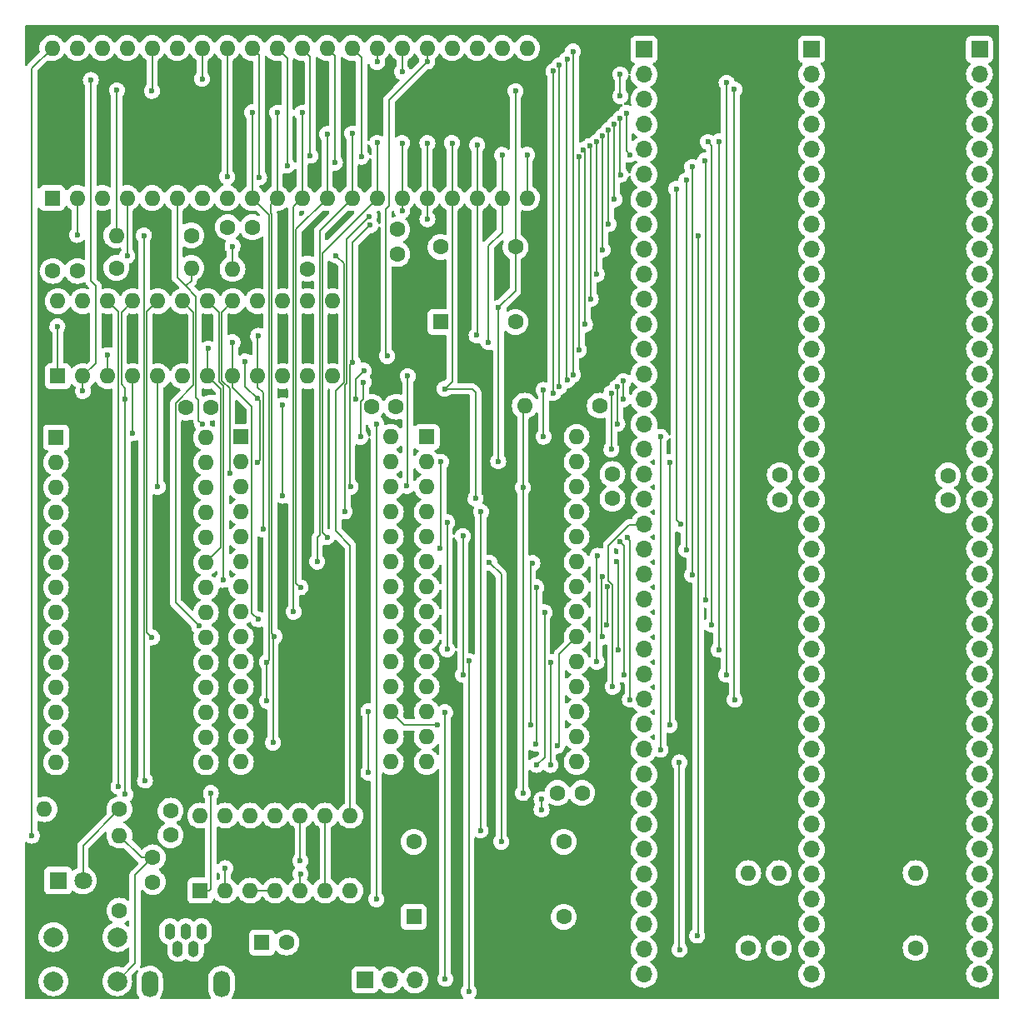
<source format=gbr>
%TF.GenerationSoftware,KiCad,Pcbnew,(6.0.11)*%
%TF.CreationDate,2023-07-08T13:40:51+12:00*%
%TF.ProjectId,6502-retro,36353032-2d72-4657-9472-6f2e6b696361,1.1*%
%TF.SameCoordinates,Original*%
%TF.FileFunction,Copper,L4,Bot*%
%TF.FilePolarity,Positive*%
%FSLAX46Y46*%
G04 Gerber Fmt 4.6, Leading zero omitted, Abs format (unit mm)*
G04 Created by KiCad (PCBNEW (6.0.11)) date 2023-07-08 13:40:51*
%MOMM*%
%LPD*%
G01*
G04 APERTURE LIST*
%TA.AperFunction,ComponentPad*%
%ADD10R,1.600000X1.600000*%
%TD*%
%TA.AperFunction,ComponentPad*%
%ADD11C,1.600000*%
%TD*%
%TA.AperFunction,ComponentPad*%
%ADD12O,1.600000X1.600000*%
%TD*%
%TA.AperFunction,ComponentPad*%
%ADD13R,1.700000X1.700000*%
%TD*%
%TA.AperFunction,ComponentPad*%
%ADD14O,1.700000X1.700000*%
%TD*%
%TA.AperFunction,ComponentPad*%
%ADD15O,1.100000X1.650000*%
%TD*%
%TA.AperFunction,ComponentPad*%
%ADD16O,1.700000X2.700000*%
%TD*%
%TA.AperFunction,ComponentPad*%
%ADD17R,1.800000X1.800000*%
%TD*%
%TA.AperFunction,ComponentPad*%
%ADD18C,1.800000*%
%TD*%
%TA.AperFunction,ComponentPad*%
%ADD19C,2.000000*%
%TD*%
%TA.AperFunction,ViaPad*%
%ADD20C,0.600000*%
%TD*%
%TA.AperFunction,Conductor*%
%ADD21C,0.127000*%
%TD*%
G04 APERTURE END LIST*
D10*
%TO.P,X2,1,Vcontrol*%
%TO.N,unconnected-(X2-Pad1)*%
X132310000Y-143640000D03*
D11*
%TO.P,X2,7,GND*%
%TO.N,GND*%
X147550000Y-143640000D03*
%TO.P,X2,8,OUT*%
%TO.N,Net-(U3-Pad6)*%
X147550000Y-136020000D03*
%TO.P,X2,14,Vcc*%
%TO.N,+5V*%
X132310000Y-136020000D03*
%TD*%
%TO.P,R6,1*%
%TO.N,+5V*%
X109700000Y-74400000D03*
D12*
%TO.P,R6,2*%
%TO.N,/BE*%
X102080000Y-74400000D03*
%TD*%
D11*
%TO.P,C4,1*%
%TO.N,+5V*%
X95630000Y-78010000D03*
%TO.P,C4,2*%
%TO.N,GND*%
X98130000Y-78010000D03*
%TD*%
D13*
%TO.P,J1,1,Pin_1*%
%TO.N,GND*%
X155700000Y-55510000D03*
D14*
%TO.P,J1,2,Pin_2*%
%TO.N,/A0*%
X155700000Y-58050000D03*
%TO.P,J1,3,Pin_3*%
%TO.N,/A1*%
X155700000Y-60590000D03*
%TO.P,J1,4,Pin_4*%
%TO.N,/A2*%
X155700000Y-63130000D03*
%TO.P,J1,5,Pin_5*%
%TO.N,/A3*%
X155700000Y-65670000D03*
%TO.P,J1,6,Pin_6*%
%TO.N,/A4*%
X155700000Y-68210000D03*
%TO.P,J1,7,Pin_7*%
%TO.N,/A5*%
X155700000Y-70750000D03*
%TO.P,J1,8,Pin_8*%
%TO.N,/A6*%
X155700000Y-73290000D03*
%TO.P,J1,9,Pin_9*%
%TO.N,/A7*%
X155700000Y-75830000D03*
%TO.P,J1,10,Pin_10*%
%TO.N,/A8*%
X155700000Y-78370000D03*
%TO.P,J1,11,Pin_11*%
%TO.N,/A9*%
X155700000Y-80910000D03*
%TO.P,J1,12,Pin_12*%
%TO.N,/A10*%
X155700000Y-83450000D03*
%TO.P,J1,13,Pin_13*%
%TO.N,/A11*%
X155700000Y-85990000D03*
%TO.P,J1,14,Pin_14*%
%TO.N,/A12*%
X155700000Y-88530000D03*
%TO.P,J1,15,Pin_15*%
%TO.N,/A13*%
X155700000Y-91070000D03*
%TO.P,J1,16,Pin_16*%
%TO.N,/A14*%
X155700000Y-93610000D03*
%TO.P,J1,17,Pin_17*%
%TO.N,/A15*%
X155700000Y-96150000D03*
%TO.P,J1,18,Pin_18*%
%TO.N,+5V*%
X155700000Y-98690000D03*
%TO.P,J1,19,Pin_19*%
%TO.N,GND*%
X155700000Y-101230000D03*
%TO.P,J1,20,Pin_20*%
%TO.N,/D0*%
X155700000Y-103770000D03*
%TO.P,J1,21,Pin_21*%
%TO.N,/D1*%
X155700000Y-106310000D03*
%TO.P,J1,22,Pin_22*%
%TO.N,/D2*%
X155700000Y-108850000D03*
%TO.P,J1,23,Pin_23*%
%TO.N,/D3*%
X155700000Y-111390000D03*
%TO.P,J1,24,Pin_24*%
%TO.N,/D4*%
X155700000Y-113930000D03*
%TO.P,J1,25,Pin_25*%
%TO.N,/D5*%
X155700000Y-116470000D03*
%TO.P,J1,26,Pin_26*%
%TO.N,/D6*%
X155700000Y-119010000D03*
%TO.P,J1,27,Pin_27*%
%TO.N,/D7*%
X155700000Y-121550000D03*
%TO.P,J1,28,Pin_28*%
%TO.N,/PHI2*%
X155700000Y-124090000D03*
%TO.P,J1,29,Pin_29*%
%TO.N,/R{slash}~{W}*%
X155700000Y-126630000D03*
%TO.P,J1,30,Pin_30*%
%TO.N,/~{IO_CS2}*%
X155700000Y-129170000D03*
%TO.P,J1,31,Pin_31*%
%TO.N,/~{IO_CS1}*%
X155700000Y-131710000D03*
%TO.P,J1,32,Pin_32*%
%TO.N,/~{RST}*%
X155700000Y-134250000D03*
%TO.P,J1,33,Pin_33*%
%TO.N,/USR1*%
X155700000Y-136790000D03*
%TO.P,J1,34,Pin_34*%
%TO.N,/~{IRQ1}*%
X155700000Y-139330000D03*
%TO.P,J1,35,Pin_35*%
%TO.N,/~{NMI}*%
X155700000Y-141870000D03*
%TO.P,J1,36,Pin_36*%
%TO.N,/RDY*%
X155700000Y-144410000D03*
%TO.P,J1,37,Pin_37*%
%TO.N,/BE*%
X155700000Y-146950000D03*
%TO.P,J1,38,Pin_38*%
%TO.N,GND*%
X155700000Y-149490000D03*
%TD*%
D10*
%TO.P,C12,1*%
%TO.N,GND*%
X116884664Y-146250000D03*
D11*
%TO.P,C12,2*%
%TO.N,+5V*%
X119384664Y-146250000D03*
%TD*%
%TO.P,R10,1*%
%TO.N,+5V*%
X183300000Y-146810000D03*
D12*
%TO.P,R10,2*%
%TO.N,/~{IRQ3}*%
X183300000Y-139190000D03*
%TD*%
D11*
%TO.P,R9,1*%
%TO.N,+5V*%
X169400000Y-146810000D03*
D12*
%TO.P,R9,2*%
%TO.N,/~{IRQ2}*%
X169400000Y-139190000D03*
%TD*%
D11*
%TO.P,C8,1*%
%TO.N,+5V*%
X169510000Y-98750000D03*
%TO.P,C8,2*%
%TO.N,GND*%
X169510000Y-101250000D03*
%TD*%
%TO.P,R5,1*%
%TO.N,+5V*%
X121510000Y-77800000D03*
D12*
%TO.P,R5,2*%
%TO.N,/RDY*%
X113890000Y-77800000D03*
%TD*%
D10*
%TO.P,U5,1,CLK/IN*%
%TO.N,/PHI2*%
X96140000Y-88700000D03*
D12*
%TO.P,U5,2,IN*%
%TO.N,/R{slash}~{W}*%
X98680000Y-88700000D03*
%TO.P,U5,3,IN*%
%TO.N,/A15*%
X101220000Y-88700000D03*
%TO.P,U5,4,IN*%
%TO.N,/A14*%
X103760000Y-88700000D03*
%TO.P,U5,5,IN*%
%TO.N,/A13*%
X106300000Y-88700000D03*
%TO.P,U5,6,IN*%
%TO.N,/A12*%
X108840000Y-88700000D03*
%TO.P,U5,7,IN*%
%TO.N,/A11*%
X111380000Y-88700000D03*
%TO.P,U5,8,IN*%
%TO.N,/A10*%
X113920000Y-88700000D03*
%TO.P,U5,9,IN*%
%TO.N,/A9*%
X116460000Y-88700000D03*
%TO.P,U5,10,IN*%
%TO.N,/A8*%
X119000000Y-88700000D03*
%TO.P,U5,11,IN*%
%TO.N,/A7*%
X121540000Y-88700000D03*
%TO.P,U5,12,GND*%
%TO.N,GND*%
X124080000Y-88700000D03*
%TO.P,U5,13,IN*%
%TO.N,unconnected-(U5-Pad13)*%
X124080000Y-81080000D03*
%TO.P,U5,14,I/O*%
%TO.N,unconnected-(U5-Pad14)*%
X121540000Y-81080000D03*
%TO.P,U5,15,I/O*%
%TO.N,unconnected-(U5-Pad15)*%
X119000000Y-81080000D03*
%TO.P,U5,16,I/O*%
%TO.N,unconnected-(U5-Pad16)*%
X116460000Y-81080000D03*
%TO.P,U5,17,I/O*%
%TO.N,/~{WE}*%
X113920000Y-81080000D03*
%TO.P,U5,18,I/O*%
%TO.N,/~{OE}*%
X111380000Y-81080000D03*
%TO.P,U5,19,I/O*%
%TO.N,/~{RAM_CS}*%
X108840000Y-81080000D03*
%TO.P,U5,20,I/O*%
%TO.N,/~{ROM_CS}*%
X106300000Y-81080000D03*
%TO.P,U5,21,I/O*%
%TO.N,/~{IO_CS1}*%
X103760000Y-81080000D03*
%TO.P,U5,22,I/O*%
%TO.N,/~{IO_CS2}*%
X101220000Y-81080000D03*
%TO.P,U5,23,I/O*%
%TO.N,unconnected-(U5-Pad23)*%
X98680000Y-81080000D03*
%TO.P,U5,24,VCC*%
%TO.N,+5V*%
X96140000Y-81080000D03*
%TD*%
D11*
%TO.P,C1,1*%
%TO.N,+5V*%
X113420000Y-73570000D03*
%TO.P,C1,2*%
%TO.N,GND*%
X115920000Y-73570000D03*
%TD*%
D10*
%TO.P,U3,1,VSS*%
%TO.N,GND*%
X133620000Y-94880000D03*
D12*
%TO.P,U3,2,CS1*%
%TO.N,/A5*%
X133620000Y-97420000D03*
%TO.P,U3,3,~{CS2}*%
%TO.N,/~{IO_CS1}*%
X133620000Y-99960000D03*
%TO.P,U3,4,~{RES}*%
%TO.N,/~{RST}*%
X133620000Y-102500000D03*
%TO.P,U3,5,RxC*%
%TO.N,unconnected-(U3-Pad5)*%
X133620000Y-105040000D03*
%TO.P,U3,6,XTAL1*%
%TO.N,Net-(U3-Pad6)*%
X133620000Y-107580000D03*
%TO.P,U3,7,XTAL2*%
%TO.N,unconnected-(U3-Pad7)*%
X133620000Y-110120000D03*
%TO.P,U3,8,~{RTS}*%
%TO.N,unconnected-(U3-Pad8)*%
X133620000Y-112660000D03*
%TO.P,U3,9,~{CTS}*%
%TO.N,GND*%
X133620000Y-115200000D03*
%TO.P,U3,10,TxD*%
%TO.N,/RxD*%
X133620000Y-117740000D03*
%TO.P,U3,11,~{DTR}*%
%TO.N,unconnected-(U3-Pad11)*%
X133620000Y-120280000D03*
%TO.P,U3,12,RxD*%
%TO.N,/TxD*%
X133620000Y-122820000D03*
%TO.P,U3,13,RS0*%
%TO.N,/A0*%
X133620000Y-125360000D03*
%TO.P,U3,14,RS1*%
%TO.N,/A1*%
X133620000Y-127900000D03*
%TO.P,U3,15,VCC*%
%TO.N,+5V*%
X148860000Y-127900000D03*
%TO.P,U3,16,~{DCD}*%
%TO.N,GND*%
X148860000Y-125360000D03*
%TO.P,U3,17,~{DSR}*%
X148860000Y-122820000D03*
%TO.P,U3,18,D0*%
%TO.N,/D0*%
X148860000Y-120280000D03*
%TO.P,U3,19,D1*%
%TO.N,/D1*%
X148860000Y-117740000D03*
%TO.P,U3,20,D2*%
%TO.N,/D2*%
X148860000Y-115200000D03*
%TO.P,U3,21,D3*%
%TO.N,/D3*%
X148860000Y-112660000D03*
%TO.P,U3,22,D4*%
%TO.N,/D4*%
X148860000Y-110120000D03*
%TO.P,U3,23,D5*%
%TO.N,/D5*%
X148860000Y-107580000D03*
%TO.P,U3,24,D6*%
%TO.N,/D6*%
X148860000Y-105040000D03*
%TO.P,U3,25,D7*%
%TO.N,/D7*%
X148860000Y-102500000D03*
%TO.P,U3,26,~{IRQ}*%
%TO.N,/~{ACIA_IRQ}*%
X148860000Y-99960000D03*
%TO.P,U3,27,\u03D52*%
%TO.N,/PHI2*%
X148860000Y-97420000D03*
%TO.P,U3,28,R/~{W}*%
%TO.N,/R{slash}~{W}*%
X148860000Y-94880000D03*
%TD*%
D15*
%TO.P,J4,1*%
%TO.N,+5V*%
X107520000Y-145135000D03*
%TO.P,J4,2*%
%TO.N,unconnected-(J4-Pad2)*%
X108320000Y-146885000D03*
%TO.P,J4,3*%
%TO.N,unconnected-(J4-Pad3)*%
X109120000Y-145135000D03*
%TO.P,J4,4*%
%TO.N,unconnected-(J4-Pad4)*%
X109920000Y-146885000D03*
%TO.P,J4,5*%
%TO.N,GND*%
X110720000Y-145135000D03*
D16*
%TO.P,J4,SH*%
X112770000Y-150460000D03*
X105470000Y-150460000D03*
%TD*%
D17*
%TO.P,D1,1,K*%
%TO.N,GND*%
X96160000Y-139950000D03*
D18*
%TO.P,D1,2,A*%
%TO.N,Net-(D1-Pad2)*%
X98700000Y-139950000D03*
%TD*%
D13*
%TO.P,J2,1,Pin_1*%
%TO.N,GND*%
X172747500Y-55510000D03*
D14*
%TO.P,J2,2,Pin_2*%
%TO.N,/A0*%
X172747500Y-58050000D03*
%TO.P,J2,3,Pin_3*%
%TO.N,/A1*%
X172747500Y-60590000D03*
%TO.P,J2,4,Pin_4*%
%TO.N,/A2*%
X172747500Y-63130000D03*
%TO.P,J2,5,Pin_5*%
%TO.N,/A3*%
X172747500Y-65670000D03*
%TO.P,J2,6,Pin_6*%
%TO.N,/A4*%
X172747500Y-68210000D03*
%TO.P,J2,7,Pin_7*%
%TO.N,/A5*%
X172747500Y-70750000D03*
%TO.P,J2,8,Pin_8*%
%TO.N,/A6*%
X172747500Y-73290000D03*
%TO.P,J2,9,Pin_9*%
%TO.N,/A7*%
X172747500Y-75830000D03*
%TO.P,J2,10,Pin_10*%
%TO.N,/A8*%
X172747500Y-78370000D03*
%TO.P,J2,11,Pin_11*%
%TO.N,/A9*%
X172747500Y-80910000D03*
%TO.P,J2,12,Pin_12*%
%TO.N,/A10*%
X172747500Y-83450000D03*
%TO.P,J2,13,Pin_13*%
%TO.N,/A11*%
X172747500Y-85990000D03*
%TO.P,J2,14,Pin_14*%
%TO.N,/A12*%
X172747500Y-88530000D03*
%TO.P,J2,15,Pin_15*%
%TO.N,/A13*%
X172747500Y-91070000D03*
%TO.P,J2,16,Pin_16*%
%TO.N,/A14*%
X172747500Y-93610000D03*
%TO.P,J2,17,Pin_17*%
%TO.N,/A15*%
X172747500Y-96150000D03*
%TO.P,J2,18,Pin_18*%
%TO.N,+5V*%
X172747500Y-98690000D03*
%TO.P,J2,19,Pin_19*%
%TO.N,GND*%
X172747500Y-101230000D03*
%TO.P,J2,20,Pin_20*%
%TO.N,/D0*%
X172747500Y-103770000D03*
%TO.P,J2,21,Pin_21*%
%TO.N,/D1*%
X172747500Y-106310000D03*
%TO.P,J2,22,Pin_22*%
%TO.N,/D2*%
X172747500Y-108850000D03*
%TO.P,J2,23,Pin_23*%
%TO.N,/D3*%
X172747500Y-111390000D03*
%TO.P,J2,24,Pin_24*%
%TO.N,/D4*%
X172747500Y-113930000D03*
%TO.P,J2,25,Pin_25*%
%TO.N,/D5*%
X172747500Y-116470000D03*
%TO.P,J2,26,Pin_26*%
%TO.N,/D6*%
X172747500Y-119010000D03*
%TO.P,J2,27,Pin_27*%
%TO.N,/D7*%
X172747500Y-121550000D03*
%TO.P,J2,28,Pin_28*%
%TO.N,/PHI2*%
X172747500Y-124090000D03*
%TO.P,J2,29,Pin_29*%
%TO.N,/R{slash}~{W}*%
X172747500Y-126630000D03*
%TO.P,J2,30,Pin_30*%
%TO.N,/~{IO_CS2}*%
X172747500Y-129170000D03*
%TO.P,J2,31,Pin_31*%
%TO.N,/~{IO_CS1}*%
X172747500Y-131710000D03*
%TO.P,J2,32,Pin_32*%
%TO.N,/~{RST}*%
X172747500Y-134250000D03*
%TO.P,J2,33,Pin_33*%
%TO.N,/USR1*%
X172747500Y-136790000D03*
%TO.P,J2,34,Pin_34*%
%TO.N,/~{IRQ2}*%
X172747500Y-139330000D03*
%TO.P,J2,35,Pin_35*%
%TO.N,/~{NMI}*%
X172747500Y-141870000D03*
%TO.P,J2,36,Pin_36*%
%TO.N,/RDY*%
X172747500Y-144410000D03*
%TO.P,J2,37,Pin_37*%
%TO.N,/BE*%
X172747500Y-146950000D03*
%TO.P,J2,38,Pin_38*%
%TO.N,GND*%
X172747500Y-149490000D03*
%TD*%
D10*
%TO.P,U4,1,~{VP}*%
%TO.N,unconnected-(U4-Pad1)*%
X95565000Y-70605000D03*
D12*
%TO.P,U4,2,RDY*%
%TO.N,/RDY*%
X98105000Y-70605000D03*
%TO.P,U4,3,\u03D51*%
%TO.N,unconnected-(U4-Pad3)*%
X100645000Y-70605000D03*
%TO.P,U4,4,~{IRQ}*%
%TO.N,/~{IRQ}*%
X103185000Y-70605000D03*
%TO.P,U4,5,~{ML}*%
%TO.N,unconnected-(U4-Pad5)*%
X105725000Y-70605000D03*
%TO.P,U4,6,~{NMI}*%
%TO.N,/~{NMI}*%
X108265000Y-70605000D03*
%TO.P,U4,7,SYNC*%
%TO.N,unconnected-(U4-Pad7)*%
X110805000Y-70605000D03*
%TO.P,U4,8,VDD*%
%TO.N,+5V*%
X113345000Y-70605000D03*
%TO.P,U4,9,A0*%
%TO.N,/A0*%
X115885000Y-70605000D03*
%TO.P,U4,10,A1*%
%TO.N,/A1*%
X118425000Y-70605000D03*
%TO.P,U4,11,A2*%
%TO.N,/A2*%
X120965000Y-70605000D03*
%TO.P,U4,12,A3*%
%TO.N,/A3*%
X123505000Y-70605000D03*
%TO.P,U4,13,A4*%
%TO.N,/A4*%
X126045000Y-70605000D03*
%TO.P,U4,14,A5*%
%TO.N,/A5*%
X128585000Y-70605000D03*
%TO.P,U4,15,A6*%
%TO.N,/A6*%
X131125000Y-70605000D03*
%TO.P,U4,16,A7*%
%TO.N,/A7*%
X133665000Y-70605000D03*
%TO.P,U4,17,A8*%
%TO.N,/A8*%
X136205000Y-70605000D03*
%TO.P,U4,18,A9*%
%TO.N,/A9*%
X138745000Y-70605000D03*
%TO.P,U4,19,A10*%
%TO.N,/A10*%
X141285000Y-70605000D03*
%TO.P,U4,20,A11*%
%TO.N,/A11*%
X143825000Y-70605000D03*
%TO.P,U4,21,VSS*%
%TO.N,GND*%
X143825000Y-55365000D03*
%TO.P,U4,22,A12*%
%TO.N,/A12*%
X141285000Y-55365000D03*
%TO.P,U4,23,A13*%
%TO.N,/A13*%
X138745000Y-55365000D03*
%TO.P,U4,24,A14*%
%TO.N,/A14*%
X136205000Y-55365000D03*
%TO.P,U4,25,A15*%
%TO.N,/A15*%
X133665000Y-55365000D03*
%TO.P,U4,26,D7*%
%TO.N,/D7*%
X131125000Y-55365000D03*
%TO.P,U4,27,D6*%
%TO.N,/D6*%
X128585000Y-55365000D03*
%TO.P,U4,28,D5*%
%TO.N,/D5*%
X126045000Y-55365000D03*
%TO.P,U4,29,D4*%
%TO.N,/D4*%
X123505000Y-55365000D03*
%TO.P,U4,30,D3*%
%TO.N,/D3*%
X120965000Y-55365000D03*
%TO.P,U4,31,D2*%
%TO.N,/D2*%
X118425000Y-55365000D03*
%TO.P,U4,32,D1*%
%TO.N,/D1*%
X115885000Y-55365000D03*
%TO.P,U4,33,D0*%
%TO.N,/D0*%
X113345000Y-55365000D03*
%TO.P,U4,34,R/~{W}*%
%TO.N,/R{slash}~{W}*%
X110805000Y-55365000D03*
%TO.P,U4,35,nc*%
%TO.N,unconnected-(U4-Pad35)*%
X108265000Y-55365000D03*
%TO.P,U4,36,BE*%
%TO.N,/BE*%
X105725000Y-55365000D03*
%TO.P,U4,37,\u03D50*%
%TO.N,/PHI2*%
X103185000Y-55365000D03*
%TO.P,U4,38,~{SO}*%
%TO.N,unconnected-(U4-Pad38)*%
X100645000Y-55365000D03*
%TO.P,U4,39,\u03D52*%
%TO.N,unconnected-(U4-Pad39)*%
X98105000Y-55365000D03*
%TO.P,U4,40,~{RES}*%
%TO.N,/~{RST}*%
X95565000Y-55365000D03*
%TD*%
D13*
%TO.P,J5,1,Pin_1*%
%TO.N,GND*%
X127360000Y-150050000D03*
D14*
%TO.P,J5,2,Pin_2*%
%TO.N,/RxD*%
X129900000Y-150050000D03*
%TO.P,J5,3,Pin_3*%
%TO.N,/TxD*%
X132440000Y-150050000D03*
%TD*%
D11*
%TO.P,R8,1*%
%TO.N,+5V*%
X166300000Y-146810000D03*
D12*
%TO.P,R8,2*%
%TO.N,/~{IRQ1}*%
X166300000Y-139190000D03*
%TD*%
D11*
%TO.P,R1,1*%
%TO.N,+5V*%
X102400000Y-143000000D03*
D12*
%TO.P,R1,2*%
%TO.N,/~{RST}*%
X102400000Y-135380000D03*
%TD*%
D13*
%TO.P,J3,1,Pin_1*%
%TO.N,GND*%
X189795000Y-55510000D03*
D14*
%TO.P,J3,2,Pin_2*%
%TO.N,/A0*%
X189795000Y-58050000D03*
%TO.P,J3,3,Pin_3*%
%TO.N,/A1*%
X189795000Y-60590000D03*
%TO.P,J3,4,Pin_4*%
%TO.N,/A2*%
X189795000Y-63130000D03*
%TO.P,J3,5,Pin_5*%
%TO.N,/A3*%
X189795000Y-65670000D03*
%TO.P,J3,6,Pin_6*%
%TO.N,/A4*%
X189795000Y-68210000D03*
%TO.P,J3,7,Pin_7*%
%TO.N,/A5*%
X189795000Y-70750000D03*
%TO.P,J3,8,Pin_8*%
%TO.N,/A6*%
X189795000Y-73290000D03*
%TO.P,J3,9,Pin_9*%
%TO.N,/A7*%
X189795000Y-75830000D03*
%TO.P,J3,10,Pin_10*%
%TO.N,/A8*%
X189795000Y-78370000D03*
%TO.P,J3,11,Pin_11*%
%TO.N,/A9*%
X189795000Y-80910000D03*
%TO.P,J3,12,Pin_12*%
%TO.N,/A10*%
X189795000Y-83450000D03*
%TO.P,J3,13,Pin_13*%
%TO.N,/A11*%
X189795000Y-85990000D03*
%TO.P,J3,14,Pin_14*%
%TO.N,/A12*%
X189795000Y-88530000D03*
%TO.P,J3,15,Pin_15*%
%TO.N,/A13*%
X189795000Y-91070000D03*
%TO.P,J3,16,Pin_16*%
%TO.N,/A14*%
X189795000Y-93610000D03*
%TO.P,J3,17,Pin_17*%
%TO.N,/A15*%
X189795000Y-96150000D03*
%TO.P,J3,18,Pin_18*%
%TO.N,+5V*%
X189795000Y-98690000D03*
%TO.P,J3,19,Pin_19*%
%TO.N,GND*%
X189795000Y-101230000D03*
%TO.P,J3,20,Pin_20*%
%TO.N,/D0*%
X189795000Y-103770000D03*
%TO.P,J3,21,Pin_21*%
%TO.N,/D1*%
X189795000Y-106310000D03*
%TO.P,J3,22,Pin_22*%
%TO.N,/D2*%
X189795000Y-108850000D03*
%TO.P,J3,23,Pin_23*%
%TO.N,/D3*%
X189795000Y-111390000D03*
%TO.P,J3,24,Pin_24*%
%TO.N,/D4*%
X189795000Y-113930000D03*
%TO.P,J3,25,Pin_25*%
%TO.N,/D5*%
X189795000Y-116470000D03*
%TO.P,J3,26,Pin_26*%
%TO.N,/D6*%
X189795000Y-119010000D03*
%TO.P,J3,27,Pin_27*%
%TO.N,/D7*%
X189795000Y-121550000D03*
%TO.P,J3,28,Pin_28*%
%TO.N,/PHI2*%
X189795000Y-124090000D03*
%TO.P,J3,29,Pin_29*%
%TO.N,/R{slash}~{W}*%
X189795000Y-126630000D03*
%TO.P,J3,30,Pin_30*%
%TO.N,/~{IO_CS2}*%
X189795000Y-129170000D03*
%TO.P,J3,31,Pin_31*%
%TO.N,/~{IO_CS1}*%
X189795000Y-131710000D03*
%TO.P,J3,32,Pin_32*%
%TO.N,/~{RST}*%
X189795000Y-134250000D03*
%TO.P,J3,33,Pin_33*%
%TO.N,/USR1*%
X189795000Y-136790000D03*
%TO.P,J3,34,Pin_34*%
%TO.N,/~{IRQ3}*%
X189795000Y-139330000D03*
%TO.P,J3,35,Pin_35*%
%TO.N,/~{NMI}*%
X189795000Y-141870000D03*
%TO.P,J3,36,Pin_36*%
%TO.N,/RDY*%
X189795000Y-144410000D03*
%TO.P,J3,37,Pin_37*%
%TO.N,/BE*%
X189795000Y-146950000D03*
%TO.P,J3,38,Pin_38*%
%TO.N,GND*%
X189795000Y-149490000D03*
%TD*%
D11*
%TO.P,C3,1*%
%TO.N,+5V*%
X130510000Y-91810000D03*
%TO.P,C3,2*%
%TO.N,GND*%
X128010000Y-91810000D03*
%TD*%
%TO.P,C10,1*%
%TO.N,+5V*%
X149410000Y-131050000D03*
%TO.P,C10,2*%
%TO.N,GND*%
X146910000Y-131050000D03*
%TD*%
D10*
%TO.P,U6,1,1A*%
%TO.N,/~{ACIA_IRQ}*%
X110615000Y-140980000D03*
D12*
%TO.P,U6,2,1B*%
%TO.N,/~{IRQ1}*%
X113155000Y-140980000D03*
%TO.P,U6,3,1Y*%
%TO.N,Net-(U6-Pad3)*%
X115695000Y-140980000D03*
%TO.P,U6,4,2A*%
X118235000Y-140980000D03*
%TO.P,U6,5,2B*%
%TO.N,/~{IRQ2}*%
X120775000Y-140980000D03*
%TO.P,U6,6,2Y*%
%TO.N,Net-(U6-Pad6)*%
X123315000Y-140980000D03*
%TO.P,U6,7,GND*%
%TO.N,GND*%
X125855000Y-140980000D03*
%TO.P,U6,8,3Y*%
%TO.N,/~{IRQ}*%
X125855000Y-133360000D03*
%TO.P,U6,9,3A*%
%TO.N,Net-(U6-Pad6)*%
X123315000Y-133360000D03*
%TO.P,U6,10,3B*%
%TO.N,/~{IRQ3}*%
X120775000Y-133360000D03*
%TO.P,U6,11,4Y*%
%TO.N,unconnected-(U6-Pad11)*%
X118235000Y-133360000D03*
%TO.P,U6,12,4A*%
%TO.N,GND*%
X115695000Y-133360000D03*
%TO.P,U6,13,4B*%
X113155000Y-133360000D03*
%TO.P,U6,14,VCC*%
%TO.N,+5V*%
X110615000Y-133360000D03*
%TD*%
D10*
%TO.P,X1,1,EN*%
%TO.N,unconnected-(X1-Pad1)*%
X135030000Y-83200000D03*
D11*
%TO.P,X1,4,GND*%
%TO.N,GND*%
X142650000Y-83200000D03*
%TO.P,X1,5,OUT*%
%TO.N,/PHI2*%
X142650000Y-75580000D03*
%TO.P,X1,8,Vcc*%
%TO.N,+5V*%
X135030000Y-75580000D03*
%TD*%
%TO.P,C7,1*%
%TO.N,/~{RST}*%
X105800000Y-137600000D03*
%TO.P,C7,2*%
%TO.N,GND*%
X105800000Y-140100000D03*
%TD*%
%TO.P,C5,1*%
%TO.N,+5V*%
X130640000Y-76300000D03*
%TO.P,C5,2*%
%TO.N,GND*%
X130640000Y-73800000D03*
%TD*%
%TO.P,C11,1*%
%TO.N,+5V*%
X107600000Y-132850000D03*
%TO.P,C11,2*%
%TO.N,GND*%
X107600000Y-135350000D03*
%TD*%
D10*
%TO.P,U2,1,A14*%
%TO.N,/A14*%
X95955000Y-94925000D03*
D12*
%TO.P,U2,2,A12*%
%TO.N,/A12*%
X95955000Y-97465000D03*
%TO.P,U2,3,A7*%
%TO.N,/A7*%
X95955000Y-100005000D03*
%TO.P,U2,4,A6*%
%TO.N,/A6*%
X95955000Y-102545000D03*
%TO.P,U2,5,A5*%
%TO.N,/A5*%
X95955000Y-105085000D03*
%TO.P,U2,6,A4*%
%TO.N,/A4*%
X95955000Y-107625000D03*
%TO.P,U2,7,A3*%
%TO.N,/A3*%
X95955000Y-110165000D03*
%TO.P,U2,8,A2*%
%TO.N,/A2*%
X95955000Y-112705000D03*
%TO.P,U2,9,A1*%
%TO.N,/A1*%
X95955000Y-115245000D03*
%TO.P,U2,10,A0*%
%TO.N,/A0*%
X95955000Y-117785000D03*
%TO.P,U2,11,D0*%
%TO.N,/D0*%
X95955000Y-120325000D03*
%TO.P,U2,12,D1*%
%TO.N,/D1*%
X95955000Y-122865000D03*
%TO.P,U2,13,D2*%
%TO.N,/D2*%
X95955000Y-125405000D03*
%TO.P,U2,14,GND*%
%TO.N,GND*%
X95955000Y-127945000D03*
%TO.P,U2,15,D3*%
%TO.N,/D3*%
X111195000Y-127945000D03*
%TO.P,U2,16,D4*%
%TO.N,/D4*%
X111195000Y-125405000D03*
%TO.P,U2,17,D5*%
%TO.N,/D5*%
X111195000Y-122865000D03*
%TO.P,U2,18,D6*%
%TO.N,/D6*%
X111195000Y-120325000D03*
%TO.P,U2,19,D7*%
%TO.N,/D7*%
X111195000Y-117785000D03*
%TO.P,U2,20,~{CS}*%
%TO.N,/~{ROM_CS}*%
X111195000Y-115245000D03*
%TO.P,U2,21,A10*%
%TO.N,/A10*%
X111195000Y-112705000D03*
%TO.P,U2,22,~{OE}*%
%TO.N,/~{OE}*%
X111195000Y-110165000D03*
%TO.P,U2,23,A11*%
%TO.N,/A11*%
X111195000Y-107625000D03*
%TO.P,U2,24,A9*%
%TO.N,/A9*%
X111195000Y-105085000D03*
%TO.P,U2,25,A8*%
%TO.N,/A8*%
X111195000Y-102545000D03*
%TO.P,U2,26,A13*%
%TO.N,/A13*%
X111195000Y-100005000D03*
%TO.P,U2,27,~{WE}*%
%TO.N,/~{WE}*%
X111195000Y-97465000D03*
%TO.P,U2,28,VCC*%
%TO.N,+5V*%
X111195000Y-94925000D03*
%TD*%
D11*
%TO.P,C9,1*%
%TO.N,+5V*%
X186600000Y-98800000D03*
%TO.P,C9,2*%
%TO.N,GND*%
X186600000Y-101300000D03*
%TD*%
%TO.P,R7,1*%
%TO.N,Net-(D1-Pad2)*%
X102400000Y-132700000D03*
D12*
%TO.P,R7,2*%
%TO.N,+5V*%
X94780000Y-132700000D03*
%TD*%
D10*
%TO.P,U1,1,A14*%
%TO.N,/A14*%
X114750000Y-94885000D03*
D12*
%TO.P,U1,2,A12*%
%TO.N,/A12*%
X114750000Y-97425000D03*
%TO.P,U1,3,A7*%
%TO.N,/A7*%
X114750000Y-99965000D03*
%TO.P,U1,4,A6*%
%TO.N,/A6*%
X114750000Y-102505000D03*
%TO.P,U1,5,A5*%
%TO.N,/A5*%
X114750000Y-105045000D03*
%TO.P,U1,6,A4*%
%TO.N,/A4*%
X114750000Y-107585000D03*
%TO.P,U1,7,A3*%
%TO.N,/A3*%
X114750000Y-110125000D03*
%TO.P,U1,8,A2*%
%TO.N,/A2*%
X114750000Y-112665000D03*
%TO.P,U1,9,A1*%
%TO.N,/A1*%
X114750000Y-115205000D03*
%TO.P,U1,10,A0*%
%TO.N,/A0*%
X114750000Y-117745000D03*
%TO.P,U1,11,Q0*%
%TO.N,/D0*%
X114750000Y-120285000D03*
%TO.P,U1,12,Q1*%
%TO.N,/D1*%
X114750000Y-122825000D03*
%TO.P,U1,13,Q2*%
%TO.N,/D2*%
X114750000Y-125365000D03*
%TO.P,U1,14,GND*%
%TO.N,GND*%
X114750000Y-127905000D03*
%TO.P,U1,15,Q3*%
%TO.N,/D3*%
X129990000Y-127905000D03*
%TO.P,U1,16,Q4*%
%TO.N,/D4*%
X129990000Y-125365000D03*
%TO.P,U1,17,Q5*%
%TO.N,/D5*%
X129990000Y-122825000D03*
%TO.P,U1,18,Q6*%
%TO.N,/D6*%
X129990000Y-120285000D03*
%TO.P,U1,19,Q7*%
%TO.N,/D7*%
X129990000Y-117745000D03*
%TO.P,U1,20,~{CS}*%
%TO.N,/~{RAM_CS}*%
X129990000Y-115205000D03*
%TO.P,U1,21,A10*%
%TO.N,/A10*%
X129990000Y-112665000D03*
%TO.P,U1,22,~{OE}*%
%TO.N,/~{OE}*%
X129990000Y-110125000D03*
%TO.P,U1,23,A11*%
%TO.N,/A11*%
X129990000Y-107585000D03*
%TO.P,U1,24,A9*%
%TO.N,/A9*%
X129990000Y-105045000D03*
%TO.P,U1,25,A8*%
%TO.N,/A8*%
X129990000Y-102505000D03*
%TO.P,U1,26,A13*%
%TO.N,/A13*%
X129990000Y-99965000D03*
%TO.P,U1,27,~{WE}*%
%TO.N,/~{WE}*%
X129990000Y-97425000D03*
%TO.P,U1,28,VCC*%
%TO.N,+5V*%
X129990000Y-94885000D03*
%TD*%
D19*
%TO.P,SW1,1,1*%
%TO.N,GND*%
X102190000Y-145700000D03*
X95690000Y-145700000D03*
%TO.P,SW1,2,2*%
%TO.N,/~{RST}*%
X95690000Y-150200000D03*
X102190000Y-150200000D03*
%TD*%
D11*
%TO.P,C6,1*%
%TO.N,+5V*%
X152500000Y-98650000D03*
%TO.P,C6,2*%
%TO.N,GND*%
X152500000Y-101150000D03*
%TD*%
%TO.P,R2,1*%
%TO.N,+5V*%
X151210000Y-91700000D03*
D12*
%TO.P,R2,2*%
%TO.N,/~{ACIA_IRQ}*%
X143590000Y-91700000D03*
%TD*%
D11*
%TO.P,R4,1*%
%TO.N,+5V*%
X102090000Y-77700000D03*
D12*
%TO.P,R4,2*%
%TO.N,/~{NMI}*%
X109710000Y-77700000D03*
%TD*%
D11*
%TO.P,C2,1*%
%TO.N,+5V*%
X111670000Y-91900000D03*
%TO.P,C2,2*%
%TO.N,GND*%
X109170000Y-91900000D03*
%TD*%
D20*
%TO.N,/~{RST}*%
X139100000Y-134850000D03*
X139150000Y-102500000D03*
X93500000Y-135400000D03*
%TO.N,/A0*%
X117400000Y-117750000D03*
X153300000Y-58050000D03*
X115885000Y-61885000D03*
X153300000Y-60237000D03*
X117400000Y-121700000D03*
%TO.N,/A1*%
X118000000Y-125950000D03*
X118425000Y-61925000D03*
X118163000Y-115150000D03*
%TO.N,/A2*%
X120965000Y-61935000D03*
X120100000Y-112650000D03*
%TO.N,/A3*%
X123505000Y-64100000D03*
X120800000Y-110150000D03*
X153900000Y-61963000D03*
X154300000Y-66200000D03*
%TO.N,/A4*%
X153300000Y-62500000D03*
X122500000Y-107550000D03*
X126050000Y-64050000D03*
X153323102Y-68226898D03*
%TO.N,/A5*%
X135000000Y-106150000D03*
X128585000Y-64985000D03*
X123500000Y-105050000D03*
X135070000Y-97420000D03*
X152700000Y-70750000D03*
X152700000Y-63100000D03*
%TO.N,/A6*%
X131125001Y-71889039D03*
X127800000Y-72450000D03*
X131125000Y-65000000D03*
X152100000Y-63700000D03*
X152100000Y-73250000D03*
X125300000Y-102450000D03*
%TO.N,/A7*%
X151500000Y-64300000D03*
X151500000Y-75850000D03*
X127900000Y-73350000D03*
X125900000Y-99950000D03*
X126100000Y-87300000D03*
X133700000Y-65000000D03*
X133700000Y-72750000D03*
%TO.N,/A8*%
X150900000Y-78350000D03*
X138600000Y-101150000D03*
X135447343Y-89990308D03*
X150900000Y-64900000D03*
X136200000Y-65000000D03*
%TO.N,/A9*%
X117004500Y-104263000D03*
X138745000Y-65200000D03*
X116500000Y-84600000D03*
X138700000Y-84550000D03*
X150200000Y-65300000D03*
X150300001Y-80849999D03*
%TO.N,/A10*%
X113900000Y-85250000D03*
X149700000Y-83450000D03*
X139900000Y-85250000D03*
X149499999Y-65700000D03*
X116500000Y-113400000D03*
X141285000Y-66215000D03*
%TO.N,/A11*%
X143825000Y-66200000D03*
X149100000Y-66400000D03*
X111437000Y-85900000D03*
X149100000Y-86050000D03*
%TO.N,/A12*%
X148500000Y-88550000D03*
X115200000Y-87213000D03*
X116414500Y-90963000D03*
X116437000Y-97450000D03*
X126400000Y-91000000D03*
X148500000Y-55700000D03*
X127237000Y-88137000D03*
%TO.N,/A13*%
X153600000Y-89200000D03*
X147900000Y-56500000D03*
X131700000Y-88700000D03*
X153600000Y-91050000D03*
X106300000Y-99950000D03*
X147900000Y-89100000D03*
X131600000Y-99850000D03*
%TO.N,/A14*%
X153000000Y-89800000D03*
X103760000Y-94490000D03*
X147100000Y-57100000D03*
X147100000Y-89800000D03*
X153000000Y-93550000D03*
X126885000Y-94885000D03*
X127200000Y-89300000D03*
%TO.N,/A15*%
X152400000Y-90400000D03*
X146500000Y-57700000D03*
X133665000Y-56735000D03*
X101200000Y-86550000D03*
X129600000Y-86650000D03*
X152400000Y-96150000D03*
X146500000Y-90400000D03*
%TO.N,/D0*%
X159427000Y-103750000D03*
X113345000Y-68455000D03*
X152526000Y-120274000D03*
X159000000Y-69659499D03*
%TO.N,/D1*%
X127700000Y-129000000D03*
X160000000Y-106335000D03*
X146200000Y-117750000D03*
X151000000Y-106950000D03*
X116600000Y-68500000D03*
X146200000Y-128200000D03*
X150890000Y-117740000D03*
X160000000Y-68800000D03*
X127700000Y-122750000D03*
%TO.N,/D2*%
X119437109Y-67300000D03*
X160610000Y-108896483D03*
X146900000Y-126250000D03*
X151500000Y-109050000D03*
X151469514Y-115200001D03*
X160599999Y-67437380D03*
%TO.N,/D3*%
X145600000Y-112700000D03*
X161963000Y-111415000D03*
X144800000Y-128200000D03*
X121800000Y-66300000D03*
X161900000Y-66800000D03*
%TO.N,/D4*%
X162600000Y-113955000D03*
X124300000Y-67000000D03*
X151937000Y-114000000D03*
X144763000Y-110150000D03*
X162199999Y-64900364D03*
X144700000Y-126050000D03*
X151963000Y-110118290D03*
%TO.N,/D5*%
X127000000Y-66400000D03*
X153110000Y-116490000D03*
X152900000Y-107550000D03*
X144160666Y-124150001D03*
X144373000Y-107685477D03*
X163300000Y-116495000D03*
X134750000Y-124150000D03*
X163300000Y-64850000D03*
%TO.N,/D6*%
X137300000Y-104950000D03*
X128585000Y-56785000D03*
X164100000Y-58887000D03*
X137300000Y-119050000D03*
X153299601Y-105500000D03*
X153720000Y-119030000D03*
X164065000Y-119035000D03*
%TO.N,/D7*%
X135700000Y-116450000D03*
X131125000Y-57775000D03*
X164925000Y-121575000D03*
X135700000Y-103550000D03*
X164900000Y-59550000D03*
X154000000Y-105100000D03*
X154270000Y-121570000D03*
%TO.N,/PHI2*%
X158300000Y-124150000D03*
X142650000Y-59737000D03*
X158300000Y-97450000D03*
X140939500Y-81750000D03*
X140900000Y-97350000D03*
X96100000Y-83650000D03*
%TO.N,/R{slash}~{W}*%
X99500001Y-58600001D03*
X98680000Y-90220000D03*
X145500000Y-94850000D03*
X157400000Y-94850000D03*
X110805000Y-58495000D03*
X157395000Y-126655000D03*
X145500001Y-90100000D03*
%TO.N,/~{IO_CS2}*%
X102300000Y-130400000D03*
%TO.N,/~{IO_CS1}*%
X102999999Y-131199999D03*
X119000000Y-100850000D03*
X103000000Y-91013000D03*
X145300000Y-131700000D03*
X145300000Y-132750000D03*
X118999999Y-91663001D03*
%TO.N,/~{ROM_CS}*%
X105705000Y-115245000D03*
%TO.N,/~{RAM_CS}*%
X110500000Y-114100000D03*
%TO.N,/~{OE}*%
X112915500Y-109400000D03*
%TO.N,/~{WE}*%
X113600000Y-98600002D03*
%TO.N,/~{IRQ}*%
X103200001Y-76450001D03*
X124400000Y-76450000D03*
%TO.N,/~{NMI}*%
X128500000Y-141850000D03*
X110800000Y-93550000D03*
X128500000Y-93550000D03*
%TO.N,/RDY*%
X161200000Y-74449998D03*
X98100000Y-74350000D03*
X113900000Y-75500000D03*
X161100000Y-145550000D03*
%TO.N,/~{ACIA_IRQ}*%
X143400000Y-100000000D03*
X143403501Y-131063000D03*
X111696652Y-131063000D03*
%TO.N,/BE*%
X102150000Y-59650000D03*
X159325000Y-146975000D03*
X105700000Y-59713000D03*
X105000000Y-129800000D03*
X104900000Y-74400000D03*
X159300000Y-127950000D03*
%TO.N,Net-(U3-Pad6)*%
X140000000Y-107650000D03*
X141200000Y-136020000D03*
%TO.N,/TxD*%
X135500000Y-122850000D03*
X135500000Y-149950000D03*
%TO.N,/RxD*%
X137900000Y-117650000D03*
X137900000Y-151250000D03*
%TO.N,/~{IRQ3}*%
X120775000Y-137937000D03*
%TO.N,/~{IRQ2}*%
X120800000Y-139268000D03*
%TO.N,/~{IRQ1}*%
X113155000Y-138705000D03*
%TD*%
D21*
%TO.N,/~{RST}*%
X104620000Y-137600000D02*
X102400000Y-135380000D01*
X105800000Y-137600000D02*
X104620000Y-137600000D01*
X95565000Y-55365000D02*
X93500000Y-57430000D01*
X104000000Y-139400000D02*
X105800000Y-137600000D01*
X139100000Y-134850000D02*
X139100000Y-102550000D01*
X93500000Y-57430000D02*
X93500000Y-135400000D01*
X104000000Y-148390000D02*
X104000000Y-139400000D01*
X102190000Y-150200000D02*
X104000000Y-148390000D01*
X139100000Y-102550000D02*
X139150000Y-102500000D01*
%TO.N,Net-(D1-Pad2)*%
X98700000Y-136400000D02*
X102400000Y-132700000D01*
X98700000Y-139950000D02*
X98700000Y-136400000D01*
%TO.N,/A0*%
X117400000Y-117750000D02*
X117400000Y-121700000D01*
X153300000Y-58050000D02*
X153300000Y-60237000D01*
X115885000Y-70605000D02*
X117600000Y-72320000D01*
X117600000Y-117550000D02*
X117400000Y-117750000D01*
X117600000Y-72320000D02*
X117600000Y-117550000D01*
X115885000Y-70605000D02*
X115885000Y-61885000D01*
%TO.N,/A1*%
X117853501Y-72214997D02*
X117853501Y-114840501D01*
X118007002Y-71022998D02*
X117800000Y-71230000D01*
X118000000Y-125950000D02*
X118000000Y-115313000D01*
X118425000Y-70605000D02*
X118425000Y-61925000D01*
X118000000Y-115313000D02*
X118163000Y-115150000D01*
X117800000Y-71230000D02*
X117800000Y-72161495D01*
X117800000Y-72161495D02*
X117853501Y-72214997D01*
X117853501Y-114840501D02*
X118163000Y-115150000D01*
%TO.N,/A2*%
X120100000Y-71470000D02*
X120100000Y-112650000D01*
X120965000Y-70605000D02*
X120965000Y-61935000D01*
X120965000Y-70605000D02*
X120100000Y-71470000D01*
%TO.N,/A3*%
X123505000Y-70605000D02*
X120353501Y-73756499D01*
X153900000Y-61963000D02*
X153900000Y-65800000D01*
X120353501Y-109703501D02*
X120800000Y-110150000D01*
X120353501Y-73756499D02*
X120353501Y-109703501D01*
X123505000Y-70605000D02*
X123505000Y-64100000D01*
X153900000Y-65800000D02*
X154300000Y-66200000D01*
%TO.N,/A4*%
X122500000Y-105111502D02*
X122500000Y-107550000D01*
X153300000Y-68203796D02*
X153323102Y-68226898D01*
X122746499Y-104865003D02*
X122500000Y-105111502D01*
X126045000Y-70605000D02*
X126045000Y-64055000D01*
X126045000Y-64055000D02*
X126050000Y-64050000D01*
X122746499Y-73903501D02*
X122746499Y-104865003D01*
X153300000Y-62500000D02*
X153300000Y-68203796D01*
X126045000Y-70605000D02*
X122746499Y-73903501D01*
%TO.N,/A5*%
X128585000Y-70605000D02*
X128585000Y-64985000D01*
X123000000Y-104550000D02*
X123500000Y-105050000D01*
X128585000Y-70605000D02*
X123000000Y-76190000D01*
X123000000Y-76190000D02*
X123000000Y-104550000D01*
X135070000Y-97420000D02*
X135070000Y-106080000D01*
X135070000Y-106080000D02*
X135000000Y-106150000D01*
X152700000Y-70750000D02*
X152700000Y-63100000D01*
%TO.N,/A6*%
X152100000Y-73250000D02*
X152100000Y-63700000D01*
X127800000Y-72450000D02*
X125453501Y-74796499D01*
X125300000Y-89608505D02*
X125300000Y-102450000D01*
X125453501Y-74796499D02*
X125453501Y-89455004D01*
X131125000Y-70605000D02*
X131125000Y-65000000D01*
X125453501Y-89455004D02*
X125300000Y-89608505D01*
X131125000Y-70605000D02*
X131125001Y-71889039D01*
%TO.N,/A7*%
X127900000Y-73350000D02*
X126100000Y-75150000D01*
X133665000Y-70605000D02*
X133665000Y-72715000D01*
X133665000Y-65035000D02*
X133700000Y-65000000D01*
X133665000Y-70605000D02*
X133665000Y-65035000D01*
X125800000Y-99850000D02*
X125800000Y-87600000D01*
X126100000Y-75150000D02*
X126100000Y-87300000D01*
X125900000Y-99950000D02*
X125800000Y-99850000D01*
X125800000Y-87600000D02*
X126100000Y-87300000D01*
X151500000Y-75850000D02*
X151500000Y-64300000D01*
%TO.N,/A8*%
X150900000Y-78350000D02*
X150900000Y-64900000D01*
X136205000Y-89232651D02*
X135447343Y-89990308D01*
X138600000Y-101150000D02*
X138600000Y-90350000D01*
X136205000Y-70605000D02*
X136205000Y-65005000D01*
X136205000Y-65005000D02*
X136200000Y-65000000D01*
X138600000Y-90350000D02*
X138240308Y-89990308D01*
X138240308Y-89990308D02*
X135447343Y-89990308D01*
X136205000Y-70605000D02*
X136205000Y-89232651D01*
%TO.N,/A9*%
X150300001Y-65400001D02*
X150200000Y-65300000D01*
X138745000Y-70605000D02*
X138745000Y-84505000D01*
X138745000Y-84505000D02*
X138700000Y-84550000D01*
X116460000Y-89831370D02*
X117004500Y-90375870D01*
X150300001Y-80849999D02*
X150300001Y-65400001D01*
X116460000Y-88700000D02*
X116460000Y-84640000D01*
X117004500Y-90375870D02*
X117004500Y-104263000D01*
X116460000Y-84640000D02*
X116500000Y-84600000D01*
X138745000Y-70605000D02*
X138745000Y-65200000D01*
X116460000Y-88700000D02*
X116460000Y-89831370D01*
%TO.N,/A10*%
X149700000Y-83450000D02*
X149700000Y-65900001D01*
X115874000Y-112774000D02*
X116500000Y-113400000D01*
X139900000Y-75450000D02*
X139900000Y-85250000D01*
X115874000Y-91785370D02*
X115874000Y-112774000D01*
X113920000Y-89831370D02*
X115874000Y-91785370D01*
X139900000Y-75450000D02*
X141285000Y-74065000D01*
X149700000Y-65900001D02*
X149499999Y-65700000D01*
X113920000Y-85270000D02*
X113920000Y-88700000D01*
X113900000Y-85250000D02*
X113920000Y-85270000D01*
X141285000Y-70605000D02*
X141285000Y-74065000D01*
X113920000Y-88700000D02*
X113920000Y-89831370D01*
X141285000Y-70605000D02*
X141285000Y-66215000D01*
%TO.N,/A11*%
X111380000Y-88700000D02*
X111380000Y-85957000D01*
X111380000Y-88700000D02*
X112733500Y-90053500D01*
X112700000Y-106120000D02*
X111195000Y-107625000D01*
X112733500Y-90053500D02*
X112733500Y-92340517D01*
X112700000Y-92374017D02*
X112700000Y-106120000D01*
X111380000Y-85957000D02*
X111437000Y-85900000D01*
X143825000Y-70605000D02*
X143825000Y-66200000D01*
X149100000Y-86050000D02*
X149100000Y-66400000D01*
X112733500Y-92340517D02*
X112700000Y-92374017D01*
%TO.N,/A12*%
X116650999Y-91199499D02*
X116414500Y-90963000D01*
X126400000Y-88974000D02*
X127237000Y-88137000D01*
X126400000Y-91000000D02*
X126400000Y-88974000D01*
X115200000Y-89748500D02*
X116414500Y-90963000D01*
X116650999Y-97236001D02*
X116650999Y-91199499D01*
X116437000Y-97450000D02*
X116650999Y-97236001D01*
X148500000Y-88550000D02*
X148500000Y-55700000D01*
X115200000Y-87213000D02*
X115200000Y-89748500D01*
%TO.N,/A13*%
X106300000Y-88700000D02*
X106300000Y-99950000D01*
X147800000Y-89000000D02*
X147800000Y-56600000D01*
X131700000Y-99750000D02*
X131700000Y-88700000D01*
X153600000Y-91050000D02*
X153600000Y-89200000D01*
X147900000Y-89100000D02*
X147800000Y-89000000D01*
X147800000Y-56600000D02*
X147900000Y-56500000D01*
X131600000Y-99850000D02*
X131700000Y-99750000D01*
%TO.N,/A14*%
X126885000Y-91315000D02*
X127200000Y-91000000D01*
X126885000Y-94885000D02*
X126885000Y-91315000D01*
X147100000Y-89800000D02*
X147100000Y-57100000D01*
X153000000Y-93550000D02*
X153000000Y-89800000D01*
X103760000Y-88700000D02*
X103760000Y-94490000D01*
X127200000Y-91000000D02*
X127200000Y-89300000D01*
%TO.N,/A15*%
X129800000Y-60600000D02*
X129800000Y-71400000D01*
X129800000Y-71400000D02*
X129500000Y-71700000D01*
X101200000Y-86550000D02*
X101220000Y-86570000D01*
X101220000Y-86570000D02*
X101220000Y-88700000D01*
X133665000Y-55365000D02*
X133665000Y-56735000D01*
X133665000Y-56735000D02*
X129800000Y-60600000D01*
X146500000Y-90400000D02*
X146500000Y-57700000D01*
X129500000Y-86550000D02*
X129600000Y-86650000D01*
X129500000Y-71700000D02*
X129500000Y-86550000D01*
X152400000Y-96150000D02*
X152400000Y-90400000D01*
%TO.N,/D0*%
X152100000Y-105903398D02*
X152100000Y-109459087D01*
X155700000Y-103790000D02*
X154213398Y-103790000D01*
X152526000Y-109885087D02*
X152526000Y-120274000D01*
X113345000Y-55365000D02*
X113345000Y-68455000D01*
X159000000Y-69659499D02*
X159000000Y-103323000D01*
X152100000Y-109459087D02*
X152526000Y-109885087D01*
X154213398Y-103790000D02*
X152100000Y-105903398D01*
X159000000Y-103323000D02*
X159427000Y-103750000D01*
%TO.N,/D1*%
X115885000Y-55365000D02*
X116600000Y-56080000D01*
X127700000Y-122750000D02*
X127700000Y-129000000D01*
X150890000Y-107060000D02*
X150890000Y-117740000D01*
X116600000Y-56080000D02*
X116600000Y-68500000D01*
X160000000Y-68800000D02*
X159990000Y-68810000D01*
X151000000Y-106950000D02*
X150890000Y-107060000D01*
X159990000Y-106325000D02*
X160000000Y-106335000D01*
X159990000Y-68810000D02*
X159990000Y-106325000D01*
X146200000Y-117750000D02*
X146200000Y-128200000D01*
%TO.N,/D2*%
X147100000Y-116960000D02*
X148860000Y-115200000D01*
X160599999Y-67437380D02*
X160599999Y-108886482D01*
X119437109Y-56377109D02*
X119437109Y-67300000D01*
X160599999Y-108886482D02*
X160610000Y-108896483D01*
X151374000Y-115104487D02*
X151469514Y-115200001D01*
X118425000Y-55365000D02*
X119437109Y-56377109D01*
X151374000Y-109176000D02*
X151374000Y-115104487D01*
X147100000Y-126050000D02*
X147100000Y-116960000D01*
X146900000Y-126250000D02*
X147100000Y-126050000D01*
X151500000Y-109050000D02*
X151374000Y-109176000D01*
%TO.N,/D3*%
X121800000Y-56200000D02*
X121800000Y-66300000D01*
X120965000Y-55365000D02*
X121800000Y-56200000D01*
X161963000Y-111415000D02*
X161963000Y-66863000D01*
X145600000Y-112700000D02*
X145600000Y-127400000D01*
X161963000Y-66863000D02*
X161900000Y-66800000D01*
X145600000Y-127400000D02*
X144800000Y-128200000D01*
%TO.N,/D4*%
X152000000Y-110155290D02*
X152000000Y-113937000D01*
X151963000Y-110118290D02*
X152000000Y-110155290D01*
X144700000Y-126050000D02*
X144790000Y-125960000D01*
X162600000Y-65300365D02*
X162600000Y-113955000D01*
X144790000Y-125960000D02*
X144790000Y-110177000D01*
X144790000Y-110177000D02*
X144763000Y-110150000D01*
X123515000Y-55365000D02*
X124300000Y-56150000D01*
X162199999Y-64900364D02*
X162600000Y-65300365D01*
X124300000Y-56150000D02*
X124300000Y-67000000D01*
X152000000Y-113937000D02*
X151937000Y-114000000D01*
%TO.N,/D5*%
X153100000Y-116480000D02*
X153110000Y-116490000D01*
X126045000Y-55365000D02*
X127000000Y-56320000D01*
X144160666Y-107897811D02*
X144160666Y-124150001D01*
X129990000Y-122825000D02*
X131315000Y-124150000D01*
X153100000Y-107750000D02*
X153100000Y-116480000D01*
X152900000Y-107550000D02*
X153100000Y-107750000D01*
X144373000Y-107685477D02*
X144160666Y-107897811D01*
X163300000Y-64850000D02*
X163300000Y-116495000D01*
X127000000Y-56320000D02*
X127000000Y-66400000D01*
X131315000Y-124150000D02*
X134750000Y-124150000D01*
%TO.N,/D6*%
X128585000Y-55365000D02*
X128585000Y-56785000D01*
X164100000Y-58887000D02*
X164065000Y-58922000D01*
X137300000Y-104950000D02*
X137300000Y-119050000D01*
X153700000Y-105900399D02*
X153299601Y-105500000D01*
X153720000Y-119030000D02*
X153700000Y-119010000D01*
X164065000Y-58922000D02*
X164065000Y-119035000D01*
X153700000Y-119010000D02*
X153700000Y-105900399D01*
%TO.N,/D7*%
X131125000Y-55365000D02*
X131125000Y-57775000D01*
X154300000Y-121540000D02*
X154300000Y-105400000D01*
X164900000Y-121550000D02*
X164925000Y-121575000D01*
X164900000Y-59550000D02*
X164900000Y-121550000D01*
X154300000Y-105400000D02*
X154000000Y-105100000D01*
X154270000Y-121570000D02*
X154300000Y-121540000D01*
X135700000Y-103550000D02*
X135700000Y-116450000D01*
%TO.N,/PHI2*%
X158300000Y-97450000D02*
X158300000Y-124150000D01*
X140939500Y-81710500D02*
X142650000Y-80000000D01*
X96100000Y-83650000D02*
X96140000Y-83690000D01*
X140939500Y-81750000D02*
X140939500Y-81710500D01*
X140900000Y-97350000D02*
X140939500Y-97310500D01*
X96140000Y-83690000D02*
X96140000Y-88700000D01*
X142650000Y-75580000D02*
X142650000Y-59737000D01*
X142650000Y-80000000D02*
X142650000Y-75580000D01*
X140939500Y-97310500D02*
X140939500Y-81750000D01*
%TO.N,/R{slash}~{W}*%
X145500000Y-94850000D02*
X145500001Y-90100000D01*
X157400000Y-126650000D02*
X157395000Y-126655000D01*
X98680000Y-88700000D02*
X100000000Y-87380000D01*
X110805000Y-55365000D02*
X110805000Y-58495000D01*
X100000000Y-87380000D02*
X100000000Y-79550000D01*
X157400000Y-94850000D02*
X157400000Y-126650000D01*
X100000000Y-79550000D02*
X99500000Y-79050000D01*
X99500000Y-79050000D02*
X99500001Y-58600001D01*
X98680000Y-88700000D02*
X98680000Y-90220000D01*
%TO.N,/~{IO_CS2}*%
X102300000Y-82160000D02*
X102300000Y-130400000D01*
X101220000Y-81080000D02*
X102300000Y-82160000D01*
%TO.N,/~{IO_CS1}*%
X103000000Y-91013000D02*
X102999999Y-131199999D01*
X102600000Y-82240000D02*
X102600000Y-89545389D01*
X145300000Y-132750000D02*
X145300000Y-131700000D01*
X103760000Y-81080000D02*
X102600000Y-82240000D01*
X119000000Y-100850000D02*
X119000000Y-91663000D01*
X103000000Y-89945389D02*
X103000000Y-91013000D01*
X102600000Y-89545389D02*
X103000000Y-89945389D01*
%TO.N,/~{ROM_CS}*%
X105200000Y-114740000D02*
X105705000Y-115245000D01*
X105200000Y-82180000D02*
X105200000Y-114740000D01*
X106300000Y-81080000D02*
X105200000Y-82180000D01*
%TO.N,/~{RAM_CS}*%
X109946499Y-89619484D02*
X108106500Y-91459483D01*
X108106500Y-91459483D02*
X108106500Y-111706500D01*
X109946499Y-82186499D02*
X109946499Y-89619484D01*
X108840000Y-81080000D02*
X109946499Y-82186499D01*
X108106500Y-111706500D02*
X110500000Y-114100000D01*
%TO.N,/~{OE}*%
X111380000Y-81080000D02*
X112546499Y-82246499D01*
X112953501Y-109361999D02*
X112915500Y-109400000D01*
X112987001Y-92445520D02*
X112953501Y-92479020D01*
X112546499Y-82246499D02*
X112546499Y-89255003D01*
X112987001Y-89695505D02*
X112987001Y-92445520D01*
X112546499Y-89255003D02*
X112987001Y-89695505D01*
X112953501Y-92479020D02*
X112953501Y-109361999D01*
%TO.N,/~{WE}*%
X112800000Y-82200000D02*
X112800000Y-89150000D01*
X112800000Y-89150000D02*
X113600000Y-89950000D01*
X113920000Y-81080000D02*
X112800000Y-82200000D01*
X113600000Y-89950000D02*
X113600000Y-98600002D01*
%TO.N,/~{IRQ}*%
X125200000Y-89350000D02*
X125200000Y-77250000D01*
X124400000Y-104450000D02*
X124400000Y-90150000D01*
X103185000Y-76435000D02*
X103200001Y-76450001D01*
X124400000Y-90150000D02*
X125200000Y-89350000D01*
X125855000Y-133360000D02*
X125855000Y-105905000D01*
X103185000Y-70605000D02*
X103185000Y-76435000D01*
X125855000Y-105905000D02*
X124400000Y-104450000D01*
X125200000Y-77250000D02*
X124400000Y-76450000D01*
%TO.N,/~{NMI}*%
X110200000Y-80600000D02*
X109150000Y-79550000D01*
X110453501Y-93203501D02*
X110453501Y-91144997D01*
X128500000Y-93550000D02*
X128500000Y-141850000D01*
X110800000Y-93550000D02*
X110453501Y-93203501D01*
X108265000Y-78665000D02*
X108265000Y-70605000D01*
X110453501Y-91144997D02*
X110200000Y-90891496D01*
X109710000Y-77700000D02*
X109710000Y-78990000D01*
X109710000Y-78990000D02*
X109150000Y-79550000D01*
X110200000Y-90891496D02*
X110200000Y-80600000D01*
X109150000Y-79550000D02*
X108265000Y-78665000D01*
%TO.N,/RDY*%
X161200000Y-145450000D02*
X161200000Y-74450000D01*
X113890000Y-75510000D02*
X113900000Y-75500000D01*
X161100000Y-145550000D02*
X161200000Y-145450000D01*
X113890000Y-77800000D02*
X113890000Y-75510000D01*
X98105000Y-74345000D02*
X98100000Y-74350000D01*
X98105000Y-70605000D02*
X98105000Y-74345000D01*
%TO.N,/~{ACIA_IRQ}*%
X143400000Y-100000000D02*
X143400000Y-131059499D01*
X111542000Y-140980000D02*
X111696652Y-140825348D01*
X111696652Y-140825348D02*
X111696652Y-131063000D01*
X143400000Y-91890000D02*
X143400000Y-100000000D01*
X143400000Y-131059499D02*
X143403501Y-131063000D01*
X110615000Y-140980000D02*
X111542000Y-140980000D01*
%TO.N,/BE*%
X102100000Y-59700000D02*
X102150000Y-59650000D01*
X105725000Y-59688000D02*
X105700000Y-59713000D01*
X102100000Y-74380000D02*
X102100000Y-59700000D01*
X159300000Y-146950000D02*
X159325000Y-146975000D01*
X159300000Y-127950000D02*
X159300000Y-146950000D01*
X105725000Y-55365000D02*
X105725000Y-59688000D01*
X104900000Y-74400000D02*
X104900000Y-129700000D01*
X104900000Y-129700000D02*
X105000000Y-129800000D01*
%TO.N,Net-(U3-Pad6)*%
X141200000Y-108850000D02*
X141200000Y-136020000D01*
X140000000Y-107650000D02*
X141200000Y-108850000D01*
%TO.N,/TxD*%
X135500000Y-149950000D02*
X135500000Y-122850000D01*
%TO.N,/RxD*%
X137900000Y-117650000D02*
X137900000Y-151250000D01*
%TO.N,/~{IRQ3}*%
X120775000Y-133360000D02*
X120775000Y-137937000D01*
%TO.N,/~{IRQ2}*%
X120775000Y-139293000D02*
X120800000Y-139268000D01*
X120775000Y-140980000D02*
X120775000Y-139293000D01*
%TO.N,/~{IRQ1}*%
X113155000Y-140980000D02*
X113155000Y-138705000D01*
%TO.N,Net-(U6-Pad3)*%
X115695000Y-140980000D02*
X118235000Y-140980000D01*
%TO.N,Net-(U6-Pad6)*%
X123315000Y-140835000D02*
X123315000Y-133360000D01*
%TD*%
%TA.AperFunction,NonConductor*%
G36*
X132463959Y-55930339D02*
G01*
X132509195Y-55982543D01*
X132525151Y-56016762D01*
X132525154Y-56016767D01*
X132527477Y-56021749D01*
X132557982Y-56065314D01*
X132644119Y-56188330D01*
X132658802Y-56209300D01*
X132820700Y-56371198D01*
X132829142Y-56377109D01*
X132834166Y-56380627D01*
X132878493Y-56436085D01*
X132885801Y-56506705D01*
X132880294Y-56526933D01*
X132874197Y-56543685D01*
X132873314Y-56550675D01*
X132854561Y-56699116D01*
X132826179Y-56764193D01*
X132818650Y-56772419D01*
X132080555Y-57510514D01*
X132018243Y-57544540D01*
X131947428Y-57539475D01*
X131890592Y-57496928D01*
X131872469Y-57462858D01*
X131858745Y-57423448D01*
X131847321Y-57405166D01*
X131766359Y-57275598D01*
X131762626Y-57269624D01*
X131733594Y-57240389D01*
X131699787Y-57177959D01*
X131697000Y-57151605D01*
X131697000Y-56622313D01*
X131717002Y-56554192D01*
X131769751Y-56508118D01*
X131781749Y-56502523D01*
X131911699Y-56411531D01*
X131964789Y-56374357D01*
X131964792Y-56374355D01*
X131969300Y-56371198D01*
X132131198Y-56209300D01*
X132145882Y-56188330D01*
X132232018Y-56065314D01*
X132262523Y-56021749D01*
X132264846Y-56016767D01*
X132264849Y-56016762D01*
X132280805Y-55982543D01*
X132327722Y-55929258D01*
X132395999Y-55909797D01*
X132463959Y-55930339D01*
G37*
%TD.AperFunction*%
%TA.AperFunction,NonConductor*%
G36*
X120207379Y-56431892D02*
G01*
X120308251Y-56502523D01*
X120313233Y-56504846D01*
X120313238Y-56504849D01*
X120486778Y-56585771D01*
X120515757Y-56599284D01*
X120521065Y-56600706D01*
X120521067Y-56600707D01*
X120731598Y-56657119D01*
X120731600Y-56657119D01*
X120736913Y-56658543D01*
X120965000Y-56678498D01*
X120970475Y-56678019D01*
X120970476Y-56678019D01*
X121091019Y-56667473D01*
X121160623Y-56681462D01*
X121211616Y-56730862D01*
X121228000Y-56792994D01*
X121228000Y-61010170D01*
X121207998Y-61078291D01*
X121154342Y-61124784D01*
X121087081Y-61135284D01*
X120999025Y-61124784D01*
X120970680Y-61121404D01*
X120963677Y-61122140D01*
X120963676Y-61122140D01*
X120797288Y-61139628D01*
X120797286Y-61139629D01*
X120790288Y-61140364D01*
X120618579Y-61198818D01*
X120562921Y-61233059D01*
X120470095Y-61290166D01*
X120470092Y-61290168D01*
X120464088Y-61293862D01*
X120459053Y-61298793D01*
X120459050Y-61298795D01*
X120339525Y-61415843D01*
X120334493Y-61420771D01*
X120262229Y-61532903D01*
X120241020Y-61565813D01*
X120187306Y-61612238D01*
X120117019Y-61622253D01*
X120052476Y-61592678D01*
X120014168Y-61532903D01*
X120009109Y-61497558D01*
X120009109Y-56535105D01*
X120029111Y-56466984D01*
X120082767Y-56420491D01*
X120153041Y-56410387D01*
X120207379Y-56431892D01*
G37*
%TD.AperFunction*%
%TA.AperFunction,NonConductor*%
G36*
X129923959Y-55930339D02*
G01*
X129969195Y-55982543D01*
X129985151Y-56016762D01*
X129985154Y-56016767D01*
X129987477Y-56021749D01*
X130017982Y-56065314D01*
X130104119Y-56188330D01*
X130118802Y-56209300D01*
X130280700Y-56371198D01*
X130285208Y-56374355D01*
X130285211Y-56374357D01*
X130338301Y-56411531D01*
X130468251Y-56502523D01*
X130480249Y-56508118D01*
X130533534Y-56555034D01*
X130553000Y-56622313D01*
X130553000Y-57150511D01*
X130532998Y-57218632D01*
X130515158Y-57240534D01*
X130494493Y-57260771D01*
X130396235Y-57413238D01*
X130393826Y-57419858D01*
X130393824Y-57419861D01*
X130352777Y-57532637D01*
X130334197Y-57583685D01*
X130311463Y-57763640D01*
X130329163Y-57944160D01*
X130386418Y-58116273D01*
X130390065Y-58122295D01*
X130390066Y-58122297D01*
X130472199Y-58257915D01*
X130480380Y-58271424D01*
X130485269Y-58276487D01*
X130485270Y-58276488D01*
X130522215Y-58314745D01*
X130606382Y-58401902D01*
X130612278Y-58405760D01*
X130748651Y-58495000D01*
X130758159Y-58501222D01*
X130815979Y-58522725D01*
X130872855Y-58565217D01*
X130897728Y-58631714D01*
X130882703Y-58701103D01*
X130861156Y-58729913D01*
X130215832Y-59375238D01*
X129427886Y-60163184D01*
X129415495Y-60174051D01*
X129392045Y-60192045D01*
X129369025Y-60222045D01*
X129369024Y-60222046D01*
X129369018Y-60222053D01*
X129369015Y-60222057D01*
X129336182Y-60264847D01*
X129332015Y-60270277D01*
X129300359Y-60311532D01*
X129242723Y-60450678D01*
X129228000Y-60562508D01*
X129228000Y-60562514D01*
X129223065Y-60600000D01*
X129224143Y-60608188D01*
X129224143Y-60608189D01*
X129226922Y-60629298D01*
X129228000Y-60645744D01*
X129228000Y-64206247D01*
X129207998Y-64274368D01*
X129154342Y-64320861D01*
X129084068Y-64330965D01*
X129034489Y-64312634D01*
X128941666Y-64253727D01*
X128912459Y-64243327D01*
X128777425Y-64195243D01*
X128777420Y-64195242D01*
X128770790Y-64192881D01*
X128763802Y-64192048D01*
X128763799Y-64192047D01*
X128640698Y-64177368D01*
X128590680Y-64171404D01*
X128583677Y-64172140D01*
X128583676Y-64172140D01*
X128417288Y-64189628D01*
X128417286Y-64189629D01*
X128410288Y-64190364D01*
X128238579Y-64248818D01*
X128206218Y-64268727D01*
X128090095Y-64340166D01*
X128090092Y-64340168D01*
X128084088Y-64343862D01*
X128079053Y-64348793D01*
X128079050Y-64348795D01*
X127964099Y-64461364D01*
X127954493Y-64470771D01*
X127856235Y-64623238D01*
X127853826Y-64629858D01*
X127853824Y-64629861D01*
X127816401Y-64732680D01*
X127774307Y-64789851D01*
X127707985Y-64815189D01*
X127638494Y-64800648D01*
X127587895Y-64750845D01*
X127572000Y-64689585D01*
X127572000Y-57079290D01*
X127592002Y-57011169D01*
X127645658Y-56964676D01*
X127715932Y-56954572D01*
X127780512Y-56984066D01*
X127817558Y-57039518D01*
X127846418Y-57126273D01*
X127850065Y-57132295D01*
X127850066Y-57132297D01*
X127933234Y-57269624D01*
X127940380Y-57281424D01*
X127945269Y-57286487D01*
X127945270Y-57286488D01*
X127970719Y-57312841D01*
X128066382Y-57411902D01*
X128218159Y-57511222D01*
X128224763Y-57513678D01*
X128224765Y-57513679D01*
X128381558Y-57571990D01*
X128381560Y-57571990D01*
X128388168Y-57574448D01*
X128471995Y-57585633D01*
X128560980Y-57597507D01*
X128560984Y-57597507D01*
X128567961Y-57598438D01*
X128574972Y-57597800D01*
X128574976Y-57597800D01*
X128723339Y-57584297D01*
X128748600Y-57581998D01*
X128755302Y-57579820D01*
X128755304Y-57579820D01*
X128914409Y-57528124D01*
X128914412Y-57528123D01*
X128921108Y-57525947D01*
X129076912Y-57433069D01*
X129208266Y-57307982D01*
X129308643Y-57156902D01*
X129350885Y-57045700D01*
X129370555Y-56993920D01*
X129370556Y-56993918D01*
X129373055Y-56987338D01*
X129374035Y-56980366D01*
X129397748Y-56811639D01*
X129397748Y-56811636D01*
X129398299Y-56807717D01*
X129398456Y-56796493D01*
X129398561Y-56788962D01*
X129398561Y-56788957D01*
X129398616Y-56785000D01*
X129378397Y-56604745D01*
X129354328Y-56535628D01*
X129350816Y-56464720D01*
X129386197Y-56403168D01*
X129401048Y-56390981D01*
X129424786Y-56374359D01*
X129424791Y-56374355D01*
X129429300Y-56371198D01*
X129591198Y-56209300D01*
X129605882Y-56188330D01*
X129692018Y-56065314D01*
X129722523Y-56021749D01*
X129724846Y-56016767D01*
X129724849Y-56016762D01*
X129740805Y-55982543D01*
X129787722Y-55929258D01*
X129855999Y-55909797D01*
X129923959Y-55930339D01*
G37*
%TD.AperFunction*%
%TA.AperFunction,NonConductor*%
G36*
X127780512Y-65184066D02*
G01*
X127817558Y-65239518D01*
X127846418Y-65326273D01*
X127850065Y-65332295D01*
X127850066Y-65332297D01*
X127929718Y-65463818D01*
X127940380Y-65481424D01*
X127965150Y-65507074D01*
X127977637Y-65520005D01*
X128010569Y-65582902D01*
X128013000Y-65607532D01*
X128013000Y-66105404D01*
X127992998Y-66173525D01*
X127939342Y-66220018D01*
X127869068Y-66230122D01*
X127804488Y-66200628D01*
X127768009Y-66146841D01*
X127736064Y-66055106D01*
X127736062Y-66055103D01*
X127733745Y-66048448D01*
X127706823Y-66005364D01*
X127641359Y-65900598D01*
X127637626Y-65894624D01*
X127608594Y-65865389D01*
X127574787Y-65802959D01*
X127572000Y-65776605D01*
X127572000Y-65279290D01*
X127592002Y-65211169D01*
X127645658Y-65164676D01*
X127715932Y-65154572D01*
X127780512Y-65184066D01*
G37*
%TD.AperFunction*%
%TA.AperFunction,NonConductor*%
G36*
X120217621Y-62273510D02*
G01*
X120242884Y-62303462D01*
X120247807Y-62311590D01*
X120314324Y-62421424D01*
X120320380Y-62431424D01*
X120344770Y-62456680D01*
X120357637Y-62470005D01*
X120390569Y-62532902D01*
X120393000Y-62557532D01*
X120393000Y-66864542D01*
X120372998Y-66932663D01*
X120319342Y-66979156D01*
X120249068Y-66989260D01*
X120184488Y-66959766D01*
X120160146Y-66931312D01*
X120157977Y-66927841D01*
X120074735Y-66794624D01*
X120045703Y-66765389D01*
X120011896Y-66702959D01*
X120009109Y-66676605D01*
X120009109Y-62368734D01*
X120029111Y-62300613D01*
X120082767Y-62254120D01*
X120153041Y-62244016D01*
X120217621Y-62273510D01*
G37*
%TD.AperFunction*%
%TA.AperFunction,NonConductor*%
G36*
X122580512Y-56291464D02*
G01*
X122587095Y-56297593D01*
X122660700Y-56371198D01*
X122665208Y-56374355D01*
X122665211Y-56374357D01*
X122718301Y-56411531D01*
X122848251Y-56502523D01*
X122853233Y-56504846D01*
X122853238Y-56504849D01*
X123026778Y-56585771D01*
X123055757Y-56599284D01*
X123061065Y-56600706D01*
X123061067Y-56600707D01*
X123271598Y-56657119D01*
X123271600Y-56657119D01*
X123276913Y-56658543D01*
X123505000Y-56678498D01*
X123510475Y-56678019D01*
X123510486Y-56678019D01*
X123591018Y-56670973D01*
X123660623Y-56684961D01*
X123711615Y-56734360D01*
X123728000Y-56796493D01*
X123728000Y-63170400D01*
X123707998Y-63238521D01*
X123654342Y-63285014D01*
X123587082Y-63295514D01*
X123517674Y-63287238D01*
X123510680Y-63286404D01*
X123503677Y-63287140D01*
X123503676Y-63287140D01*
X123337288Y-63304628D01*
X123337286Y-63304629D01*
X123330288Y-63305364D01*
X123158579Y-63363818D01*
X123152575Y-63367512D01*
X123010095Y-63455166D01*
X123010092Y-63455168D01*
X123004088Y-63458862D01*
X122999053Y-63463793D01*
X122999050Y-63463795D01*
X122893138Y-63567512D01*
X122874493Y-63585771D01*
X122776235Y-63738238D01*
X122773826Y-63744858D01*
X122773824Y-63744861D01*
X122729851Y-63865675D01*
X122714197Y-63908685D01*
X122691463Y-64088640D01*
X122709163Y-64269160D01*
X122766418Y-64441273D01*
X122770065Y-64447295D01*
X122770066Y-64447297D01*
X122837632Y-64558862D01*
X122860380Y-64596424D01*
X122886274Y-64623238D01*
X122897637Y-64635005D01*
X122930569Y-64697902D01*
X122933000Y-64722532D01*
X122933000Y-69347687D01*
X122912998Y-69415808D01*
X122860249Y-69461882D01*
X122848251Y-69467477D01*
X122789559Y-69508574D01*
X122665211Y-69595643D01*
X122665208Y-69595645D01*
X122660700Y-69598802D01*
X122498802Y-69760700D01*
X122367477Y-69948251D01*
X122365154Y-69953233D01*
X122365151Y-69953238D01*
X122349195Y-69987457D01*
X122302278Y-70040742D01*
X122234001Y-70060203D01*
X122166041Y-70039661D01*
X122120805Y-69987457D01*
X122104849Y-69953238D01*
X122104846Y-69953233D01*
X122102523Y-69948251D01*
X121971198Y-69760700D01*
X121809300Y-69598802D01*
X121804792Y-69595645D01*
X121804789Y-69595643D01*
X121680441Y-69508574D01*
X121621749Y-69467477D01*
X121609751Y-69461882D01*
X121556466Y-69414966D01*
X121537000Y-69347687D01*
X121537000Y-67224548D01*
X121557002Y-67156427D01*
X121610658Y-67109934D01*
X121679665Y-67099655D01*
X121694544Y-67101640D01*
X121775980Y-67112507D01*
X121775984Y-67112507D01*
X121782961Y-67113438D01*
X121789972Y-67112800D01*
X121789976Y-67112800D01*
X121934405Y-67099655D01*
X121963600Y-67096998D01*
X121970302Y-67094820D01*
X121970304Y-67094820D01*
X122129409Y-67043124D01*
X122129412Y-67043123D01*
X122136108Y-67040947D01*
X122260709Y-66966670D01*
X122285860Y-66951677D01*
X122285862Y-66951676D01*
X122291912Y-66948069D01*
X122423266Y-66822982D01*
X122523643Y-66671902D01*
X122568624Y-66553489D01*
X122585555Y-66508920D01*
X122585556Y-66508918D01*
X122588055Y-66502338D01*
X122597064Y-66438238D01*
X122612748Y-66326639D01*
X122612748Y-66326636D01*
X122613299Y-66322717D01*
X122613616Y-66300000D01*
X122593397Y-66119745D01*
X122573921Y-66063818D01*
X122536064Y-65955106D01*
X122536062Y-65955103D01*
X122533745Y-65948448D01*
X122458818Y-65828538D01*
X122441359Y-65800598D01*
X122437626Y-65794624D01*
X122408594Y-65765389D01*
X122374787Y-65702959D01*
X122372000Y-65676605D01*
X122372000Y-56386688D01*
X122392002Y-56318567D01*
X122445658Y-56272074D01*
X122515932Y-56261970D01*
X122580512Y-56291464D01*
G37*
%TD.AperFunction*%
%TA.AperFunction,NonConductor*%
G36*
X125080512Y-56251464D02*
G01*
X125087095Y-56257593D01*
X125200700Y-56371198D01*
X125205208Y-56374355D01*
X125205211Y-56374357D01*
X125258301Y-56411531D01*
X125388251Y-56502523D01*
X125393233Y-56504846D01*
X125393238Y-56504849D01*
X125566778Y-56585771D01*
X125595757Y-56599284D01*
X125601065Y-56600706D01*
X125601067Y-56600707D01*
X125811598Y-56657119D01*
X125811600Y-56657119D01*
X125816913Y-56658543D01*
X126045000Y-56678498D01*
X126050475Y-56678019D01*
X126267616Y-56659022D01*
X126267620Y-56659021D01*
X126273087Y-56658543D01*
X126278393Y-56657121D01*
X126280118Y-56656817D01*
X126350678Y-56664685D01*
X126405782Y-56709451D01*
X126428000Y-56780902D01*
X126428000Y-63147708D01*
X126407998Y-63215829D01*
X126354342Y-63262322D01*
X126284068Y-63272426D01*
X126259738Y-63266409D01*
X126235790Y-63257881D01*
X126228802Y-63257048D01*
X126228799Y-63257047D01*
X126105698Y-63242368D01*
X126055680Y-63236404D01*
X126048677Y-63237140D01*
X126048676Y-63237140D01*
X125882288Y-63254628D01*
X125882286Y-63254629D01*
X125875288Y-63255364D01*
X125703579Y-63313818D01*
X125673518Y-63332312D01*
X125555095Y-63405166D01*
X125555092Y-63405168D01*
X125549088Y-63408862D01*
X125544053Y-63413793D01*
X125544050Y-63413795D01*
X125424771Y-63530602D01*
X125419493Y-63535771D01*
X125321235Y-63688238D01*
X125318826Y-63694858D01*
X125318824Y-63694861D01*
X125267353Y-63836277D01*
X125259197Y-63858685D01*
X125236463Y-64038640D01*
X125254163Y-64219160D01*
X125311418Y-64391273D01*
X125315065Y-64397295D01*
X125315066Y-64397297D01*
X125401730Y-64540398D01*
X125401733Y-64540401D01*
X125405380Y-64546424D01*
X125437638Y-64579828D01*
X125470569Y-64642722D01*
X125473000Y-64667353D01*
X125473000Y-69347687D01*
X125452998Y-69415808D01*
X125400249Y-69461882D01*
X125388251Y-69467477D01*
X125329559Y-69508574D01*
X125205211Y-69595643D01*
X125205208Y-69595645D01*
X125200700Y-69598802D01*
X125038802Y-69760700D01*
X124907477Y-69948251D01*
X124905154Y-69953233D01*
X124905151Y-69953238D01*
X124889195Y-69987457D01*
X124842278Y-70040742D01*
X124774001Y-70060203D01*
X124706041Y-70039661D01*
X124660805Y-69987457D01*
X124644849Y-69953238D01*
X124644846Y-69953233D01*
X124642523Y-69948251D01*
X124511198Y-69760700D01*
X124349300Y-69598802D01*
X124344792Y-69595645D01*
X124344789Y-69595643D01*
X124220441Y-69508574D01*
X124161749Y-69467477D01*
X124149751Y-69461882D01*
X124096466Y-69414966D01*
X124077000Y-69347687D01*
X124077000Y-67929885D01*
X124097002Y-67861764D01*
X124150658Y-67815271D01*
X124219664Y-67804992D01*
X124247304Y-67808680D01*
X124275981Y-67812507D01*
X124275984Y-67812507D01*
X124282961Y-67813438D01*
X124289972Y-67812800D01*
X124289976Y-67812800D01*
X124432459Y-67799832D01*
X124463600Y-67796998D01*
X124470302Y-67794820D01*
X124470304Y-67794820D01*
X124629409Y-67743124D01*
X124629412Y-67743123D01*
X124636108Y-67740947D01*
X124751932Y-67671902D01*
X124785860Y-67651677D01*
X124785862Y-67651676D01*
X124791912Y-67648069D01*
X124923266Y-67522982D01*
X125023643Y-67371902D01*
X125068789Y-67253055D01*
X125085555Y-67208920D01*
X125085556Y-67208918D01*
X125088055Y-67202338D01*
X125089112Y-67194820D01*
X125112748Y-67026639D01*
X125112748Y-67026636D01*
X125113299Y-67022717D01*
X125113616Y-67000000D01*
X125093397Y-66819745D01*
X125091014Y-66812902D01*
X125036064Y-66655106D01*
X125036062Y-66655103D01*
X125033745Y-66648448D01*
X124985914Y-66571902D01*
X124941359Y-66500598D01*
X124937626Y-66494624D01*
X124908594Y-66465389D01*
X124874787Y-66402959D01*
X124872000Y-66376605D01*
X124872000Y-56346688D01*
X124892002Y-56278567D01*
X124945658Y-56232074D01*
X125015932Y-56221970D01*
X125080512Y-56251464D01*
G37*
%TD.AperFunction*%
%TA.AperFunction,NonConductor*%
G36*
X117380512Y-56161227D02*
G01*
X117401211Y-56184178D01*
X117418802Y-56209300D01*
X117580700Y-56371198D01*
X117585208Y-56374355D01*
X117585211Y-56374357D01*
X117638301Y-56411531D01*
X117768251Y-56502523D01*
X117773233Y-56504846D01*
X117773238Y-56504849D01*
X117946778Y-56585771D01*
X117975757Y-56599284D01*
X117981065Y-56600706D01*
X117981067Y-56600707D01*
X118191598Y-56657119D01*
X118191600Y-56657119D01*
X118196913Y-56658543D01*
X118425000Y-56678498D01*
X118653087Y-56658543D01*
X118658400Y-56657119D01*
X118658402Y-56657119D01*
X118706498Y-56644232D01*
X118777475Y-56645922D01*
X118836270Y-56685716D01*
X118864218Y-56750981D01*
X118865109Y-56765939D01*
X118865109Y-61044824D01*
X118845107Y-61112945D01*
X118791451Y-61159438D01*
X118721177Y-61169542D01*
X118696845Y-61163524D01*
X118639337Y-61143046D01*
X118617424Y-61135243D01*
X118617422Y-61135243D01*
X118610790Y-61132881D01*
X118603802Y-61132048D01*
X118603799Y-61132047D01*
X118480698Y-61117368D01*
X118430680Y-61111404D01*
X118423677Y-61112140D01*
X118423676Y-61112140D01*
X118257288Y-61129628D01*
X118257286Y-61129629D01*
X118250288Y-61130364D01*
X118078579Y-61188818D01*
X118016811Y-61226818D01*
X117930095Y-61280166D01*
X117930092Y-61280168D01*
X117924088Y-61283862D01*
X117919053Y-61288793D01*
X117919050Y-61288795D01*
X117829292Y-61376693D01*
X117794493Y-61410771D01*
X117696235Y-61563238D01*
X117693826Y-61569858D01*
X117693824Y-61569861D01*
X117638562Y-61721692D01*
X117634197Y-61733685D01*
X117611463Y-61913640D01*
X117629163Y-62094160D01*
X117686418Y-62266273D01*
X117690065Y-62272295D01*
X117690066Y-62272297D01*
X117752508Y-62375401D01*
X117780380Y-62421424D01*
X117807363Y-62449366D01*
X117817637Y-62460005D01*
X117850569Y-62522902D01*
X117853000Y-62547532D01*
X117853000Y-69347687D01*
X117832998Y-69415808D01*
X117780249Y-69461882D01*
X117768251Y-69467477D01*
X117709559Y-69508574D01*
X117585211Y-69595643D01*
X117585208Y-69595645D01*
X117580700Y-69598802D01*
X117418802Y-69760700D01*
X117287477Y-69948251D01*
X117285154Y-69953233D01*
X117285151Y-69953238D01*
X117269195Y-69987457D01*
X117222278Y-70040742D01*
X117154001Y-70060203D01*
X117086041Y-70039661D01*
X117040805Y-69987457D01*
X117024849Y-69953238D01*
X117024846Y-69953233D01*
X117022523Y-69948251D01*
X116891198Y-69760700D01*
X116729300Y-69598802D01*
X116724792Y-69595645D01*
X116724789Y-69595643D01*
X116661195Y-69551114D01*
X116633844Y-69531963D01*
X116589516Y-69476506D01*
X116582207Y-69405887D01*
X116614238Y-69342526D01*
X116675439Y-69306541D01*
X116694694Y-69303269D01*
X116763600Y-69296998D01*
X116770302Y-69294820D01*
X116770304Y-69294820D01*
X116929409Y-69243124D01*
X116929412Y-69243123D01*
X116936108Y-69240947D01*
X117038295Y-69180031D01*
X117085860Y-69151677D01*
X117085862Y-69151676D01*
X117091912Y-69148069D01*
X117223266Y-69022982D01*
X117323643Y-68871902D01*
X117388055Y-68702338D01*
X117400667Y-68612597D01*
X117412748Y-68526639D01*
X117412748Y-68526636D01*
X117413299Y-68522717D01*
X117413616Y-68500000D01*
X117393397Y-68319745D01*
X117378369Y-68276590D01*
X117336064Y-68155106D01*
X117336062Y-68155103D01*
X117333745Y-68148448D01*
X117309823Y-68110164D01*
X117241359Y-68000598D01*
X117237626Y-67994624D01*
X117208594Y-67965389D01*
X117174787Y-67902959D01*
X117172000Y-67876605D01*
X117172000Y-56256451D01*
X117192002Y-56188330D01*
X117245658Y-56141837D01*
X117315932Y-56131733D01*
X117380512Y-56161227D01*
G37*
%TD.AperFunction*%
%TA.AperFunction,NonConductor*%
G36*
X127948051Y-66586465D02*
G01*
X127997950Y-66636969D01*
X128013000Y-66696686D01*
X128013000Y-69347687D01*
X127992998Y-69415808D01*
X127940249Y-69461882D01*
X127928251Y-69467477D01*
X127869559Y-69508574D01*
X127745211Y-69595643D01*
X127745208Y-69595645D01*
X127740700Y-69598802D01*
X127578802Y-69760700D01*
X127447477Y-69948251D01*
X127445154Y-69953233D01*
X127445151Y-69953238D01*
X127429195Y-69987457D01*
X127382278Y-70040742D01*
X127314001Y-70060203D01*
X127246041Y-70039661D01*
X127200805Y-69987457D01*
X127184849Y-69953238D01*
X127184846Y-69953233D01*
X127182523Y-69948251D01*
X127051198Y-69760700D01*
X126889300Y-69598802D01*
X126884792Y-69595645D01*
X126884789Y-69595643D01*
X126760441Y-69508574D01*
X126701749Y-69467477D01*
X126689751Y-69461882D01*
X126636466Y-69414966D01*
X126617000Y-69347687D01*
X126617000Y-67301502D01*
X126637002Y-67233381D01*
X126690658Y-67186888D01*
X126760932Y-67176784D01*
X126786910Y-67183402D01*
X126803168Y-67189448D01*
X126886995Y-67200633D01*
X126975980Y-67212507D01*
X126975984Y-67212507D01*
X126982961Y-67213438D01*
X126989972Y-67212800D01*
X126989976Y-67212800D01*
X127132459Y-67199832D01*
X127163600Y-67196998D01*
X127170302Y-67194820D01*
X127170304Y-67194820D01*
X127329409Y-67143124D01*
X127329412Y-67143123D01*
X127336108Y-67140947D01*
X127455639Y-67069692D01*
X127485860Y-67051677D01*
X127485862Y-67051676D01*
X127491912Y-67048069D01*
X127623266Y-66922982D01*
X127723643Y-66771902D01*
X127769212Y-66651942D01*
X127812101Y-66595364D01*
X127878770Y-66570955D01*
X127948051Y-66586465D01*
G37*
%TD.AperFunction*%
%TA.AperFunction,NonConductor*%
G36*
X114683959Y-55930339D02*
G01*
X114729195Y-55982543D01*
X114745151Y-56016762D01*
X114745154Y-56016767D01*
X114747477Y-56021749D01*
X114777982Y-56065314D01*
X114864119Y-56188330D01*
X114878802Y-56209300D01*
X115040700Y-56371198D01*
X115045208Y-56374355D01*
X115045211Y-56374357D01*
X115098301Y-56411531D01*
X115228251Y-56502523D01*
X115233233Y-56504846D01*
X115233238Y-56504849D01*
X115406778Y-56585771D01*
X115435757Y-56599284D01*
X115441065Y-56600706D01*
X115441067Y-56600707D01*
X115651598Y-56657119D01*
X115651600Y-56657119D01*
X115656913Y-56658543D01*
X115885000Y-56678498D01*
X115891009Y-56677972D01*
X115891242Y-56678019D01*
X115895982Y-56678019D01*
X115895982Y-56678971D01*
X115960614Y-56691956D01*
X116011611Y-56741351D01*
X116028000Y-56803492D01*
X116028000Y-60946265D01*
X116007998Y-61014386D01*
X115954342Y-61060879D01*
X115901120Y-61072262D01*
X115897673Y-61072238D01*
X115890680Y-61071404D01*
X115883677Y-61072140D01*
X115883676Y-61072140D01*
X115717288Y-61089628D01*
X115717286Y-61089629D01*
X115710288Y-61090364D01*
X115538579Y-61148818D01*
X115501491Y-61171635D01*
X115390095Y-61240166D01*
X115390092Y-61240168D01*
X115384088Y-61243862D01*
X115379053Y-61248793D01*
X115379050Y-61248795D01*
X115259525Y-61365843D01*
X115254493Y-61370771D01*
X115156235Y-61523238D01*
X115153826Y-61529858D01*
X115153824Y-61529861D01*
X115096606Y-61687066D01*
X115094197Y-61693685D01*
X115071463Y-61873640D01*
X115089163Y-62054160D01*
X115146418Y-62226273D01*
X115150065Y-62232295D01*
X115150066Y-62232297D01*
X115232695Y-62368734D01*
X115240380Y-62381424D01*
X115267363Y-62409366D01*
X115277637Y-62420005D01*
X115310569Y-62482902D01*
X115313000Y-62507532D01*
X115313000Y-69347687D01*
X115292998Y-69415808D01*
X115240249Y-69461882D01*
X115228251Y-69467477D01*
X115169559Y-69508574D01*
X115045211Y-69595643D01*
X115045208Y-69595645D01*
X115040700Y-69598802D01*
X114878802Y-69760700D01*
X114747477Y-69948251D01*
X114745154Y-69953233D01*
X114745151Y-69953238D01*
X114729195Y-69987457D01*
X114682278Y-70040742D01*
X114614001Y-70060203D01*
X114546041Y-70039661D01*
X114500805Y-69987457D01*
X114484849Y-69953238D01*
X114484846Y-69953233D01*
X114482523Y-69948251D01*
X114351198Y-69760700D01*
X114189300Y-69598802D01*
X114184792Y-69595645D01*
X114184789Y-69595643D01*
X114060441Y-69508574D01*
X114001749Y-69467477D01*
X113996767Y-69465154D01*
X113996762Y-69465151D01*
X113799232Y-69373042D01*
X113799227Y-69373040D01*
X113794243Y-69370716D01*
X113790404Y-69369687D01*
X113733613Y-69327873D01*
X113708275Y-69261552D01*
X113722816Y-69192060D01*
X113769360Y-69143338D01*
X113836912Y-69103069D01*
X113968266Y-68977982D01*
X114068643Y-68826902D01*
X114133055Y-68657338D01*
X114134035Y-68650366D01*
X114157748Y-68481639D01*
X114157748Y-68481636D01*
X114158299Y-68477717D01*
X114158616Y-68455000D01*
X114138397Y-68274745D01*
X114136080Y-68268091D01*
X114081064Y-68110106D01*
X114081062Y-68110103D01*
X114078745Y-68103448D01*
X114061941Y-68076555D01*
X113986359Y-67955598D01*
X113982626Y-67949624D01*
X113953594Y-67920389D01*
X113919787Y-67857959D01*
X113917000Y-67831605D01*
X113917000Y-56622313D01*
X113937002Y-56554192D01*
X113989751Y-56508118D01*
X114001749Y-56502523D01*
X114131699Y-56411531D01*
X114184789Y-56374357D01*
X114184792Y-56374355D01*
X114189300Y-56371198D01*
X114351198Y-56209300D01*
X114365882Y-56188330D01*
X114452018Y-56065314D01*
X114482523Y-56021749D01*
X114484846Y-56016767D01*
X114484849Y-56016762D01*
X114500805Y-55982543D01*
X114547722Y-55929258D01*
X114615999Y-55909797D01*
X114683959Y-55930339D01*
G37*
%TD.AperFunction*%
%TA.AperFunction,NonConductor*%
G36*
X120339966Y-67636377D02*
G01*
X120383919Y-67692132D01*
X120393000Y-67739100D01*
X120393000Y-69347687D01*
X120372998Y-69415808D01*
X120320249Y-69461882D01*
X120308251Y-69467477D01*
X120249559Y-69508574D01*
X120125211Y-69595643D01*
X120125208Y-69595645D01*
X120120700Y-69598802D01*
X119958802Y-69760700D01*
X119827477Y-69948251D01*
X119825154Y-69953233D01*
X119825151Y-69953238D01*
X119809195Y-69987457D01*
X119762278Y-70040742D01*
X119694001Y-70060203D01*
X119626041Y-70039661D01*
X119580805Y-69987457D01*
X119564849Y-69953238D01*
X119564846Y-69953233D01*
X119562523Y-69948251D01*
X119431198Y-69760700D01*
X119269300Y-69598802D01*
X119264792Y-69595645D01*
X119264789Y-69595643D01*
X119140441Y-69508574D01*
X119081749Y-69467477D01*
X119069751Y-69461882D01*
X119016466Y-69414966D01*
X118997000Y-69347687D01*
X118997000Y-68180264D01*
X119017002Y-68112143D01*
X119070658Y-68065650D01*
X119140932Y-68055546D01*
X119166914Y-68062165D01*
X119240277Y-68089448D01*
X119318317Y-68099861D01*
X119413089Y-68112507D01*
X119413093Y-68112507D01*
X119420070Y-68113438D01*
X119427081Y-68112800D01*
X119427085Y-68112800D01*
X119569568Y-68099832D01*
X119600709Y-68096998D01*
X119607411Y-68094820D01*
X119607413Y-68094820D01*
X119766518Y-68043124D01*
X119766521Y-68043123D01*
X119773217Y-68040947D01*
X119899965Y-67965390D01*
X119922969Y-67951677D01*
X119922971Y-67951676D01*
X119929021Y-67948069D01*
X120060375Y-67822982D01*
X120160752Y-67671902D01*
X120162782Y-67673250D01*
X120203871Y-67630056D01*
X120272846Y-67613236D01*
X120339966Y-67636377D01*
G37*
%TD.AperFunction*%
%TA.AperFunction,NonConductor*%
G36*
X112143959Y-55930339D02*
G01*
X112189195Y-55982543D01*
X112205151Y-56016762D01*
X112205154Y-56016767D01*
X112207477Y-56021749D01*
X112237982Y-56065314D01*
X112324119Y-56188330D01*
X112338802Y-56209300D01*
X112500700Y-56371198D01*
X112505208Y-56374355D01*
X112505211Y-56374357D01*
X112558301Y-56411531D01*
X112688251Y-56502523D01*
X112700249Y-56508118D01*
X112753534Y-56555034D01*
X112773000Y-56622313D01*
X112773000Y-67830511D01*
X112752998Y-67898632D01*
X112735158Y-67920534D01*
X112719530Y-67935838D01*
X112714493Y-67940771D01*
X112616235Y-68093238D01*
X112613826Y-68099858D01*
X112613824Y-68099861D01*
X112573737Y-68210000D01*
X112554197Y-68263685D01*
X112531463Y-68443640D01*
X112549163Y-68624160D01*
X112606418Y-68796273D01*
X112610065Y-68802295D01*
X112610066Y-68802297D01*
X112681983Y-68921046D01*
X112700380Y-68951424D01*
X112705269Y-68956487D01*
X112705270Y-68956488D01*
X112770366Y-69023896D01*
X112826382Y-69081902D01*
X112839320Y-69090368D01*
X112924744Y-69146268D01*
X112970792Y-69200305D01*
X112980316Y-69270660D01*
X112950292Y-69334995D01*
X112899363Y-69369750D01*
X112895757Y-69370716D01*
X112890777Y-69373038D01*
X112890772Y-69373040D01*
X112693238Y-69465151D01*
X112693233Y-69465154D01*
X112688251Y-69467477D01*
X112629559Y-69508574D01*
X112505211Y-69595643D01*
X112505208Y-69595645D01*
X112500700Y-69598802D01*
X112338802Y-69760700D01*
X112207477Y-69948251D01*
X112205154Y-69953233D01*
X112205151Y-69953238D01*
X112189195Y-69987457D01*
X112142278Y-70040742D01*
X112074001Y-70060203D01*
X112006041Y-70039661D01*
X111960805Y-69987457D01*
X111944849Y-69953238D01*
X111944846Y-69953233D01*
X111942523Y-69948251D01*
X111811198Y-69760700D01*
X111649300Y-69598802D01*
X111644792Y-69595645D01*
X111644789Y-69595643D01*
X111520441Y-69508574D01*
X111461749Y-69467477D01*
X111456767Y-69465154D01*
X111456762Y-69465151D01*
X111259225Y-69373039D01*
X111259224Y-69373039D01*
X111254243Y-69370716D01*
X111248935Y-69369294D01*
X111248933Y-69369293D01*
X111038402Y-69312881D01*
X111038400Y-69312881D01*
X111033087Y-69311457D01*
X110805000Y-69291502D01*
X110576913Y-69311457D01*
X110571600Y-69312881D01*
X110571598Y-69312881D01*
X110361067Y-69369293D01*
X110361065Y-69369294D01*
X110355757Y-69370716D01*
X110350776Y-69373039D01*
X110350775Y-69373039D01*
X110153238Y-69465151D01*
X110153233Y-69465154D01*
X110148251Y-69467477D01*
X110089559Y-69508574D01*
X109965211Y-69595643D01*
X109965208Y-69595645D01*
X109960700Y-69598802D01*
X109798802Y-69760700D01*
X109667477Y-69948251D01*
X109665154Y-69953233D01*
X109665151Y-69953238D01*
X109649195Y-69987457D01*
X109602278Y-70040742D01*
X109534001Y-70060203D01*
X109466041Y-70039661D01*
X109420805Y-69987457D01*
X109404849Y-69953238D01*
X109404846Y-69953233D01*
X109402523Y-69948251D01*
X109271198Y-69760700D01*
X109109300Y-69598802D01*
X109104792Y-69595645D01*
X109104789Y-69595643D01*
X108980441Y-69508574D01*
X108921749Y-69467477D01*
X108916767Y-69465154D01*
X108916762Y-69465151D01*
X108719225Y-69373039D01*
X108719224Y-69373039D01*
X108714243Y-69370716D01*
X108708935Y-69369294D01*
X108708933Y-69369293D01*
X108498402Y-69312881D01*
X108498400Y-69312881D01*
X108493087Y-69311457D01*
X108265000Y-69291502D01*
X108036913Y-69311457D01*
X108031600Y-69312881D01*
X108031598Y-69312881D01*
X107821067Y-69369293D01*
X107821065Y-69369294D01*
X107815757Y-69370716D01*
X107810776Y-69373039D01*
X107810775Y-69373039D01*
X107613238Y-69465151D01*
X107613233Y-69465154D01*
X107608251Y-69467477D01*
X107549559Y-69508574D01*
X107425211Y-69595643D01*
X107425208Y-69595645D01*
X107420700Y-69598802D01*
X107258802Y-69760700D01*
X107127477Y-69948251D01*
X107125154Y-69953233D01*
X107125151Y-69953238D01*
X107109195Y-69987457D01*
X107062278Y-70040742D01*
X106994001Y-70060203D01*
X106926041Y-70039661D01*
X106880805Y-69987457D01*
X106864849Y-69953238D01*
X106864846Y-69953233D01*
X106862523Y-69948251D01*
X106731198Y-69760700D01*
X106569300Y-69598802D01*
X106564792Y-69595645D01*
X106564789Y-69595643D01*
X106440441Y-69508574D01*
X106381749Y-69467477D01*
X106376767Y-69465154D01*
X106376762Y-69465151D01*
X106179225Y-69373039D01*
X106179224Y-69373039D01*
X106174243Y-69370716D01*
X106168935Y-69369294D01*
X106168933Y-69369293D01*
X105958402Y-69312881D01*
X105958400Y-69312881D01*
X105953087Y-69311457D01*
X105725000Y-69291502D01*
X105496913Y-69311457D01*
X105491600Y-69312881D01*
X105491598Y-69312881D01*
X105281067Y-69369293D01*
X105281065Y-69369294D01*
X105275757Y-69370716D01*
X105270776Y-69373039D01*
X105270775Y-69373039D01*
X105073238Y-69465151D01*
X105073233Y-69465154D01*
X105068251Y-69467477D01*
X105009559Y-69508574D01*
X104885211Y-69595643D01*
X104885208Y-69595645D01*
X104880700Y-69598802D01*
X104718802Y-69760700D01*
X104587477Y-69948251D01*
X104585154Y-69953233D01*
X104585151Y-69953238D01*
X104569195Y-69987457D01*
X104522278Y-70040742D01*
X104454001Y-70060203D01*
X104386041Y-70039661D01*
X104340805Y-69987457D01*
X104324849Y-69953238D01*
X104324846Y-69953233D01*
X104322523Y-69948251D01*
X104191198Y-69760700D01*
X104029300Y-69598802D01*
X104024792Y-69595645D01*
X104024789Y-69595643D01*
X103900441Y-69508574D01*
X103841749Y-69467477D01*
X103836767Y-69465154D01*
X103836762Y-69465151D01*
X103639225Y-69373039D01*
X103639224Y-69373039D01*
X103634243Y-69370716D01*
X103628935Y-69369294D01*
X103628933Y-69369293D01*
X103418402Y-69312881D01*
X103418400Y-69312881D01*
X103413087Y-69311457D01*
X103185000Y-69291502D01*
X102956913Y-69311457D01*
X102830610Y-69345300D01*
X102759635Y-69343610D01*
X102700839Y-69303816D01*
X102672891Y-69238552D01*
X102672000Y-69223593D01*
X102672000Y-60323420D01*
X102692002Y-60255299D01*
X102711105Y-60232178D01*
X102773266Y-60172982D01*
X102873643Y-60021902D01*
X102920272Y-59899151D01*
X102935555Y-59858920D01*
X102935556Y-59858918D01*
X102938055Y-59852338D01*
X102939035Y-59845366D01*
X102962748Y-59676639D01*
X102962748Y-59676636D01*
X102963299Y-59672717D01*
X102963616Y-59650000D01*
X102943397Y-59469745D01*
X102941080Y-59463091D01*
X102886064Y-59305106D01*
X102886062Y-59305103D01*
X102883745Y-59298448D01*
X102836457Y-59222771D01*
X102791359Y-59150598D01*
X102787626Y-59144624D01*
X102768893Y-59125760D01*
X102664778Y-59020915D01*
X102664774Y-59020912D01*
X102659815Y-59015918D01*
X102653817Y-59012111D01*
X102580077Y-58965315D01*
X102506666Y-58918727D01*
X102477463Y-58908328D01*
X102342425Y-58860243D01*
X102342420Y-58860242D01*
X102335790Y-58857881D01*
X102328802Y-58857048D01*
X102328799Y-58857047D01*
X102205100Y-58842297D01*
X102155680Y-58836404D01*
X102148677Y-58837140D01*
X102148676Y-58837140D01*
X101982288Y-58854628D01*
X101982286Y-58854629D01*
X101975288Y-58855364D01*
X101803579Y-58913818D01*
X101754443Y-58944047D01*
X101655095Y-59005166D01*
X101655092Y-59005168D01*
X101649088Y-59008862D01*
X101644053Y-59013793D01*
X101644050Y-59013795D01*
X101524525Y-59130843D01*
X101519493Y-59135771D01*
X101421235Y-59288238D01*
X101418826Y-59294858D01*
X101418824Y-59294861D01*
X101381769Y-59396669D01*
X101359197Y-59458685D01*
X101336463Y-59638640D01*
X101354163Y-59819160D01*
X101411418Y-59991273D01*
X101415065Y-59997295D01*
X101415066Y-59997297D01*
X101429967Y-60021902D01*
X101501861Y-60140613D01*
X101501862Y-60140616D01*
X101505380Y-60146424D01*
X101504360Y-60147042D01*
X101527544Y-60206697D01*
X101528000Y-60217403D01*
X101528000Y-69383856D01*
X101507998Y-69451977D01*
X101454342Y-69498470D01*
X101384068Y-69508574D01*
X101329729Y-69487069D01*
X101318411Y-69479144D01*
X101301749Y-69467477D01*
X101296767Y-69465154D01*
X101296762Y-69465151D01*
X101099225Y-69373039D01*
X101099224Y-69373039D01*
X101094243Y-69370716D01*
X101088935Y-69369294D01*
X101088933Y-69369293D01*
X100878402Y-69312881D01*
X100878400Y-69312881D01*
X100873087Y-69311457D01*
X100645000Y-69291502D01*
X100416913Y-69311457D01*
X100230611Y-69361377D01*
X100159635Y-69359687D01*
X100100839Y-69319893D01*
X100072891Y-69254629D01*
X100072000Y-69239670D01*
X100072001Y-64298909D01*
X100072001Y-59225807D01*
X100092003Y-59157686D01*
X100111109Y-59134562D01*
X100118160Y-59127848D01*
X100118167Y-59127840D01*
X100123267Y-59122983D01*
X100223644Y-58971903D01*
X100267274Y-58857047D01*
X100285556Y-58808921D01*
X100285557Y-58808919D01*
X100288056Y-58802339D01*
X100289036Y-58795367D01*
X100312749Y-58626640D01*
X100312749Y-58626637D01*
X100313300Y-58622718D01*
X100313617Y-58600001D01*
X100293398Y-58419746D01*
X100291081Y-58413092D01*
X100236065Y-58255107D01*
X100236063Y-58255104D01*
X100233746Y-58248449D01*
X100229820Y-58242166D01*
X100141360Y-58100599D01*
X100137627Y-58094625D01*
X100127528Y-58084455D01*
X100014779Y-57970916D01*
X100014775Y-57970913D01*
X100009816Y-57965919D01*
X99998698Y-57958863D01*
X99922891Y-57910755D01*
X99856667Y-57868728D01*
X99809875Y-57852066D01*
X99692426Y-57810244D01*
X99692421Y-57810243D01*
X99685791Y-57807882D01*
X99678803Y-57807049D01*
X99678800Y-57807048D01*
X99532374Y-57789588D01*
X99505681Y-57786405D01*
X99498678Y-57787141D01*
X99498677Y-57787141D01*
X99332289Y-57804629D01*
X99332287Y-57804630D01*
X99325289Y-57805365D01*
X99153580Y-57863819D01*
X99098087Y-57897959D01*
X99005096Y-57955167D01*
X99005093Y-57955169D01*
X98999089Y-57958863D01*
X98994054Y-57963794D01*
X98994051Y-57963796D01*
X98881372Y-58074140D01*
X98869494Y-58085772D01*
X98771236Y-58238239D01*
X98768827Y-58244859D01*
X98768825Y-58244862D01*
X98719048Y-58381624D01*
X98709198Y-58408686D01*
X98686464Y-58588641D01*
X98704164Y-58769161D01*
X98761419Y-58941274D01*
X98765066Y-58947296D01*
X98765067Y-58947298D01*
X98835044Y-59062844D01*
X98855381Y-59096425D01*
X98875358Y-59117112D01*
X98892638Y-59135006D01*
X98925570Y-59197903D01*
X98928001Y-59222533D01*
X98928000Y-69347221D01*
X98907998Y-69415342D01*
X98854342Y-69461835D01*
X98784068Y-69471938D01*
X98748753Y-69461417D01*
X98554243Y-69370716D01*
X98548935Y-69369294D01*
X98548933Y-69369293D01*
X98338402Y-69312881D01*
X98338400Y-69312881D01*
X98333087Y-69311457D01*
X98105000Y-69291502D01*
X97876913Y-69311457D01*
X97871600Y-69312881D01*
X97871598Y-69312881D01*
X97661067Y-69369293D01*
X97661065Y-69369294D01*
X97655757Y-69370716D01*
X97650776Y-69373039D01*
X97650775Y-69373039D01*
X97453238Y-69465151D01*
X97453233Y-69465154D01*
X97448251Y-69467477D01*
X97389559Y-69508574D01*
X97265211Y-69595643D01*
X97265208Y-69595645D01*
X97260700Y-69598802D01*
X97098802Y-69760700D01*
X97095643Y-69765211D01*
X97092108Y-69769424D01*
X97090974Y-69768473D01*
X97040929Y-69808471D01*
X96970310Y-69815776D01*
X96906951Y-69783742D01*
X96870970Y-69722538D01*
X96867918Y-69705483D01*
X96866745Y-69694684D01*
X96815615Y-69558295D01*
X96728261Y-69441739D01*
X96611705Y-69354385D01*
X96475316Y-69303255D01*
X96413134Y-69296500D01*
X94716866Y-69296500D01*
X94654684Y-69303255D01*
X94518295Y-69354385D01*
X94401739Y-69441739D01*
X94314385Y-69558295D01*
X94311235Y-69566697D01*
X94308519Y-69571658D01*
X94258261Y-69621804D01*
X94188870Y-69636817D01*
X94122377Y-69611931D01*
X94079895Y-69555047D01*
X94072000Y-69511148D01*
X94072000Y-57719120D01*
X94092002Y-57650999D01*
X94108905Y-57630025D01*
X95083158Y-56655772D01*
X95145470Y-56621746D01*
X95204865Y-56623161D01*
X95331591Y-56657118D01*
X95331602Y-56657120D01*
X95336913Y-56658543D01*
X95565000Y-56678498D01*
X95793087Y-56658543D01*
X95798400Y-56657119D01*
X95798402Y-56657119D01*
X96008933Y-56600707D01*
X96008935Y-56600706D01*
X96014243Y-56599284D01*
X96043222Y-56585771D01*
X96216762Y-56504849D01*
X96216767Y-56504846D01*
X96221749Y-56502523D01*
X96351699Y-56411531D01*
X96404789Y-56374357D01*
X96404792Y-56374355D01*
X96409300Y-56371198D01*
X96571198Y-56209300D01*
X96585882Y-56188330D01*
X96672018Y-56065314D01*
X96702523Y-56021749D01*
X96704846Y-56016767D01*
X96704849Y-56016762D01*
X96720805Y-55982543D01*
X96767722Y-55929258D01*
X96835999Y-55909797D01*
X96903959Y-55930339D01*
X96949195Y-55982543D01*
X96965151Y-56016762D01*
X96965154Y-56016767D01*
X96967477Y-56021749D01*
X96997982Y-56065314D01*
X97084119Y-56188330D01*
X97098802Y-56209300D01*
X97260700Y-56371198D01*
X97265208Y-56374355D01*
X97265211Y-56374357D01*
X97318301Y-56411531D01*
X97448251Y-56502523D01*
X97453233Y-56504846D01*
X97453238Y-56504849D01*
X97626778Y-56585771D01*
X97655757Y-56599284D01*
X97661065Y-56600706D01*
X97661067Y-56600707D01*
X97871598Y-56657119D01*
X97871600Y-56657119D01*
X97876913Y-56658543D01*
X98105000Y-56678498D01*
X98333087Y-56658543D01*
X98338400Y-56657119D01*
X98338402Y-56657119D01*
X98548933Y-56600707D01*
X98548935Y-56600706D01*
X98554243Y-56599284D01*
X98583222Y-56585771D01*
X98756762Y-56504849D01*
X98756767Y-56504846D01*
X98761749Y-56502523D01*
X98891699Y-56411531D01*
X98944789Y-56374357D01*
X98944792Y-56374355D01*
X98949300Y-56371198D01*
X99111198Y-56209300D01*
X99125882Y-56188330D01*
X99212018Y-56065314D01*
X99242523Y-56021749D01*
X99244846Y-56016767D01*
X99244849Y-56016762D01*
X99260805Y-55982543D01*
X99307722Y-55929258D01*
X99375999Y-55909797D01*
X99443959Y-55930339D01*
X99489195Y-55982543D01*
X99505151Y-56016762D01*
X99505154Y-56016767D01*
X99507477Y-56021749D01*
X99537982Y-56065314D01*
X99624119Y-56188330D01*
X99638802Y-56209300D01*
X99800700Y-56371198D01*
X99805208Y-56374355D01*
X99805211Y-56374357D01*
X99858301Y-56411531D01*
X99988251Y-56502523D01*
X99993233Y-56504846D01*
X99993238Y-56504849D01*
X100166778Y-56585771D01*
X100195757Y-56599284D01*
X100201065Y-56600706D01*
X100201067Y-56600707D01*
X100411598Y-56657119D01*
X100411600Y-56657119D01*
X100416913Y-56658543D01*
X100645000Y-56678498D01*
X100873087Y-56658543D01*
X100878400Y-56657119D01*
X100878402Y-56657119D01*
X101088933Y-56600707D01*
X101088935Y-56600706D01*
X101094243Y-56599284D01*
X101123222Y-56585771D01*
X101296762Y-56504849D01*
X101296767Y-56504846D01*
X101301749Y-56502523D01*
X101431699Y-56411531D01*
X101484789Y-56374357D01*
X101484792Y-56374355D01*
X101489300Y-56371198D01*
X101651198Y-56209300D01*
X101665882Y-56188330D01*
X101752018Y-56065314D01*
X101782523Y-56021749D01*
X101784846Y-56016767D01*
X101784849Y-56016762D01*
X101800805Y-55982543D01*
X101847722Y-55929258D01*
X101915999Y-55909797D01*
X101983959Y-55930339D01*
X102029195Y-55982543D01*
X102045151Y-56016762D01*
X102045154Y-56016767D01*
X102047477Y-56021749D01*
X102077982Y-56065314D01*
X102164119Y-56188330D01*
X102178802Y-56209300D01*
X102340700Y-56371198D01*
X102345208Y-56374355D01*
X102345211Y-56374357D01*
X102398301Y-56411531D01*
X102528251Y-56502523D01*
X102533233Y-56504846D01*
X102533238Y-56504849D01*
X102706778Y-56585771D01*
X102735757Y-56599284D01*
X102741065Y-56600706D01*
X102741067Y-56600707D01*
X102951598Y-56657119D01*
X102951600Y-56657119D01*
X102956913Y-56658543D01*
X103185000Y-56678498D01*
X103413087Y-56658543D01*
X103418400Y-56657119D01*
X103418402Y-56657119D01*
X103628933Y-56600707D01*
X103628935Y-56600706D01*
X103634243Y-56599284D01*
X103663222Y-56585771D01*
X103836762Y-56504849D01*
X103836767Y-56504846D01*
X103841749Y-56502523D01*
X103971699Y-56411531D01*
X104024789Y-56374357D01*
X104024792Y-56374355D01*
X104029300Y-56371198D01*
X104191198Y-56209300D01*
X104205882Y-56188330D01*
X104292018Y-56065314D01*
X104322523Y-56021749D01*
X104324846Y-56016767D01*
X104324849Y-56016762D01*
X104340805Y-55982543D01*
X104387722Y-55929258D01*
X104455999Y-55909797D01*
X104523959Y-55930339D01*
X104569195Y-55982543D01*
X104585151Y-56016762D01*
X104585154Y-56016767D01*
X104587477Y-56021749D01*
X104617982Y-56065314D01*
X104704119Y-56188330D01*
X104718802Y-56209300D01*
X104880700Y-56371198D01*
X104885208Y-56374355D01*
X104885211Y-56374357D01*
X104938301Y-56411531D01*
X105068251Y-56502523D01*
X105080249Y-56508118D01*
X105133534Y-56555034D01*
X105153000Y-56622313D01*
X105153000Y-59064029D01*
X105132998Y-59132150D01*
X105115157Y-59154053D01*
X105075928Y-59192469D01*
X105069493Y-59198771D01*
X104971235Y-59351238D01*
X104968826Y-59357858D01*
X104968824Y-59357861D01*
X104929583Y-59465675D01*
X104909197Y-59521685D01*
X104886463Y-59701640D01*
X104904163Y-59882160D01*
X104961418Y-60054273D01*
X104965065Y-60060295D01*
X104965066Y-60060297D01*
X105033958Y-60174051D01*
X105055380Y-60209424D01*
X105060269Y-60214487D01*
X105060270Y-60214488D01*
X105103948Y-60259717D01*
X105181382Y-60339902D01*
X105333159Y-60439222D01*
X105339763Y-60441678D01*
X105339765Y-60441679D01*
X105496558Y-60499990D01*
X105496560Y-60499990D01*
X105503168Y-60502448D01*
X105586995Y-60513633D01*
X105675980Y-60525507D01*
X105675984Y-60525507D01*
X105682961Y-60526438D01*
X105689972Y-60525800D01*
X105689976Y-60525800D01*
X105832459Y-60512832D01*
X105863600Y-60509998D01*
X105870302Y-60507820D01*
X105870304Y-60507820D01*
X106029409Y-60456124D01*
X106029412Y-60456123D01*
X106036108Y-60453947D01*
X106132513Y-60396478D01*
X106185860Y-60364677D01*
X106185862Y-60364676D01*
X106191912Y-60361069D01*
X106323266Y-60235982D01*
X106423643Y-60084902D01*
X106481587Y-59932366D01*
X106485555Y-59921920D01*
X106485556Y-59921918D01*
X106488055Y-59915338D01*
X106491320Y-59892106D01*
X106512748Y-59739639D01*
X106512748Y-59739636D01*
X106513299Y-59735717D01*
X106513537Y-59718646D01*
X106513561Y-59716962D01*
X106513561Y-59716957D01*
X106513616Y-59713000D01*
X106493397Y-59532745D01*
X106491080Y-59526091D01*
X106436064Y-59368106D01*
X106436062Y-59368103D01*
X106433745Y-59361448D01*
X106337626Y-59207624D01*
X106332660Y-59202623D01*
X106328284Y-59197102D01*
X106329552Y-59196097D01*
X106299788Y-59141137D01*
X106297000Y-59114780D01*
X106297000Y-56622313D01*
X106317002Y-56554192D01*
X106369751Y-56508118D01*
X106381749Y-56502523D01*
X106511699Y-56411531D01*
X106564789Y-56374357D01*
X106564792Y-56374355D01*
X106569300Y-56371198D01*
X106731198Y-56209300D01*
X106745882Y-56188330D01*
X106832018Y-56065314D01*
X106862523Y-56021749D01*
X106864846Y-56016767D01*
X106864849Y-56016762D01*
X106880805Y-55982543D01*
X106927722Y-55929258D01*
X106995999Y-55909797D01*
X107063959Y-55930339D01*
X107109195Y-55982543D01*
X107125151Y-56016762D01*
X107125154Y-56016767D01*
X107127477Y-56021749D01*
X107157982Y-56065314D01*
X107244119Y-56188330D01*
X107258802Y-56209300D01*
X107420700Y-56371198D01*
X107425208Y-56374355D01*
X107425211Y-56374357D01*
X107478301Y-56411531D01*
X107608251Y-56502523D01*
X107613233Y-56504846D01*
X107613238Y-56504849D01*
X107786778Y-56585771D01*
X107815757Y-56599284D01*
X107821065Y-56600706D01*
X107821067Y-56600707D01*
X108031598Y-56657119D01*
X108031600Y-56657119D01*
X108036913Y-56658543D01*
X108265000Y-56678498D01*
X108493087Y-56658543D01*
X108498400Y-56657119D01*
X108498402Y-56657119D01*
X108708933Y-56600707D01*
X108708935Y-56600706D01*
X108714243Y-56599284D01*
X108743222Y-56585771D01*
X108916762Y-56504849D01*
X108916767Y-56504846D01*
X108921749Y-56502523D01*
X109051699Y-56411531D01*
X109104789Y-56374357D01*
X109104792Y-56374355D01*
X109109300Y-56371198D01*
X109271198Y-56209300D01*
X109285882Y-56188330D01*
X109372018Y-56065314D01*
X109402523Y-56021749D01*
X109404846Y-56016767D01*
X109404849Y-56016762D01*
X109420805Y-55982543D01*
X109467722Y-55929258D01*
X109535999Y-55909797D01*
X109603959Y-55930339D01*
X109649195Y-55982543D01*
X109665151Y-56016762D01*
X109665154Y-56016767D01*
X109667477Y-56021749D01*
X109697982Y-56065314D01*
X109784119Y-56188330D01*
X109798802Y-56209300D01*
X109960700Y-56371198D01*
X109965208Y-56374355D01*
X109965211Y-56374357D01*
X110018301Y-56411531D01*
X110148251Y-56502523D01*
X110160249Y-56508118D01*
X110213534Y-56555034D01*
X110233000Y-56622313D01*
X110233000Y-57870511D01*
X110212998Y-57938632D01*
X110195158Y-57960534D01*
X110179530Y-57975838D01*
X110174493Y-57980771D01*
X110076235Y-58133238D01*
X110073826Y-58139858D01*
X110073824Y-58139861D01*
X110035243Y-58245862D01*
X110014197Y-58303685D01*
X109991463Y-58483640D01*
X110009163Y-58664160D01*
X110066418Y-58836273D01*
X110070065Y-58842295D01*
X110070066Y-58842297D01*
X110148558Y-58971903D01*
X110160380Y-58991424D01*
X110165269Y-58996487D01*
X110165270Y-58996488D01*
X110194967Y-59027240D01*
X110286382Y-59121902D01*
X110302043Y-59132150D01*
X110412902Y-59204694D01*
X110438159Y-59221222D01*
X110444763Y-59223678D01*
X110444765Y-59223679D01*
X110601558Y-59281990D01*
X110601560Y-59281990D01*
X110608168Y-59284448D01*
X110686208Y-59294861D01*
X110780980Y-59307507D01*
X110780984Y-59307507D01*
X110787961Y-59308438D01*
X110794972Y-59307800D01*
X110794976Y-59307800D01*
X110937459Y-59294832D01*
X110968600Y-59291998D01*
X110975302Y-59289820D01*
X110975304Y-59289820D01*
X111134409Y-59238124D01*
X111134412Y-59238123D01*
X111141108Y-59235947D01*
X111249009Y-59171625D01*
X111290860Y-59146677D01*
X111290862Y-59146676D01*
X111296912Y-59143069D01*
X111428266Y-59017982D01*
X111528643Y-58866902D01*
X111593055Y-58697338D01*
X111596541Y-58672532D01*
X111617748Y-58521639D01*
X111617748Y-58521636D01*
X111618299Y-58517717D01*
X111618616Y-58495000D01*
X111598397Y-58314745D01*
X111596080Y-58308091D01*
X111541064Y-58150106D01*
X111541062Y-58150103D01*
X111538745Y-58143448D01*
X111507876Y-58094047D01*
X111446359Y-57995598D01*
X111442626Y-57989624D01*
X111413594Y-57960389D01*
X111379787Y-57897959D01*
X111377000Y-57871605D01*
X111377000Y-56622313D01*
X111397002Y-56554192D01*
X111449751Y-56508118D01*
X111461749Y-56502523D01*
X111591699Y-56411531D01*
X111644789Y-56374357D01*
X111644792Y-56374355D01*
X111649300Y-56371198D01*
X111811198Y-56209300D01*
X111825882Y-56188330D01*
X111912018Y-56065314D01*
X111942523Y-56021749D01*
X111944846Y-56016767D01*
X111944849Y-56016762D01*
X111960805Y-55982543D01*
X112007722Y-55929258D01*
X112075999Y-55909797D01*
X112143959Y-55930339D01*
G37*
%TD.AperFunction*%
%TA.AperFunction,NonConductor*%
G36*
X120965000Y-71918498D02*
G01*
X121077744Y-71908634D01*
X121147348Y-71922623D01*
X121198340Y-71972022D01*
X121214531Y-72041148D01*
X121190779Y-72108054D01*
X121177820Y-72123250D01*
X120887095Y-72413975D01*
X120824783Y-72448001D01*
X120753968Y-72442936D01*
X120697132Y-72400389D01*
X120672321Y-72333869D01*
X120672000Y-72324880D01*
X120672000Y-72030369D01*
X120692002Y-71962248D01*
X120745658Y-71915755D01*
X120808981Y-71904848D01*
X120965000Y-71918498D01*
G37*
%TD.AperFunction*%
%TA.AperFunction,NonConductor*%
G36*
X130280512Y-71916474D02*
G01*
X130318896Y-71976200D01*
X130323399Y-71999403D01*
X130329164Y-72058199D01*
X130386419Y-72230312D01*
X130390066Y-72236334D01*
X130390067Y-72236336D01*
X130446934Y-72330236D01*
X130465113Y-72398866D01*
X130443302Y-72466430D01*
X130388426Y-72511475D01*
X130371774Y-72517212D01*
X130230611Y-72555037D01*
X130159635Y-72553347D01*
X130100839Y-72513553D01*
X130072891Y-72448288D01*
X130072000Y-72433330D01*
X130072000Y-72011698D01*
X130092002Y-71943577D01*
X130145658Y-71897084D01*
X130215932Y-71886980D01*
X130280512Y-71916474D01*
G37*
%TD.AperFunction*%
%TA.AperFunction,NonConductor*%
G36*
X128860623Y-71914463D02*
G01*
X128911616Y-71963863D01*
X128928000Y-72025995D01*
X128928000Y-73098478D01*
X128907998Y-73166599D01*
X128854342Y-73213092D01*
X128784068Y-73223196D01*
X128719488Y-73193702D01*
X128683009Y-73139915D01*
X128636064Y-73005106D01*
X128636062Y-73005103D01*
X128633745Y-72998448D01*
X128556705Y-72875158D01*
X128537570Y-72806790D01*
X128545771Y-72763649D01*
X128572652Y-72692885D01*
X128585555Y-72658920D01*
X128585556Y-72658918D01*
X128588055Y-72652338D01*
X128589579Y-72641492D01*
X128612748Y-72476639D01*
X128612748Y-72476636D01*
X128613299Y-72472717D01*
X128613616Y-72450000D01*
X128593397Y-72269745D01*
X128584538Y-72244304D01*
X128536064Y-72105107D01*
X128536064Y-72105106D01*
X128533745Y-72098448D01*
X128530758Y-72093668D01*
X128519451Y-72024145D01*
X128547750Y-71959032D01*
X128606759Y-71919554D01*
X128633496Y-71914255D01*
X128681070Y-71910093D01*
X128791019Y-71900474D01*
X128860623Y-71914463D01*
G37*
%TD.AperFunction*%
%TA.AperFunction,NonConductor*%
G36*
X125684865Y-71863161D02*
G01*
X125811591Y-71897118D01*
X125811602Y-71897120D01*
X125816913Y-71898543D01*
X126045000Y-71918498D01*
X126157744Y-71908634D01*
X126227348Y-71922623D01*
X126278340Y-71972022D01*
X126294531Y-72041148D01*
X126270779Y-72108054D01*
X126257820Y-72123250D01*
X123533594Y-74847476D01*
X123471282Y-74881502D01*
X123400467Y-74876437D01*
X123343631Y-74833890D01*
X123318820Y-74767370D01*
X123318499Y-74758381D01*
X123318499Y-74192621D01*
X123338501Y-74124500D01*
X123355404Y-74103526D01*
X125563158Y-71895772D01*
X125625470Y-71861746D01*
X125684865Y-71863161D01*
G37*
%TD.AperFunction*%
%TA.AperFunction,NonConductor*%
G36*
X140083959Y-71170339D02*
G01*
X140129195Y-71222543D01*
X140145151Y-71256762D01*
X140145154Y-71256767D01*
X140147477Y-71261749D01*
X140158745Y-71277841D01*
X140242930Y-71398069D01*
X140278802Y-71449300D01*
X140440700Y-71611198D01*
X140445208Y-71614355D01*
X140445211Y-71614357D01*
X140505666Y-71656688D01*
X140628251Y-71742523D01*
X140640249Y-71748118D01*
X140693534Y-71795034D01*
X140713000Y-71862313D01*
X140713000Y-73775880D01*
X140692998Y-73844001D01*
X140676095Y-73864975D01*
X139532095Y-75008975D01*
X139469783Y-75043001D01*
X139398968Y-75037936D01*
X139342132Y-74995389D01*
X139317321Y-74928869D01*
X139317000Y-74919880D01*
X139317000Y-71862313D01*
X139337002Y-71794192D01*
X139389751Y-71748118D01*
X139401749Y-71742523D01*
X139524334Y-71656688D01*
X139584789Y-71614357D01*
X139584792Y-71614355D01*
X139589300Y-71611198D01*
X139751198Y-71449300D01*
X139787071Y-71398069D01*
X139871255Y-71277841D01*
X139882523Y-71261749D01*
X139884846Y-71256767D01*
X139884849Y-71256762D01*
X139900805Y-71222543D01*
X139947722Y-71169258D01*
X140015999Y-71149797D01*
X140083959Y-71170339D01*
G37*
%TD.AperFunction*%
%TA.AperFunction,NonConductor*%
G36*
X123144865Y-71863161D02*
G01*
X123271591Y-71897118D01*
X123271602Y-71897120D01*
X123276913Y-71898543D01*
X123505000Y-71918498D01*
X123617744Y-71908634D01*
X123687348Y-71922623D01*
X123738340Y-71972022D01*
X123754531Y-72041148D01*
X123730779Y-72108054D01*
X123717820Y-72123250D01*
X122374385Y-73466685D01*
X122361994Y-73477552D01*
X122338544Y-73495546D01*
X122315524Y-73525546D01*
X122315523Y-73525547D01*
X122268826Y-73586404D01*
X122246858Y-73615033D01*
X122189222Y-73754179D01*
X122174499Y-73866009D01*
X122174499Y-73866015D01*
X122169564Y-73903501D01*
X122170642Y-73911689D01*
X122170642Y-73911690D01*
X122173421Y-73932799D01*
X122174499Y-73949245D01*
X122174499Y-76468311D01*
X122154497Y-76536432D01*
X122100841Y-76582925D01*
X122030567Y-76593029D01*
X121995250Y-76582506D01*
X121959243Y-76565716D01*
X121953935Y-76564294D01*
X121953933Y-76564293D01*
X121743402Y-76507881D01*
X121743400Y-76507881D01*
X121738087Y-76506457D01*
X121510000Y-76486502D01*
X121281913Y-76506457D01*
X121276600Y-76507881D01*
X121276598Y-76507881D01*
X121084112Y-76559458D01*
X121013136Y-76557768D01*
X120954340Y-76517974D01*
X120926392Y-76452710D01*
X120925501Y-76437751D01*
X120925501Y-74045619D01*
X120945503Y-73977498D01*
X120962406Y-73956524D01*
X123023158Y-71895772D01*
X123085470Y-71861746D01*
X123144865Y-71863161D01*
G37*
%TD.AperFunction*%
%TA.AperFunction,NonConductor*%
G36*
X123780512Y-76973165D02*
G01*
X123788633Y-76980858D01*
X123881382Y-77076902D01*
X123915417Y-77099174D01*
X124017080Y-77165700D01*
X124033159Y-77176222D01*
X124039763Y-77178678D01*
X124039765Y-77178679D01*
X124196558Y-77236990D01*
X124196560Y-77236990D01*
X124203168Y-77239448D01*
X124210153Y-77240380D01*
X124210157Y-77240381D01*
X124327719Y-77256067D01*
X124365552Y-77261115D01*
X124430429Y-77289951D01*
X124437983Y-77296913D01*
X124591095Y-77450025D01*
X124625121Y-77512337D01*
X124628000Y-77539120D01*
X124628000Y-79707971D01*
X124607998Y-79776092D01*
X124554342Y-79822585D01*
X124484068Y-79832689D01*
X124469389Y-79829678D01*
X124313402Y-79787881D01*
X124313400Y-79787881D01*
X124308087Y-79786457D01*
X124080000Y-79766502D01*
X123851913Y-79786457D01*
X123846600Y-79787881D01*
X123846598Y-79787881D01*
X123730611Y-79818960D01*
X123659635Y-79817270D01*
X123600839Y-79777476D01*
X123572891Y-79712212D01*
X123572000Y-79697253D01*
X123572000Y-77068389D01*
X123592002Y-77000268D01*
X123645658Y-76953775D01*
X123715932Y-76943671D01*
X123780512Y-76973165D01*
G37*
%TD.AperFunction*%
%TA.AperFunction,NonConductor*%
G36*
X119446032Y-71538632D02*
G01*
X119502868Y-71581179D01*
X119527679Y-71647699D01*
X119528000Y-71656688D01*
X119528000Y-79702612D01*
X119507998Y-79770733D01*
X119454342Y-79817226D01*
X119384068Y-79827330D01*
X119369389Y-79824319D01*
X119233402Y-79787881D01*
X119233400Y-79787881D01*
X119228087Y-79786457D01*
X119000000Y-79766502D01*
X118771913Y-79786457D01*
X118766600Y-79787881D01*
X118766598Y-79787881D01*
X118584112Y-79836778D01*
X118513136Y-79835088D01*
X118454340Y-79795294D01*
X118426392Y-79730030D01*
X118425501Y-79715071D01*
X118425501Y-72260752D01*
X118426579Y-72244304D01*
X118429359Y-72223190D01*
X118430437Y-72215003D01*
X118423393Y-72161490D01*
X118420108Y-72136540D01*
X118419251Y-72130027D01*
X118411858Y-72073867D01*
X118411857Y-72073864D01*
X118410780Y-72065681D01*
X118410425Y-72064824D01*
X118412039Y-71997240D01*
X118451837Y-71938447D01*
X118521071Y-71910093D01*
X118549588Y-71907598D01*
X118653087Y-71898543D01*
X118658400Y-71897119D01*
X118658402Y-71897119D01*
X118868933Y-71840707D01*
X118868935Y-71840706D01*
X118874243Y-71839284D01*
X118941429Y-71807955D01*
X119076762Y-71744849D01*
X119076767Y-71744846D01*
X119081749Y-71742523D01*
X119204334Y-71656688D01*
X119264789Y-71614357D01*
X119264792Y-71614355D01*
X119269300Y-71611198D01*
X119312905Y-71567593D01*
X119375217Y-71533567D01*
X119446032Y-71538632D01*
G37*
%TD.AperFunction*%
%TA.AperFunction,NonConductor*%
G36*
X122130253Y-79035813D02*
G01*
X122169110Y-79095232D01*
X122174499Y-79131689D01*
X122174499Y-79734322D01*
X122154497Y-79802443D01*
X122100841Y-79848936D01*
X122030567Y-79859040D01*
X121999454Y-79849769D01*
X121999398Y-79849922D01*
X121996819Y-79848983D01*
X121995244Y-79848514D01*
X121994229Y-79848041D01*
X121989243Y-79845716D01*
X121983935Y-79844294D01*
X121983933Y-79844293D01*
X121773402Y-79787881D01*
X121773400Y-79787881D01*
X121768087Y-79786457D01*
X121540000Y-79766502D01*
X121311913Y-79786457D01*
X121306600Y-79787881D01*
X121306598Y-79787881D01*
X121252253Y-79802443D01*
X121090757Y-79845716D01*
X121090587Y-79845082D01*
X121023749Y-79849334D01*
X120961706Y-79814819D01*
X120928173Y-79752240D01*
X120925501Y-79726428D01*
X120925501Y-79162249D01*
X120945503Y-79094128D01*
X120999159Y-79047635D01*
X121069433Y-79037531D01*
X121084112Y-79040542D01*
X121276598Y-79092119D01*
X121276600Y-79092119D01*
X121281913Y-79093543D01*
X121510000Y-79113498D01*
X121738087Y-79093543D01*
X121743400Y-79092119D01*
X121743402Y-79092119D01*
X121953933Y-79035707D01*
X121953935Y-79035706D01*
X121959243Y-79034284D01*
X121995250Y-79017494D01*
X122065440Y-79006833D01*
X122130253Y-79035813D01*
G37*
%TD.AperFunction*%
%TA.AperFunction,NonConductor*%
G36*
X107063959Y-71170339D02*
G01*
X107109195Y-71222543D01*
X107125151Y-71256762D01*
X107125154Y-71256767D01*
X107127477Y-71261749D01*
X107138745Y-71277841D01*
X107222930Y-71398069D01*
X107258802Y-71449300D01*
X107420700Y-71611198D01*
X107425208Y-71614355D01*
X107425211Y-71614357D01*
X107485666Y-71656688D01*
X107608251Y-71742523D01*
X107620249Y-71748118D01*
X107673534Y-71795034D01*
X107693000Y-71862313D01*
X107693000Y-78619256D01*
X107691922Y-78635702D01*
X107688065Y-78665000D01*
X107693000Y-78702486D01*
X107693000Y-78702492D01*
X107703657Y-78783437D01*
X107707723Y-78814322D01*
X107765359Y-78953468D01*
X107770386Y-78960019D01*
X107770387Y-78960021D01*
X107811422Y-79013498D01*
X107827372Y-79034284D01*
X107857045Y-79072955D01*
X107863595Y-79077981D01*
X107880495Y-79090949D01*
X107892886Y-79101816D01*
X108431656Y-79640586D01*
X108465682Y-79702898D01*
X108460617Y-79773713D01*
X108418070Y-79830549D01*
X108390611Y-79845404D01*
X108390757Y-79845716D01*
X108188238Y-79940151D01*
X108188233Y-79940154D01*
X108183251Y-79942477D01*
X108142942Y-79970702D01*
X108000211Y-80070643D01*
X108000208Y-80070645D01*
X107995700Y-80073802D01*
X107833802Y-80235700D01*
X107830645Y-80240208D01*
X107830643Y-80240211D01*
X107803807Y-80278537D01*
X107702477Y-80423251D01*
X107700154Y-80428233D01*
X107700151Y-80428238D01*
X107684195Y-80462457D01*
X107637278Y-80515742D01*
X107569001Y-80535203D01*
X107501041Y-80514661D01*
X107455805Y-80462457D01*
X107439849Y-80428238D01*
X107439846Y-80428233D01*
X107437523Y-80423251D01*
X107336193Y-80278537D01*
X107309357Y-80240211D01*
X107309355Y-80240208D01*
X107306198Y-80235700D01*
X107144300Y-80073802D01*
X107139792Y-80070645D01*
X107139789Y-80070643D01*
X106997058Y-79970702D01*
X106956749Y-79942477D01*
X106951767Y-79940154D01*
X106951762Y-79940151D01*
X106754225Y-79848039D01*
X106754224Y-79848039D01*
X106749243Y-79845716D01*
X106743935Y-79844294D01*
X106743933Y-79844293D01*
X106533402Y-79787881D01*
X106533400Y-79787881D01*
X106528087Y-79786457D01*
X106300000Y-79766502D01*
X106071913Y-79786457D01*
X106066600Y-79787881D01*
X106066598Y-79787881D01*
X105856067Y-79844293D01*
X105856065Y-79844294D01*
X105850757Y-79845716D01*
X105845776Y-79848039D01*
X105845775Y-79848039D01*
X105651250Y-79938747D01*
X105581058Y-79949408D01*
X105516245Y-79920428D01*
X105477389Y-79861008D01*
X105472000Y-79824552D01*
X105472000Y-75025806D01*
X105492002Y-74957685D01*
X105511108Y-74934561D01*
X105518159Y-74927847D01*
X105518166Y-74927839D01*
X105523266Y-74922982D01*
X105623643Y-74771902D01*
X105678274Y-74628087D01*
X105685555Y-74608920D01*
X105685556Y-74608918D01*
X105688055Y-74602338D01*
X105689480Y-74592202D01*
X105712748Y-74426639D01*
X105712748Y-74426636D01*
X105713299Y-74422717D01*
X105713487Y-74409242D01*
X105713561Y-74403962D01*
X105713561Y-74403957D01*
X105713616Y-74400000D01*
X105693397Y-74219745D01*
X105691080Y-74213091D01*
X105636064Y-74055106D01*
X105636062Y-74055103D01*
X105633745Y-74048448D01*
X105601145Y-73996277D01*
X105541359Y-73900598D01*
X105537626Y-73894624D01*
X105520960Y-73877841D01*
X105414778Y-73770915D01*
X105414774Y-73770912D01*
X105409815Y-73765918D01*
X105398697Y-73758862D01*
X105338429Y-73720615D01*
X105256666Y-73668727D01*
X105226201Y-73657879D01*
X105092425Y-73610243D01*
X105092420Y-73610242D01*
X105085790Y-73607881D01*
X105078802Y-73607048D01*
X105078799Y-73607047D01*
X104955698Y-73592368D01*
X104905680Y-73586404D01*
X104898677Y-73587140D01*
X104898676Y-73587140D01*
X104732288Y-73604628D01*
X104732286Y-73604629D01*
X104725288Y-73605364D01*
X104553579Y-73663818D01*
X104547575Y-73667512D01*
X104405095Y-73755166D01*
X104405092Y-73755168D01*
X104399088Y-73758862D01*
X104394053Y-73763793D01*
X104394050Y-73763795D01*
X104277591Y-73877841D01*
X104269493Y-73885771D01*
X104171235Y-74038238D01*
X104168826Y-74044858D01*
X104168824Y-74044861D01*
X104111606Y-74202066D01*
X104109197Y-74208685D01*
X104086463Y-74388640D01*
X104104163Y-74569160D01*
X104161418Y-74741273D01*
X104165065Y-74747295D01*
X104165066Y-74747297D01*
X104247552Y-74883498D01*
X104255380Y-74896424D01*
X104275357Y-74917111D01*
X104292637Y-74935005D01*
X104325569Y-74997902D01*
X104328000Y-75022532D01*
X104328000Y-79713330D01*
X104307998Y-79781451D01*
X104254342Y-79827944D01*
X104184068Y-79838048D01*
X104169389Y-79835037D01*
X103993402Y-79787881D01*
X103993400Y-79787881D01*
X103988087Y-79786457D01*
X103760000Y-79766502D01*
X103531913Y-79786457D01*
X103526600Y-79787881D01*
X103526598Y-79787881D01*
X103316067Y-79844293D01*
X103316065Y-79844294D01*
X103310757Y-79845716D01*
X103305776Y-79848039D01*
X103305775Y-79848039D01*
X103108238Y-79940151D01*
X103108233Y-79940154D01*
X103103251Y-79942477D01*
X103062942Y-79970702D01*
X102920211Y-80070643D01*
X102920208Y-80070645D01*
X102915700Y-80073802D01*
X102753802Y-80235700D01*
X102750645Y-80240208D01*
X102750643Y-80240211D01*
X102723807Y-80278537D01*
X102622477Y-80423251D01*
X102620154Y-80428233D01*
X102620151Y-80428238D01*
X102604195Y-80462457D01*
X102557278Y-80515742D01*
X102489001Y-80535203D01*
X102421041Y-80514661D01*
X102375805Y-80462457D01*
X102359849Y-80428238D01*
X102359846Y-80428233D01*
X102357523Y-80423251D01*
X102256193Y-80278537D01*
X102229357Y-80240211D01*
X102229355Y-80240208D01*
X102226198Y-80235700D01*
X102064300Y-80073802D01*
X102059792Y-80070645D01*
X102059789Y-80070643D01*
X101917058Y-79970702D01*
X101876749Y-79942477D01*
X101871767Y-79940154D01*
X101871762Y-79940151D01*
X101674225Y-79848039D01*
X101674224Y-79848039D01*
X101669243Y-79845716D01*
X101663935Y-79844294D01*
X101663933Y-79844293D01*
X101453402Y-79787881D01*
X101453400Y-79787881D01*
X101448087Y-79786457D01*
X101220000Y-79766502D01*
X100991913Y-79786457D01*
X100986600Y-79787881D01*
X100986598Y-79787881D01*
X100932253Y-79802443D01*
X100770757Y-79845716D01*
X100765772Y-79848041D01*
X100765768Y-79848042D01*
X100762998Y-79849334D01*
X100751250Y-79854812D01*
X100681060Y-79865474D01*
X100616247Y-79836495D01*
X100577390Y-79777076D01*
X100572000Y-79740618D01*
X100572000Y-79595751D01*
X100573078Y-79579304D01*
X100575858Y-79558188D01*
X100576936Y-79550000D01*
X100557277Y-79400678D01*
X100499641Y-79261532D01*
X100430976Y-79172046D01*
X100430975Y-79172045D01*
X100407955Y-79142045D01*
X100384500Y-79124047D01*
X100372110Y-79113180D01*
X100108905Y-78849975D01*
X100074879Y-78787663D01*
X100072000Y-78760880D01*
X100072000Y-71970330D01*
X100092002Y-71902209D01*
X100145658Y-71855716D01*
X100215932Y-71845612D01*
X100230605Y-71848622D01*
X100416913Y-71898543D01*
X100645000Y-71918498D01*
X100873087Y-71898543D01*
X100878400Y-71897119D01*
X100878402Y-71897119D01*
X101088933Y-71840707D01*
X101088935Y-71840706D01*
X101094243Y-71839284D01*
X101161429Y-71807955D01*
X101296762Y-71744849D01*
X101296767Y-71744846D01*
X101301749Y-71742523D01*
X101329729Y-71722931D01*
X101397003Y-71700243D01*
X101465863Y-71717528D01*
X101514448Y-71769297D01*
X101528000Y-71826144D01*
X101528000Y-73133361D01*
X101507998Y-73201482D01*
X101455249Y-73247556D01*
X101428242Y-73260149D01*
X101428239Y-73260151D01*
X101423251Y-73262477D01*
X101318389Y-73335902D01*
X101240211Y-73390643D01*
X101240208Y-73390645D01*
X101235700Y-73393802D01*
X101073802Y-73555700D01*
X101070645Y-73560208D01*
X101070643Y-73560211D01*
X101035610Y-73610243D01*
X100942477Y-73743251D01*
X100940154Y-73748233D01*
X100940151Y-73748238D01*
X100867232Y-73904616D01*
X100845716Y-73950757D01*
X100844294Y-73956065D01*
X100844293Y-73956067D01*
X100789064Y-74162183D01*
X100786457Y-74171913D01*
X100766502Y-74400000D01*
X100786457Y-74628087D01*
X100787881Y-74633400D01*
X100787881Y-74633402D01*
X100842401Y-74836870D01*
X100845716Y-74849243D01*
X100848039Y-74854224D01*
X100848039Y-74854225D01*
X100940151Y-75051762D01*
X100940154Y-75051767D01*
X100942477Y-75056749D01*
X100957833Y-75078679D01*
X101061412Y-75226605D01*
X101073802Y-75244300D01*
X101235700Y-75406198D01*
X101240208Y-75409355D01*
X101240211Y-75409357D01*
X101302086Y-75452682D01*
X101423251Y-75537523D01*
X101428233Y-75539846D01*
X101428238Y-75539849D01*
X101625775Y-75631961D01*
X101630757Y-75634284D01*
X101636065Y-75635706D01*
X101636067Y-75635707D01*
X101846598Y-75692119D01*
X101846600Y-75692119D01*
X101851913Y-75693543D01*
X102080000Y-75713498D01*
X102308087Y-75693543D01*
X102454390Y-75654341D01*
X102525365Y-75656031D01*
X102584161Y-75695825D01*
X102612109Y-75761089D01*
X102613000Y-75776048D01*
X102613000Y-75840202D01*
X102592998Y-75908323D01*
X102575163Y-75930220D01*
X102569494Y-75935772D01*
X102471236Y-76088239D01*
X102468827Y-76094859D01*
X102468825Y-76094862D01*
X102411607Y-76252067D01*
X102409198Y-76258686D01*
X102408315Y-76265674D01*
X102408315Y-76265675D01*
X102404935Y-76292430D01*
X102376553Y-76357506D01*
X102317493Y-76396907D01*
X102268948Y-76402158D01*
X102090000Y-76386502D01*
X101861913Y-76406457D01*
X101856600Y-76407881D01*
X101856598Y-76407881D01*
X101646067Y-76464293D01*
X101646065Y-76464294D01*
X101640757Y-76465716D01*
X101635776Y-76468039D01*
X101635775Y-76468039D01*
X101438238Y-76560151D01*
X101438233Y-76560154D01*
X101433251Y-76562477D01*
X101338552Y-76628786D01*
X101250211Y-76690643D01*
X101250208Y-76690645D01*
X101245700Y-76693802D01*
X101083802Y-76855700D01*
X101080645Y-76860208D01*
X101080643Y-76860211D01*
X101025902Y-76938389D01*
X100952477Y-77043251D01*
X100950154Y-77048233D01*
X100950151Y-77048238D01*
X100861758Y-77237800D01*
X100855716Y-77250757D01*
X100854294Y-77256065D01*
X100854293Y-77256067D01*
X100802322Y-77450025D01*
X100796457Y-77471913D01*
X100776502Y-77700000D01*
X100796457Y-77928087D01*
X100797881Y-77933400D01*
X100797881Y-77933402D01*
X100842846Y-78101210D01*
X100855716Y-78149243D01*
X100858039Y-78154224D01*
X100858039Y-78154225D01*
X100950151Y-78351762D01*
X100950154Y-78351767D01*
X100952477Y-78356749D01*
X101083802Y-78544300D01*
X101245700Y-78706198D01*
X101250208Y-78709355D01*
X101250211Y-78709357D01*
X101276512Y-78727773D01*
X101433251Y-78837523D01*
X101438233Y-78839846D01*
X101438238Y-78839849D01*
X101573363Y-78902858D01*
X101640757Y-78934284D01*
X101646065Y-78935706D01*
X101646067Y-78935707D01*
X101856598Y-78992119D01*
X101856600Y-78992119D01*
X101861913Y-78993543D01*
X102090000Y-79013498D01*
X102318087Y-78993543D01*
X102323400Y-78992119D01*
X102323402Y-78992119D01*
X102533933Y-78935707D01*
X102533935Y-78935706D01*
X102539243Y-78934284D01*
X102606637Y-78902858D01*
X102741762Y-78839849D01*
X102741767Y-78839846D01*
X102746749Y-78837523D01*
X102903488Y-78727773D01*
X102929789Y-78709357D01*
X102929792Y-78709355D01*
X102934300Y-78706198D01*
X103096198Y-78544300D01*
X103227523Y-78356749D01*
X103229846Y-78351767D01*
X103229849Y-78351762D01*
X103321961Y-78154225D01*
X103321961Y-78154224D01*
X103324284Y-78149243D01*
X103337155Y-78101210D01*
X103382119Y-77933402D01*
X103382119Y-77933400D01*
X103383543Y-77928087D01*
X103403498Y-77700000D01*
X103383543Y-77471913D01*
X103377678Y-77450025D01*
X103357454Y-77374547D01*
X103359144Y-77303571D01*
X103398938Y-77244775D01*
X103440224Y-77222103D01*
X103529412Y-77193124D01*
X103536109Y-77190948D01*
X103691913Y-77098070D01*
X103823267Y-76972983D01*
X103923644Y-76821903D01*
X103973506Y-76690643D01*
X103985556Y-76658921D01*
X103985557Y-76658919D01*
X103988056Y-76652339D01*
X103989932Y-76638990D01*
X104012749Y-76476640D01*
X104012749Y-76476637D01*
X104013300Y-76472718D01*
X104013617Y-76450001D01*
X103993398Y-76269746D01*
X103991081Y-76263092D01*
X103936065Y-76105107D01*
X103936063Y-76105104D01*
X103933746Y-76098449D01*
X103927366Y-76088239D01*
X103841360Y-75950599D01*
X103837627Y-75944625D01*
X103832666Y-75939629D01*
X103832661Y-75939623D01*
X103793594Y-75900282D01*
X103759787Y-75837852D01*
X103757000Y-75811499D01*
X103757000Y-71862313D01*
X103777002Y-71794192D01*
X103829751Y-71748118D01*
X103841749Y-71742523D01*
X103964334Y-71656688D01*
X104024789Y-71614357D01*
X104024792Y-71614355D01*
X104029300Y-71611198D01*
X104191198Y-71449300D01*
X104227071Y-71398069D01*
X104311255Y-71277841D01*
X104322523Y-71261749D01*
X104324846Y-71256767D01*
X104324849Y-71256762D01*
X104340805Y-71222543D01*
X104387722Y-71169258D01*
X104455999Y-71149797D01*
X104523959Y-71170339D01*
X104569195Y-71222543D01*
X104585151Y-71256762D01*
X104585154Y-71256767D01*
X104587477Y-71261749D01*
X104598745Y-71277841D01*
X104682930Y-71398069D01*
X104718802Y-71449300D01*
X104880700Y-71611198D01*
X104885208Y-71614355D01*
X104885211Y-71614357D01*
X104945666Y-71656688D01*
X105068251Y-71742523D01*
X105073233Y-71744846D01*
X105073238Y-71744849D01*
X105208571Y-71807955D01*
X105275757Y-71839284D01*
X105281065Y-71840706D01*
X105281067Y-71840707D01*
X105491598Y-71897119D01*
X105491600Y-71897119D01*
X105496913Y-71898543D01*
X105725000Y-71918498D01*
X105953087Y-71898543D01*
X105958400Y-71897119D01*
X105958402Y-71897119D01*
X106168933Y-71840707D01*
X106168935Y-71840706D01*
X106174243Y-71839284D01*
X106241429Y-71807955D01*
X106376762Y-71744849D01*
X106376767Y-71744846D01*
X106381749Y-71742523D01*
X106504334Y-71656688D01*
X106564789Y-71614357D01*
X106564792Y-71614355D01*
X106569300Y-71611198D01*
X106731198Y-71449300D01*
X106767071Y-71398069D01*
X106851255Y-71277841D01*
X106862523Y-71261749D01*
X106864846Y-71256767D01*
X106864849Y-71256762D01*
X106880805Y-71222543D01*
X106927722Y-71169258D01*
X106995999Y-71149797D01*
X107063959Y-71170339D01*
G37*
%TD.AperFunction*%
%TA.AperFunction,NonConductor*%
G36*
X114683959Y-71170339D02*
G01*
X114729195Y-71222543D01*
X114745151Y-71256762D01*
X114745154Y-71256767D01*
X114747477Y-71261749D01*
X114758745Y-71277841D01*
X114842930Y-71398069D01*
X114878802Y-71449300D01*
X115040700Y-71611198D01*
X115045208Y-71614355D01*
X115045211Y-71614357D01*
X115105666Y-71656688D01*
X115228251Y-71742523D01*
X115233233Y-71744846D01*
X115233238Y-71744849D01*
X115368571Y-71807955D01*
X115435757Y-71839284D01*
X115441065Y-71840706D01*
X115441067Y-71840707D01*
X115651598Y-71897119D01*
X115651600Y-71897119D01*
X115656913Y-71898543D01*
X115885000Y-71918498D01*
X116113087Y-71898543D01*
X116118398Y-71897120D01*
X116118409Y-71897118D01*
X116245135Y-71863161D01*
X116316112Y-71864850D01*
X116366842Y-71895772D01*
X116683799Y-72212729D01*
X116717825Y-72275041D01*
X116712760Y-72345856D01*
X116670213Y-72402692D01*
X116603693Y-72427503D01*
X116541454Y-72416019D01*
X116532881Y-72412021D01*
X116436095Y-72366889D01*
X116374225Y-72338039D01*
X116374224Y-72338039D01*
X116369243Y-72335716D01*
X116363935Y-72334294D01*
X116363933Y-72334293D01*
X116153402Y-72277881D01*
X116153400Y-72277881D01*
X116148087Y-72276457D01*
X115920000Y-72256502D01*
X115691913Y-72276457D01*
X115686600Y-72277881D01*
X115686598Y-72277881D01*
X115476067Y-72334293D01*
X115476065Y-72334294D01*
X115470757Y-72335716D01*
X115465776Y-72338039D01*
X115465775Y-72338039D01*
X115268238Y-72430151D01*
X115268233Y-72430154D01*
X115263251Y-72432477D01*
X115178948Y-72491507D01*
X115080211Y-72560643D01*
X115080208Y-72560645D01*
X115075700Y-72563802D01*
X114913802Y-72725700D01*
X114910645Y-72730208D01*
X114910643Y-72730211D01*
X114857022Y-72806790D01*
X114782477Y-72913251D01*
X114780154Y-72918233D01*
X114779118Y-72920027D01*
X114727734Y-72969019D01*
X114658021Y-72982454D01*
X114592110Y-72956066D01*
X114560882Y-72920027D01*
X114559846Y-72918233D01*
X114557523Y-72913251D01*
X114482978Y-72806790D01*
X114429357Y-72730211D01*
X114429355Y-72730208D01*
X114426198Y-72725700D01*
X114264300Y-72563802D01*
X114259792Y-72560645D01*
X114259789Y-72560643D01*
X114161052Y-72491507D01*
X114076749Y-72432477D01*
X114071767Y-72430154D01*
X114071762Y-72430151D01*
X113874225Y-72338039D01*
X113874224Y-72338039D01*
X113869243Y-72335716D01*
X113863935Y-72334294D01*
X113863933Y-72334293D01*
X113653402Y-72277881D01*
X113653400Y-72277881D01*
X113648087Y-72276457D01*
X113420000Y-72256502D01*
X113191913Y-72276457D01*
X113186600Y-72277881D01*
X113186598Y-72277881D01*
X112976067Y-72334293D01*
X112976065Y-72334294D01*
X112970757Y-72335716D01*
X112965776Y-72338039D01*
X112965775Y-72338039D01*
X112768238Y-72430151D01*
X112768233Y-72430154D01*
X112763251Y-72432477D01*
X112678948Y-72491507D01*
X112580211Y-72560643D01*
X112580208Y-72560645D01*
X112575700Y-72563802D01*
X112413802Y-72725700D01*
X112410645Y-72730208D01*
X112410643Y-72730211D01*
X112387232Y-72763646D01*
X112282477Y-72913251D01*
X112280154Y-72918233D01*
X112280151Y-72918238D01*
X112192384Y-73106457D01*
X112185716Y-73120757D01*
X112184294Y-73126065D01*
X112184293Y-73126067D01*
X112149291Y-73256695D01*
X112126457Y-73341913D01*
X112106502Y-73570000D01*
X112126457Y-73798087D01*
X112127881Y-73803400D01*
X112127881Y-73803402D01*
X112177168Y-73987340D01*
X112185716Y-74019243D01*
X112188039Y-74024224D01*
X112188039Y-74024225D01*
X112280151Y-74221762D01*
X112280154Y-74221767D01*
X112282477Y-74226749D01*
X112349654Y-74322687D01*
X112408433Y-74406632D01*
X112413802Y-74414300D01*
X112575700Y-74576198D01*
X112580208Y-74579355D01*
X112580211Y-74579357D01*
X112641979Y-74622607D01*
X112763251Y-74707523D01*
X112768233Y-74709846D01*
X112768238Y-74709849D01*
X112965775Y-74801961D01*
X112970757Y-74804284D01*
X113146924Y-74851488D01*
X113158340Y-74854547D01*
X113218962Y-74891499D01*
X113249984Y-74955360D01*
X113241555Y-75025854D01*
X113231644Y-75044501D01*
X113171235Y-75138238D01*
X113168826Y-75144858D01*
X113168824Y-75144861D01*
X113112905Y-75298498D01*
X113109197Y-75308685D01*
X113086463Y-75488640D01*
X113104163Y-75669160D01*
X113161418Y-75841273D01*
X113165065Y-75847295D01*
X113165066Y-75847297D01*
X113227628Y-75950599D01*
X113255380Y-75996424D01*
X113260274Y-76001492D01*
X113260275Y-76001493D01*
X113282636Y-76024648D01*
X113315569Y-76087545D01*
X113318000Y-76112176D01*
X113318000Y-76542687D01*
X113297998Y-76610808D01*
X113245249Y-76656882D01*
X113233251Y-76662477D01*
X113154126Y-76717881D01*
X113050211Y-76790643D01*
X113050208Y-76790645D01*
X113045700Y-76793802D01*
X112883802Y-76955700D01*
X112880645Y-76960208D01*
X112880643Y-76960211D01*
X112847392Y-77007699D01*
X112752477Y-77143251D01*
X112750154Y-77148233D01*
X112750151Y-77148238D01*
X112678311Y-77302301D01*
X112655716Y-77350757D01*
X112654294Y-77356065D01*
X112654293Y-77356067D01*
X112636505Y-77422454D01*
X112596457Y-77571913D01*
X112576502Y-77800000D01*
X112596457Y-78028087D01*
X112597881Y-78033400D01*
X112597881Y-78033402D01*
X112628417Y-78147361D01*
X112655716Y-78249243D01*
X112658039Y-78254224D01*
X112658039Y-78254225D01*
X112750151Y-78451762D01*
X112750154Y-78451767D01*
X112752477Y-78456749D01*
X112816510Y-78548197D01*
X112877782Y-78635702D01*
X112883802Y-78644300D01*
X113045700Y-78806198D01*
X113050208Y-78809355D01*
X113050211Y-78809357D01*
X113119962Y-78858197D01*
X113233251Y-78937523D01*
X113238233Y-78939846D01*
X113238238Y-78939849D01*
X113435775Y-79031961D01*
X113440757Y-79034284D01*
X113446065Y-79035706D01*
X113446067Y-79035707D01*
X113656598Y-79092119D01*
X113656600Y-79092119D01*
X113661913Y-79093543D01*
X113890000Y-79113498D01*
X114118087Y-79093543D01*
X114123400Y-79092119D01*
X114123402Y-79092119D01*
X114333933Y-79035707D01*
X114333935Y-79035706D01*
X114339243Y-79034284D01*
X114344225Y-79031961D01*
X114541762Y-78939849D01*
X114541767Y-78939846D01*
X114546749Y-78937523D01*
X114660038Y-78858197D01*
X114729789Y-78809357D01*
X114729792Y-78809355D01*
X114734300Y-78806198D01*
X114896198Y-78644300D01*
X114902219Y-78635702D01*
X114963490Y-78548197D01*
X115027523Y-78456749D01*
X115029846Y-78451767D01*
X115029849Y-78451762D01*
X115121961Y-78254225D01*
X115121961Y-78254224D01*
X115124284Y-78249243D01*
X115151584Y-78147361D01*
X115182119Y-78033402D01*
X115182119Y-78033400D01*
X115183543Y-78028087D01*
X115203498Y-77800000D01*
X115183543Y-77571913D01*
X115143495Y-77422454D01*
X115125707Y-77356067D01*
X115125706Y-77356065D01*
X115124284Y-77350757D01*
X115101689Y-77302301D01*
X115029849Y-77148238D01*
X115029846Y-77148233D01*
X115027523Y-77143251D01*
X114932608Y-77007699D01*
X114899357Y-76960211D01*
X114899355Y-76960208D01*
X114896198Y-76955700D01*
X114734300Y-76793802D01*
X114729792Y-76790645D01*
X114729789Y-76790643D01*
X114625874Y-76717881D01*
X114546749Y-76662477D01*
X114534751Y-76656882D01*
X114481466Y-76609966D01*
X114462000Y-76542687D01*
X114462000Y-76135329D01*
X114482002Y-76067208D01*
X114501107Y-76044084D01*
X114518163Y-76027842D01*
X114518165Y-76027840D01*
X114523266Y-76022982D01*
X114623643Y-75871902D01*
X114674083Y-75739120D01*
X114685555Y-75708920D01*
X114685556Y-75708918D01*
X114688055Y-75702338D01*
X114689491Y-75692119D01*
X114712748Y-75526639D01*
X114712748Y-75526636D01*
X114713299Y-75522717D01*
X114713452Y-75511738D01*
X114713561Y-75503962D01*
X114713561Y-75503957D01*
X114713616Y-75500000D01*
X114693397Y-75319745D01*
X114691080Y-75313091D01*
X114636064Y-75155106D01*
X114636062Y-75155103D01*
X114633745Y-75148448D01*
X114622691Y-75130757D01*
X114541359Y-75000598D01*
X114537626Y-74994624D01*
X114528835Y-74985771D01*
X114414778Y-74870915D01*
X114414774Y-74870912D01*
X114409815Y-74865918D01*
X114392693Y-74855052D01*
X114275303Y-74780554D01*
X114228504Y-74727165D01*
X114217999Y-74656950D01*
X114247123Y-74592202D01*
X114260848Y-74578615D01*
X114264300Y-74576198D01*
X114426198Y-74414300D01*
X114431568Y-74406632D01*
X114529352Y-74266981D01*
X114557523Y-74226749D01*
X114559846Y-74221767D01*
X114560882Y-74219973D01*
X114612266Y-74170981D01*
X114681979Y-74157546D01*
X114747890Y-74183934D01*
X114779118Y-74219973D01*
X114780154Y-74221767D01*
X114782477Y-74226749D01*
X114810648Y-74266981D01*
X114908433Y-74406632D01*
X114913802Y-74414300D01*
X115075700Y-74576198D01*
X115080208Y-74579355D01*
X115080211Y-74579357D01*
X115141979Y-74622607D01*
X115263251Y-74707523D01*
X115268233Y-74709846D01*
X115268238Y-74709849D01*
X115465775Y-74801961D01*
X115470757Y-74804284D01*
X115476065Y-74805706D01*
X115476067Y-74805707D01*
X115686598Y-74862119D01*
X115686600Y-74862119D01*
X115691913Y-74863543D01*
X115920000Y-74883498D01*
X116148087Y-74863543D01*
X116153400Y-74862119D01*
X116153402Y-74862119D01*
X116363933Y-74805707D01*
X116363935Y-74805706D01*
X116369243Y-74804284D01*
X116374225Y-74801961D01*
X116571762Y-74709849D01*
X116571767Y-74709846D01*
X116576749Y-74707523D01*
X116698021Y-74622607D01*
X116759789Y-74579357D01*
X116759792Y-74579355D01*
X116764300Y-74576198D01*
X116812905Y-74527593D01*
X116875217Y-74493567D01*
X116946032Y-74498632D01*
X117002868Y-74541179D01*
X117027679Y-74607699D01*
X117028000Y-74616688D01*
X117028000Y-79713330D01*
X117007998Y-79781451D01*
X116954342Y-79827944D01*
X116884068Y-79838048D01*
X116869389Y-79835037D01*
X116693402Y-79787881D01*
X116693400Y-79787881D01*
X116688087Y-79786457D01*
X116460000Y-79766502D01*
X116231913Y-79786457D01*
X116226600Y-79787881D01*
X116226598Y-79787881D01*
X116016067Y-79844293D01*
X116016065Y-79844294D01*
X116010757Y-79845716D01*
X116005776Y-79848039D01*
X116005775Y-79848039D01*
X115808238Y-79940151D01*
X115808233Y-79940154D01*
X115803251Y-79942477D01*
X115762942Y-79970702D01*
X115620211Y-80070643D01*
X115620208Y-80070645D01*
X115615700Y-80073802D01*
X115453802Y-80235700D01*
X115450645Y-80240208D01*
X115450643Y-80240211D01*
X115423807Y-80278537D01*
X115322477Y-80423251D01*
X115320154Y-80428233D01*
X115320151Y-80428238D01*
X115304195Y-80462457D01*
X115257278Y-80515742D01*
X115189001Y-80535203D01*
X115121041Y-80514661D01*
X115075805Y-80462457D01*
X115059849Y-80428238D01*
X115059846Y-80428233D01*
X115057523Y-80423251D01*
X114956193Y-80278537D01*
X114929357Y-80240211D01*
X114929355Y-80240208D01*
X114926198Y-80235700D01*
X114764300Y-80073802D01*
X114759792Y-80070645D01*
X114759789Y-80070643D01*
X114617058Y-79970702D01*
X114576749Y-79942477D01*
X114571767Y-79940154D01*
X114571762Y-79940151D01*
X114374225Y-79848039D01*
X114374224Y-79848039D01*
X114369243Y-79845716D01*
X114363935Y-79844294D01*
X114363933Y-79844293D01*
X114153402Y-79787881D01*
X114153400Y-79787881D01*
X114148087Y-79786457D01*
X113920000Y-79766502D01*
X113691913Y-79786457D01*
X113686600Y-79787881D01*
X113686598Y-79787881D01*
X113476067Y-79844293D01*
X113476065Y-79844294D01*
X113470757Y-79845716D01*
X113465776Y-79848039D01*
X113465775Y-79848039D01*
X113268238Y-79940151D01*
X113268233Y-79940154D01*
X113263251Y-79942477D01*
X113222942Y-79970702D01*
X113080211Y-80070643D01*
X113080208Y-80070645D01*
X113075700Y-80073802D01*
X112913802Y-80235700D01*
X112910645Y-80240208D01*
X112910643Y-80240211D01*
X112883807Y-80278537D01*
X112782477Y-80423251D01*
X112780154Y-80428233D01*
X112780151Y-80428238D01*
X112764195Y-80462457D01*
X112717278Y-80515742D01*
X112649001Y-80535203D01*
X112581041Y-80514661D01*
X112535805Y-80462457D01*
X112519849Y-80428238D01*
X112519846Y-80428233D01*
X112517523Y-80423251D01*
X112416193Y-80278537D01*
X112389357Y-80240211D01*
X112389355Y-80240208D01*
X112386198Y-80235700D01*
X112224300Y-80073802D01*
X112219792Y-80070645D01*
X112219789Y-80070643D01*
X112077058Y-79970702D01*
X112036749Y-79942477D01*
X112031767Y-79940154D01*
X112031762Y-79940151D01*
X111834225Y-79848039D01*
X111834224Y-79848039D01*
X111829243Y-79845716D01*
X111823935Y-79844294D01*
X111823933Y-79844293D01*
X111613402Y-79787881D01*
X111613400Y-79787881D01*
X111608087Y-79786457D01*
X111380000Y-79766502D01*
X111151913Y-79786457D01*
X111146600Y-79787881D01*
X111146598Y-79787881D01*
X110936067Y-79844293D01*
X110936065Y-79844294D01*
X110930757Y-79845716D01*
X110925776Y-79848039D01*
X110925775Y-79848039D01*
X110728238Y-79940151D01*
X110728233Y-79940154D01*
X110723251Y-79942477D01*
X110682942Y-79970702D01*
X110591152Y-80034974D01*
X110523878Y-80057662D01*
X110455017Y-80040377D01*
X110429786Y-80020856D01*
X110048025Y-79639095D01*
X110013999Y-79576783D01*
X110019064Y-79505968D01*
X110048025Y-79460905D01*
X110082114Y-79426816D01*
X110094505Y-79415949D01*
X110111405Y-79402981D01*
X110117955Y-79397955D01*
X110209641Y-79278468D01*
X110232916Y-79222277D01*
X110267278Y-79139322D01*
X110273647Y-79090947D01*
X110283487Y-79016198D01*
X110286936Y-78990000D01*
X110284698Y-78973004D01*
X110295636Y-78902858D01*
X110342763Y-78849759D01*
X110356368Y-78842364D01*
X110358549Y-78841347D01*
X110366749Y-78837523D01*
X110523488Y-78727773D01*
X110549789Y-78709357D01*
X110549792Y-78709355D01*
X110554300Y-78706198D01*
X110716198Y-78544300D01*
X110847523Y-78356749D01*
X110849846Y-78351767D01*
X110849849Y-78351762D01*
X110941961Y-78154225D01*
X110941961Y-78154224D01*
X110944284Y-78149243D01*
X110957155Y-78101210D01*
X111002119Y-77933402D01*
X111002119Y-77933400D01*
X111003543Y-77928087D01*
X111023498Y-77700000D01*
X111003543Y-77471913D01*
X110997678Y-77450025D01*
X110945707Y-77256067D01*
X110945706Y-77256065D01*
X110944284Y-77250757D01*
X110938242Y-77237800D01*
X110849849Y-77048238D01*
X110849846Y-77048233D01*
X110847523Y-77043251D01*
X110774098Y-76938389D01*
X110719357Y-76860211D01*
X110719355Y-76860208D01*
X110716198Y-76855700D01*
X110554300Y-76693802D01*
X110549792Y-76690645D01*
X110549789Y-76690643D01*
X110461448Y-76628786D01*
X110366749Y-76562477D01*
X110361767Y-76560154D01*
X110361762Y-76560151D01*
X110164225Y-76468039D01*
X110164224Y-76468039D01*
X110159243Y-76465716D01*
X110153935Y-76464294D01*
X110153933Y-76464293D01*
X109943402Y-76407881D01*
X109943400Y-76407881D01*
X109938087Y-76406457D01*
X109710000Y-76386502D01*
X109481913Y-76406457D01*
X109476600Y-76407881D01*
X109476598Y-76407881D01*
X109266067Y-76464293D01*
X109266065Y-76464294D01*
X109260757Y-76465716D01*
X109255776Y-76468039D01*
X109255775Y-76468039D01*
X109058238Y-76560151D01*
X109058233Y-76560154D01*
X109053251Y-76562477D01*
X109048741Y-76565635D01*
X109035272Y-76575066D01*
X108967998Y-76597755D01*
X108899137Y-76580471D01*
X108850553Y-76528701D01*
X108837000Y-76471854D01*
X108837000Y-75635148D01*
X108857002Y-75567027D01*
X108910658Y-75520534D01*
X108980932Y-75510430D01*
X109035273Y-75531936D01*
X109043251Y-75537523D01*
X109048233Y-75539846D01*
X109048238Y-75539849D01*
X109245775Y-75631961D01*
X109250757Y-75634284D01*
X109256065Y-75635706D01*
X109256067Y-75635707D01*
X109466598Y-75692119D01*
X109466600Y-75692119D01*
X109471913Y-75693543D01*
X109700000Y-75713498D01*
X109928087Y-75693543D01*
X109933400Y-75692119D01*
X109933402Y-75692119D01*
X110143933Y-75635707D01*
X110143935Y-75635706D01*
X110149243Y-75634284D01*
X110154225Y-75631961D01*
X110351762Y-75539849D01*
X110351767Y-75539846D01*
X110356749Y-75537523D01*
X110477914Y-75452682D01*
X110539789Y-75409357D01*
X110539792Y-75409355D01*
X110544300Y-75406198D01*
X110706198Y-75244300D01*
X110718589Y-75226605D01*
X110822167Y-75078679D01*
X110837523Y-75056749D01*
X110839846Y-75051767D01*
X110839849Y-75051762D01*
X110931961Y-74854225D01*
X110931961Y-74854224D01*
X110934284Y-74849243D01*
X110937600Y-74836870D01*
X110992119Y-74633402D01*
X110992119Y-74633400D01*
X110993543Y-74628087D01*
X111013498Y-74400000D01*
X110993543Y-74171913D01*
X110990936Y-74162183D01*
X110935707Y-73956067D01*
X110935706Y-73956065D01*
X110934284Y-73950757D01*
X110912768Y-73904616D01*
X110839849Y-73748238D01*
X110839846Y-73748233D01*
X110837523Y-73743251D01*
X110744390Y-73610243D01*
X110709357Y-73560211D01*
X110709355Y-73560208D01*
X110706198Y-73555700D01*
X110544300Y-73393802D01*
X110539792Y-73390645D01*
X110539789Y-73390643D01*
X110461611Y-73335902D01*
X110356749Y-73262477D01*
X110351767Y-73260154D01*
X110351762Y-73260151D01*
X110154225Y-73168039D01*
X110154224Y-73168039D01*
X110149243Y-73165716D01*
X110143935Y-73164294D01*
X110143933Y-73164293D01*
X109933402Y-73107881D01*
X109933400Y-73107881D01*
X109928087Y-73106457D01*
X109700000Y-73086502D01*
X109471913Y-73106457D01*
X109466600Y-73107881D01*
X109466598Y-73107881D01*
X109256067Y-73164293D01*
X109256065Y-73164294D01*
X109250757Y-73165716D01*
X109245776Y-73168039D01*
X109245775Y-73168039D01*
X109048238Y-73260151D01*
X109048233Y-73260154D01*
X109043251Y-73262477D01*
X109035273Y-73268063D01*
X108968000Y-73290753D01*
X108899139Y-73273470D01*
X108850554Y-73221702D01*
X108837000Y-73164852D01*
X108837000Y-71862313D01*
X108857002Y-71794192D01*
X108909751Y-71748118D01*
X108921749Y-71742523D01*
X109044334Y-71656688D01*
X109104789Y-71614357D01*
X109104792Y-71614355D01*
X109109300Y-71611198D01*
X109271198Y-71449300D01*
X109307071Y-71398069D01*
X109391255Y-71277841D01*
X109402523Y-71261749D01*
X109404846Y-71256767D01*
X109404849Y-71256762D01*
X109420805Y-71222543D01*
X109467722Y-71169258D01*
X109535999Y-71149797D01*
X109603959Y-71170339D01*
X109649195Y-71222543D01*
X109665151Y-71256762D01*
X109665154Y-71256767D01*
X109667477Y-71261749D01*
X109678745Y-71277841D01*
X109762930Y-71398069D01*
X109798802Y-71449300D01*
X109960700Y-71611198D01*
X109965208Y-71614355D01*
X109965211Y-71614357D01*
X110025666Y-71656688D01*
X110148251Y-71742523D01*
X110153233Y-71744846D01*
X110153238Y-71744849D01*
X110288571Y-71807955D01*
X110355757Y-71839284D01*
X110361065Y-71840706D01*
X110361067Y-71840707D01*
X110571598Y-71897119D01*
X110571600Y-71897119D01*
X110576913Y-71898543D01*
X110805000Y-71918498D01*
X111033087Y-71898543D01*
X111038400Y-71897119D01*
X111038402Y-71897119D01*
X111248933Y-71840707D01*
X111248935Y-71840706D01*
X111254243Y-71839284D01*
X111321429Y-71807955D01*
X111456762Y-71744849D01*
X111456767Y-71744846D01*
X111461749Y-71742523D01*
X111584334Y-71656688D01*
X111644789Y-71614357D01*
X111644792Y-71614355D01*
X111649300Y-71611198D01*
X111811198Y-71449300D01*
X111847071Y-71398069D01*
X111931255Y-71277841D01*
X111942523Y-71261749D01*
X111944846Y-71256767D01*
X111944849Y-71256762D01*
X111960805Y-71222543D01*
X112007722Y-71169258D01*
X112075999Y-71149797D01*
X112143959Y-71170339D01*
X112189195Y-71222543D01*
X112205151Y-71256762D01*
X112205154Y-71256767D01*
X112207477Y-71261749D01*
X112218745Y-71277841D01*
X112302930Y-71398069D01*
X112338802Y-71449300D01*
X112500700Y-71611198D01*
X112505208Y-71614355D01*
X112505211Y-71614357D01*
X112565666Y-71656688D01*
X112688251Y-71742523D01*
X112693233Y-71744846D01*
X112693238Y-71744849D01*
X112828571Y-71807955D01*
X112895757Y-71839284D01*
X112901065Y-71840706D01*
X112901067Y-71840707D01*
X113111598Y-71897119D01*
X113111600Y-71897119D01*
X113116913Y-71898543D01*
X113345000Y-71918498D01*
X113573087Y-71898543D01*
X113578400Y-71897119D01*
X113578402Y-71897119D01*
X113788933Y-71840707D01*
X113788935Y-71840706D01*
X113794243Y-71839284D01*
X113861429Y-71807955D01*
X113996762Y-71744849D01*
X113996767Y-71744846D01*
X114001749Y-71742523D01*
X114124334Y-71656688D01*
X114184789Y-71614357D01*
X114184792Y-71614355D01*
X114189300Y-71611198D01*
X114351198Y-71449300D01*
X114387071Y-71398069D01*
X114471255Y-71277841D01*
X114482523Y-71261749D01*
X114484846Y-71256767D01*
X114484849Y-71256762D01*
X114500805Y-71222543D01*
X114547722Y-71169258D01*
X114615999Y-71149797D01*
X114683959Y-71170339D01*
G37*
%TD.AperFunction*%
%TA.AperFunction,NonConductor*%
G36*
X141382169Y-74880927D02*
G01*
X141439005Y-74923474D01*
X141463816Y-74989994D01*
X141452332Y-75052232D01*
X141420222Y-75121093D01*
X141415716Y-75130757D01*
X141414294Y-75136065D01*
X141414293Y-75136067D01*
X141369412Y-75303563D01*
X141356457Y-75351913D01*
X141336502Y-75580000D01*
X141356457Y-75808087D01*
X141357881Y-75813400D01*
X141357881Y-75813402D01*
X141393043Y-75944625D01*
X141415716Y-76029243D01*
X141418039Y-76034224D01*
X141418039Y-76034225D01*
X141510151Y-76231762D01*
X141510154Y-76231767D01*
X141512477Y-76236749D01*
X141579040Y-76331811D01*
X141630973Y-76405978D01*
X141643802Y-76424300D01*
X141805700Y-76586198D01*
X141810208Y-76589355D01*
X141810211Y-76589357D01*
X141875522Y-76635088D01*
X141993251Y-76717523D01*
X142005249Y-76723118D01*
X142058534Y-76770034D01*
X142078000Y-76837313D01*
X142078000Y-79710880D01*
X142057998Y-79779001D01*
X142041095Y-79799975D01*
X140931459Y-80909611D01*
X140869147Y-80943637D01*
X140855537Y-80945826D01*
X140830862Y-80948419D01*
X140771788Y-80954628D01*
X140771786Y-80954628D01*
X140764788Y-80955364D01*
X140638604Y-80998320D01*
X140567673Y-81001338D01*
X140506369Y-80965528D01*
X140474157Y-80902259D01*
X140472000Y-80879042D01*
X140472000Y-75739120D01*
X140492002Y-75670999D01*
X140508905Y-75650025D01*
X141249042Y-74909888D01*
X141311354Y-74875862D01*
X141382169Y-74880927D01*
G37*
%TD.AperFunction*%
%TA.AperFunction,NonConductor*%
G36*
X110930594Y-82314894D02*
G01*
X110930757Y-82314284D01*
X111146598Y-82372119D01*
X111146600Y-82372119D01*
X111151913Y-82373543D01*
X111380000Y-82393498D01*
X111608087Y-82373543D01*
X111613398Y-82372120D01*
X111613409Y-82372118D01*
X111740135Y-82338161D01*
X111811112Y-82339850D01*
X111861842Y-82370772D01*
X111937594Y-82446524D01*
X111971620Y-82508836D01*
X111974499Y-82535619D01*
X111974499Y-85056157D01*
X111954497Y-85124278D01*
X111900841Y-85170771D01*
X111830567Y-85180875D01*
X111796117Y-85170283D01*
X111793666Y-85168727D01*
X111753591Y-85154457D01*
X111629425Y-85110243D01*
X111629420Y-85110242D01*
X111622790Y-85107881D01*
X111615802Y-85107048D01*
X111615799Y-85107047D01*
X111492698Y-85092368D01*
X111442680Y-85086404D01*
X111435677Y-85087140D01*
X111435676Y-85087140D01*
X111269288Y-85104628D01*
X111269286Y-85104629D01*
X111262288Y-85105364D01*
X111090579Y-85163818D01*
X110964021Y-85241678D01*
X110895522Y-85260336D01*
X110827807Y-85238998D01*
X110782379Y-85184438D01*
X110772000Y-85134360D01*
X110772000Y-82435938D01*
X110792002Y-82367817D01*
X110845658Y-82321324D01*
X110915932Y-82311220D01*
X110930594Y-82314894D01*
G37*
%TD.AperFunction*%
%TA.AperFunction,NonConductor*%
G36*
X100751249Y-82305187D02*
G01*
X100757506Y-82308105D01*
X100765768Y-82311958D01*
X100765772Y-82311959D01*
X100770757Y-82314284D01*
X100850611Y-82335681D01*
X100986598Y-82372119D01*
X100986600Y-82372119D01*
X100991913Y-82373543D01*
X101220000Y-82393498D01*
X101448087Y-82373543D01*
X101453402Y-82372119D01*
X101569388Y-82341040D01*
X101640365Y-82342730D01*
X101699161Y-82382524D01*
X101727109Y-82447788D01*
X101728000Y-82462747D01*
X101728000Y-85701524D01*
X101707998Y-85769645D01*
X101654342Y-85816138D01*
X101584068Y-85826242D01*
X101556959Y-85817906D01*
X101556666Y-85818727D01*
X101392425Y-85760243D01*
X101392420Y-85760242D01*
X101385790Y-85757881D01*
X101378802Y-85757048D01*
X101378799Y-85757047D01*
X101255698Y-85742368D01*
X101205680Y-85736404D01*
X101198677Y-85737140D01*
X101198676Y-85737140D01*
X101032288Y-85754628D01*
X101032286Y-85754629D01*
X101025288Y-85755364D01*
X100853579Y-85813818D01*
X100764019Y-85868916D01*
X100695521Y-85887573D01*
X100627807Y-85866234D01*
X100582379Y-85811674D01*
X100572000Y-85761597D01*
X100572000Y-82419382D01*
X100592002Y-82351261D01*
X100645658Y-82304768D01*
X100715932Y-82294664D01*
X100751249Y-82305187D01*
G37*
%TD.AperFunction*%
%TA.AperFunction,NonConductor*%
G36*
X115258959Y-81645339D02*
G01*
X115304195Y-81697543D01*
X115320151Y-81731762D01*
X115320154Y-81731767D01*
X115322477Y-81736749D01*
X115359268Y-81789292D01*
X115440973Y-81905978D01*
X115453802Y-81924300D01*
X115615700Y-82086198D01*
X115620208Y-82089355D01*
X115620211Y-82089357D01*
X115665565Y-82121114D01*
X115803251Y-82217523D01*
X115808233Y-82219846D01*
X115808238Y-82219849D01*
X116005769Y-82311958D01*
X116010757Y-82314284D01*
X116016065Y-82315706D01*
X116016067Y-82315707D01*
X116226598Y-82372119D01*
X116226600Y-82372119D01*
X116231913Y-82373543D01*
X116460000Y-82393498D01*
X116688087Y-82373543D01*
X116693400Y-82372119D01*
X116693402Y-82372119D01*
X116869389Y-82324963D01*
X116940365Y-82326653D01*
X116999161Y-82366447D01*
X117027109Y-82431711D01*
X117028000Y-82446670D01*
X117028000Y-83751524D01*
X117007998Y-83819645D01*
X116954342Y-83866138D01*
X116884068Y-83876242D01*
X116856959Y-83867906D01*
X116856666Y-83868727D01*
X116692425Y-83810243D01*
X116692420Y-83810242D01*
X116685790Y-83807881D01*
X116678802Y-83807048D01*
X116678799Y-83807047D01*
X116555698Y-83792368D01*
X116505680Y-83786404D01*
X116498677Y-83787140D01*
X116498676Y-83787140D01*
X116332288Y-83804628D01*
X116332286Y-83804629D01*
X116325288Y-83805364D01*
X116153579Y-83863818D01*
X116091109Y-83902250D01*
X116005095Y-83955166D01*
X116005092Y-83955168D01*
X115999088Y-83958862D01*
X115994053Y-83963793D01*
X115994050Y-83963795D01*
X115874525Y-84080843D01*
X115869493Y-84085771D01*
X115771235Y-84238238D01*
X115768826Y-84244858D01*
X115768824Y-84244861D01*
X115711780Y-84401587D01*
X115709197Y-84408685D01*
X115686463Y-84588640D01*
X115704163Y-84769160D01*
X115761418Y-84941273D01*
X115765065Y-84947295D01*
X115765066Y-84947297D01*
X115849817Y-85087238D01*
X115855380Y-85096424D01*
X115860270Y-85101488D01*
X115861829Y-85103512D01*
X115887545Y-85169688D01*
X115888000Y-85180389D01*
X115888000Y-86462805D01*
X115867998Y-86530926D01*
X115814342Y-86577419D01*
X115744068Y-86587523D01*
X115694486Y-86569190D01*
X115626560Y-86526083D01*
X115556666Y-86481727D01*
X115503527Y-86462805D01*
X115392425Y-86423243D01*
X115392420Y-86423242D01*
X115385790Y-86420881D01*
X115378802Y-86420048D01*
X115378799Y-86420047D01*
X115255698Y-86405368D01*
X115205680Y-86399404D01*
X115198677Y-86400140D01*
X115198676Y-86400140D01*
X115032288Y-86417628D01*
X115032286Y-86417629D01*
X115025288Y-86418364D01*
X114853579Y-86476818D01*
X114699088Y-86571862D01*
X114695055Y-86575811D01*
X114629575Y-86601782D01*
X114559904Y-86588122D01*
X114508679Y-86538965D01*
X114492000Y-86476315D01*
X114492000Y-85854882D01*
X114512002Y-85786761D01*
X114519522Y-85776547D01*
X114523266Y-85772982D01*
X114623643Y-85621902D01*
X114665423Y-85511917D01*
X114685555Y-85458920D01*
X114685556Y-85458918D01*
X114688055Y-85452338D01*
X114693278Y-85415176D01*
X114712748Y-85276639D01*
X114712748Y-85276636D01*
X114713299Y-85272717D01*
X114713616Y-85250000D01*
X114693397Y-85069745D01*
X114685276Y-85046424D01*
X114636064Y-84905106D01*
X114636062Y-84905103D01*
X114633745Y-84898448D01*
X114570147Y-84796669D01*
X114541359Y-84750598D01*
X114537626Y-84744624D01*
X114532664Y-84739627D01*
X114414778Y-84620915D01*
X114414774Y-84620912D01*
X114409815Y-84615918D01*
X114398697Y-84608862D01*
X114332152Y-84566632D01*
X114256666Y-84518727D01*
X114226909Y-84508131D01*
X114092425Y-84460243D01*
X114092420Y-84460242D01*
X114085790Y-84457881D01*
X114078802Y-84457048D01*
X114078799Y-84457047D01*
X113922997Y-84438469D01*
X113905680Y-84436404D01*
X113898677Y-84437140D01*
X113898676Y-84437140D01*
X113732288Y-84454628D01*
X113732286Y-84454629D01*
X113725288Y-84455364D01*
X113553579Y-84513818D01*
X113550369Y-84515793D01*
X113481500Y-84526502D01*
X113416585Y-84497751D01*
X113377519Y-84438469D01*
X113372000Y-84401587D01*
X113372000Y-82489120D01*
X113392002Y-82420999D01*
X113408905Y-82400025D01*
X113438158Y-82370772D01*
X113500470Y-82336746D01*
X113559865Y-82338161D01*
X113686591Y-82372118D01*
X113686602Y-82372120D01*
X113691913Y-82373543D01*
X113920000Y-82393498D01*
X114148087Y-82373543D01*
X114153400Y-82372119D01*
X114153402Y-82372119D01*
X114363933Y-82315707D01*
X114363935Y-82315706D01*
X114369243Y-82314284D01*
X114374231Y-82311958D01*
X114571762Y-82219849D01*
X114571767Y-82219846D01*
X114576749Y-82217523D01*
X114714435Y-82121114D01*
X114759789Y-82089357D01*
X114759792Y-82089355D01*
X114764300Y-82086198D01*
X114926198Y-81924300D01*
X114939028Y-81905978D01*
X115020732Y-81789292D01*
X115057523Y-81736749D01*
X115059846Y-81731767D01*
X115059849Y-81731762D01*
X115075805Y-81697543D01*
X115122722Y-81644258D01*
X115190999Y-81624797D01*
X115258959Y-81645339D01*
G37*
%TD.AperFunction*%
%TA.AperFunction,NonConductor*%
G36*
X124540365Y-82332012D02*
G01*
X124599161Y-82371806D01*
X124627109Y-82437070D01*
X124628000Y-82452029D01*
X124628000Y-87327971D01*
X124607998Y-87396092D01*
X124554342Y-87442585D01*
X124484068Y-87452689D01*
X124469389Y-87449678D01*
X124313402Y-87407881D01*
X124313400Y-87407881D01*
X124308087Y-87406457D01*
X124080000Y-87386502D01*
X123851913Y-87406457D01*
X123846600Y-87407881D01*
X123846598Y-87407881D01*
X123730611Y-87438960D01*
X123659635Y-87437270D01*
X123600839Y-87397476D01*
X123572891Y-87332212D01*
X123572000Y-87317253D01*
X123572000Y-82462747D01*
X123592002Y-82394626D01*
X123645658Y-82348133D01*
X123715932Y-82338029D01*
X123730611Y-82341040D01*
X123846598Y-82372119D01*
X123846600Y-82372119D01*
X123851913Y-82373543D01*
X124080000Y-82393498D01*
X124308087Y-82373543D01*
X124313400Y-82372119D01*
X124313402Y-82372119D01*
X124469389Y-82330322D01*
X124540365Y-82332012D01*
G37*
%TD.AperFunction*%
%TA.AperFunction,NonConductor*%
G36*
X118584112Y-82323222D02*
G01*
X118766598Y-82372119D01*
X118766600Y-82372119D01*
X118771913Y-82373543D01*
X119000000Y-82393498D01*
X119228087Y-82373543D01*
X119233400Y-82372119D01*
X119233402Y-82372119D01*
X119369389Y-82335681D01*
X119440365Y-82337371D01*
X119499161Y-82377165D01*
X119527109Y-82442429D01*
X119528000Y-82457388D01*
X119528000Y-87322612D01*
X119507998Y-87390733D01*
X119454342Y-87437226D01*
X119384068Y-87447330D01*
X119369389Y-87444319D01*
X119233402Y-87407881D01*
X119233400Y-87407881D01*
X119228087Y-87406457D01*
X119000000Y-87386502D01*
X118771913Y-87406457D01*
X118766600Y-87407881D01*
X118766598Y-87407881D01*
X118584112Y-87456778D01*
X118513136Y-87455088D01*
X118454340Y-87415294D01*
X118426392Y-87350030D01*
X118425501Y-87335071D01*
X118425501Y-82444929D01*
X118445503Y-82376808D01*
X118499159Y-82330315D01*
X118569433Y-82320211D01*
X118584112Y-82323222D01*
G37*
%TD.AperFunction*%
%TA.AperFunction,NonConductor*%
G36*
X104240365Y-82326653D02*
G01*
X104299161Y-82366447D01*
X104327109Y-82431711D01*
X104328000Y-82446670D01*
X104328000Y-87333330D01*
X104307998Y-87401451D01*
X104254342Y-87447944D01*
X104184068Y-87458048D01*
X104169389Y-87455037D01*
X103993402Y-87407881D01*
X103993400Y-87407881D01*
X103988087Y-87406457D01*
X103760000Y-87386502D01*
X103531913Y-87406457D01*
X103526600Y-87407881D01*
X103526598Y-87407881D01*
X103330611Y-87460396D01*
X103259635Y-87458706D01*
X103200839Y-87418912D01*
X103172891Y-87353648D01*
X103172000Y-87338689D01*
X103172000Y-82529120D01*
X103192002Y-82460999D01*
X103208905Y-82440025D01*
X103278158Y-82370772D01*
X103340470Y-82336746D01*
X103399865Y-82338161D01*
X103526591Y-82372118D01*
X103526602Y-82372120D01*
X103531913Y-82373543D01*
X103760000Y-82393498D01*
X103988087Y-82373543D01*
X103993400Y-82372119D01*
X103993402Y-82372119D01*
X104169389Y-82324963D01*
X104240365Y-82326653D01*
G37*
%TD.AperFunction*%
%TA.AperFunction,NonConductor*%
G36*
X122130249Y-82329798D02*
G01*
X122169108Y-82389216D01*
X122174499Y-82425678D01*
X122174499Y-87354322D01*
X122154497Y-87422443D01*
X122100841Y-87468936D01*
X122030567Y-87479040D01*
X121999454Y-87469769D01*
X121999398Y-87469922D01*
X121996819Y-87468983D01*
X121995244Y-87468514D01*
X121994229Y-87468041D01*
X121989243Y-87465716D01*
X121983935Y-87464294D01*
X121983933Y-87464293D01*
X121773402Y-87407881D01*
X121773400Y-87407881D01*
X121768087Y-87406457D01*
X121540000Y-87386502D01*
X121311913Y-87406457D01*
X121306600Y-87407881D01*
X121306598Y-87407881D01*
X121252253Y-87422443D01*
X121090757Y-87465716D01*
X121090587Y-87465082D01*
X121023749Y-87469334D01*
X120961706Y-87434819D01*
X120928173Y-87372240D01*
X120925501Y-87346428D01*
X120925501Y-82433572D01*
X120945503Y-82365451D01*
X120999159Y-82318958D01*
X121069433Y-82308854D01*
X121090402Y-82314119D01*
X121090757Y-82314284D01*
X121170611Y-82335681D01*
X121306598Y-82372119D01*
X121306600Y-82372119D01*
X121311913Y-82373543D01*
X121540000Y-82393498D01*
X121768087Y-82373543D01*
X121773400Y-82372119D01*
X121773402Y-82372119D01*
X121983933Y-82315707D01*
X121983935Y-82315706D01*
X121989243Y-82314284D01*
X121994231Y-82311958D01*
X121995244Y-82311486D01*
X121995734Y-82311412D01*
X121999398Y-82310078D01*
X121999666Y-82310814D01*
X122065435Y-82300821D01*
X122130249Y-82329798D01*
G37*
%TD.AperFunction*%
%TA.AperFunction,NonConductor*%
G36*
X107638959Y-81645339D02*
G01*
X107684195Y-81697543D01*
X107700151Y-81731762D01*
X107700154Y-81731767D01*
X107702477Y-81736749D01*
X107739268Y-81789292D01*
X107820973Y-81905978D01*
X107833802Y-81924300D01*
X107995700Y-82086198D01*
X108000208Y-82089355D01*
X108000211Y-82089357D01*
X108045565Y-82121114D01*
X108183251Y-82217523D01*
X108188233Y-82219846D01*
X108188238Y-82219849D01*
X108385769Y-82311958D01*
X108390757Y-82314284D01*
X108396065Y-82315706D01*
X108396067Y-82315707D01*
X108606598Y-82372119D01*
X108606600Y-82372119D01*
X108611913Y-82373543D01*
X108840000Y-82393498D01*
X109068087Y-82373543D01*
X109073398Y-82372120D01*
X109073409Y-82372118D01*
X109200135Y-82338161D01*
X109271112Y-82339850D01*
X109321842Y-82370772D01*
X109337594Y-82386524D01*
X109371620Y-82448836D01*
X109374499Y-82475619D01*
X109374499Y-87324353D01*
X109354497Y-87392474D01*
X109300841Y-87438967D01*
X109230567Y-87449071D01*
X109215888Y-87446060D01*
X109073402Y-87407881D01*
X109073400Y-87407881D01*
X109068087Y-87406457D01*
X108840000Y-87386502D01*
X108611913Y-87406457D01*
X108606600Y-87407881D01*
X108606598Y-87407881D01*
X108396067Y-87464293D01*
X108396065Y-87464294D01*
X108390757Y-87465716D01*
X108385776Y-87468039D01*
X108385775Y-87468039D01*
X108188238Y-87560151D01*
X108188233Y-87560154D01*
X108183251Y-87562477D01*
X108155494Y-87581913D01*
X108000211Y-87690643D01*
X108000208Y-87690645D01*
X107995700Y-87693802D01*
X107833802Y-87855700D01*
X107830645Y-87860208D01*
X107830643Y-87860211D01*
X107800352Y-87903471D01*
X107702477Y-88043251D01*
X107700154Y-88048233D01*
X107700151Y-88048238D01*
X107684195Y-88082457D01*
X107637278Y-88135742D01*
X107569001Y-88155203D01*
X107501041Y-88134661D01*
X107455805Y-88082457D01*
X107439849Y-88048238D01*
X107439846Y-88048233D01*
X107437523Y-88043251D01*
X107339648Y-87903471D01*
X107309357Y-87860211D01*
X107309355Y-87860208D01*
X107306198Y-87855700D01*
X107144300Y-87693802D01*
X107139792Y-87690645D01*
X107139789Y-87690643D01*
X106984506Y-87581913D01*
X106956749Y-87562477D01*
X106951767Y-87560154D01*
X106951762Y-87560151D01*
X106754225Y-87468039D01*
X106754224Y-87468039D01*
X106749243Y-87465716D01*
X106743935Y-87464294D01*
X106743933Y-87464293D01*
X106533402Y-87407881D01*
X106533400Y-87407881D01*
X106528087Y-87406457D01*
X106300000Y-87386502D01*
X106071913Y-87406457D01*
X106066600Y-87407881D01*
X106066598Y-87407881D01*
X105930611Y-87444319D01*
X105859635Y-87442629D01*
X105800839Y-87402835D01*
X105772891Y-87337571D01*
X105772000Y-87322612D01*
X105772000Y-82469120D01*
X105792002Y-82400999D01*
X105808905Y-82380025D01*
X105818158Y-82370772D01*
X105880470Y-82336746D01*
X105939865Y-82338161D01*
X106066591Y-82372118D01*
X106066602Y-82372120D01*
X106071913Y-82373543D01*
X106300000Y-82393498D01*
X106528087Y-82373543D01*
X106533400Y-82372119D01*
X106533402Y-82372119D01*
X106743933Y-82315707D01*
X106743935Y-82315706D01*
X106749243Y-82314284D01*
X106754231Y-82311958D01*
X106951762Y-82219849D01*
X106951767Y-82219846D01*
X106956749Y-82217523D01*
X107094435Y-82121114D01*
X107139789Y-82089357D01*
X107139792Y-82089355D01*
X107144300Y-82086198D01*
X107306198Y-81924300D01*
X107319028Y-81905978D01*
X107400732Y-81789292D01*
X107437523Y-81736749D01*
X107439846Y-81731767D01*
X107439849Y-81731762D01*
X107455805Y-81697543D01*
X107502722Y-81644258D01*
X107570999Y-81624797D01*
X107638959Y-81645339D01*
G37*
%TD.AperFunction*%
%TA.AperFunction,NonConductor*%
G36*
X110930594Y-89934894D02*
G01*
X110930757Y-89934284D01*
X111146598Y-89992119D01*
X111146600Y-89992119D01*
X111151913Y-89993543D01*
X111380000Y-90013498D01*
X111608087Y-89993543D01*
X111613398Y-89992120D01*
X111613409Y-89992118D01*
X111740135Y-89958161D01*
X111811112Y-89959850D01*
X111861842Y-89990772D01*
X112124595Y-90253525D01*
X112158621Y-90315837D01*
X112161500Y-90342620D01*
X112161500Y-90512832D01*
X112141498Y-90580953D01*
X112087842Y-90627446D01*
X112017568Y-90637550D01*
X112002895Y-90634540D01*
X111898087Y-90606457D01*
X111670000Y-90586502D01*
X111441913Y-90606457D01*
X111436600Y-90607881D01*
X111436598Y-90607881D01*
X111226067Y-90664293D01*
X111226065Y-90664294D01*
X111220757Y-90665716D01*
X111215776Y-90668039D01*
X111215775Y-90668039D01*
X111129690Y-90708181D01*
X111015272Y-90761534D01*
X111015270Y-90761535D01*
X111013251Y-90762477D01*
X111013062Y-90762071D01*
X110947257Y-90778033D01*
X110880166Y-90754811D01*
X110865700Y-90742573D01*
X110861456Y-90737042D01*
X110838006Y-90719048D01*
X110825615Y-90708181D01*
X110808905Y-90691471D01*
X110774879Y-90629159D01*
X110772000Y-90602376D01*
X110772000Y-90055938D01*
X110792002Y-89987817D01*
X110845658Y-89941324D01*
X110915932Y-89931220D01*
X110930594Y-89934894D01*
G37*
%TD.AperFunction*%
%TA.AperFunction,NonConductor*%
G36*
X118584112Y-89943222D02*
G01*
X118766598Y-89992119D01*
X118766600Y-89992119D01*
X118771913Y-89993543D01*
X119000000Y-90013498D01*
X119228087Y-89993543D01*
X119233400Y-89992119D01*
X119233402Y-89992119D01*
X119369389Y-89955681D01*
X119440365Y-89957371D01*
X119499161Y-89997165D01*
X119527109Y-90062429D01*
X119528000Y-90077388D01*
X119528000Y-90814525D01*
X119507998Y-90882646D01*
X119454342Y-90929139D01*
X119384068Y-90939243D01*
X119356957Y-90930908D01*
X119356665Y-90931728D01*
X119192424Y-90873244D01*
X119192419Y-90873243D01*
X119185789Y-90870882D01*
X119178801Y-90870049D01*
X119178798Y-90870048D01*
X119055697Y-90855369D01*
X119005679Y-90849405D01*
X118998676Y-90850141D01*
X118998675Y-90850141D01*
X118832287Y-90867629D01*
X118832285Y-90867630D01*
X118825287Y-90868365D01*
X118653578Y-90926819D01*
X118617521Y-90949002D01*
X118549022Y-90967659D01*
X118481308Y-90946320D01*
X118435880Y-90891760D01*
X118425501Y-90841683D01*
X118425501Y-90064929D01*
X118445503Y-89996808D01*
X118499159Y-89950315D01*
X118569433Y-89940211D01*
X118584112Y-89943222D01*
G37*
%TD.AperFunction*%
%TA.AperFunction,NonConductor*%
G36*
X114380512Y-91101266D02*
G01*
X114387095Y-91107395D01*
X115265095Y-91985395D01*
X115299121Y-92047707D01*
X115302000Y-92074490D01*
X115302000Y-93450500D01*
X115281998Y-93518621D01*
X115228342Y-93565114D01*
X115176000Y-93576500D01*
X114298000Y-93576500D01*
X114229879Y-93556498D01*
X114183386Y-93502842D01*
X114172000Y-93450500D01*
X114172000Y-91196490D01*
X114192002Y-91128369D01*
X114245658Y-91081876D01*
X114315932Y-91071772D01*
X114380512Y-91101266D01*
G37*
%TD.AperFunction*%
%TA.AperFunction,NonConductor*%
G36*
X112040366Y-93176128D02*
G01*
X112099161Y-93215922D01*
X112127109Y-93281187D01*
X112128000Y-93296145D01*
X112128000Y-93738866D01*
X112107998Y-93806987D01*
X112054342Y-93853480D01*
X111984068Y-93863584D01*
X111929730Y-93842079D01*
X111856263Y-93790637D01*
X111856257Y-93790633D01*
X111851749Y-93787477D01*
X111846767Y-93785154D01*
X111846762Y-93785151D01*
X111684138Y-93709319D01*
X111630853Y-93662402D01*
X111611392Y-93594125D01*
X111612616Y-93577577D01*
X111612748Y-93576641D01*
X111612749Y-93576633D01*
X111613299Y-93572717D01*
X111613452Y-93561738D01*
X111613561Y-93553962D01*
X111613561Y-93553957D01*
X111613616Y-93550000D01*
X111593397Y-93369745D01*
X111591311Y-93363756D01*
X111595705Y-93293175D01*
X111637725Y-93235949D01*
X111703180Y-93210595D01*
X111898087Y-93193543D01*
X111903400Y-93192119D01*
X111903402Y-93192119D01*
X111969389Y-93174438D01*
X112040366Y-93176128D01*
G37*
%TD.AperFunction*%
%TA.AperFunction,NonConductor*%
G36*
X129337890Y-92423934D02*
G01*
X129369118Y-92459973D01*
X129370154Y-92461767D01*
X129372477Y-92466749D01*
X129375631Y-92471253D01*
X129461841Y-92594373D01*
X129503802Y-92654300D01*
X129665700Y-92816198D01*
X129670208Y-92819355D01*
X129670211Y-92819357D01*
X129696155Y-92837523D01*
X129853251Y-92947523D01*
X129858233Y-92949846D01*
X129858238Y-92949849D01*
X130046258Y-93037523D01*
X130060757Y-93044284D01*
X130066065Y-93045706D01*
X130066067Y-93045707D01*
X130276598Y-93102119D01*
X130276600Y-93102119D01*
X130281913Y-93103543D01*
X130510000Y-93123498D01*
X130738087Y-93103543D01*
X130743400Y-93102119D01*
X130743402Y-93102119D01*
X130904386Y-93058983D01*
X130959243Y-93044284D01*
X130960257Y-93043811D01*
X131029757Y-93039393D01*
X131091798Y-93073911D01*
X131125329Y-93136491D01*
X131128000Y-93162298D01*
X131128000Y-93868312D01*
X131107998Y-93936433D01*
X131054342Y-93982926D01*
X130984068Y-93993030D01*
X130919488Y-93963536D01*
X130912905Y-93957407D01*
X130834300Y-93878802D01*
X130829792Y-93875645D01*
X130829789Y-93875643D01*
X130721352Y-93799715D01*
X130646749Y-93747477D01*
X130641767Y-93745154D01*
X130641762Y-93745151D01*
X130444225Y-93653039D01*
X130444224Y-93653039D01*
X130439243Y-93650716D01*
X130433935Y-93649294D01*
X130433933Y-93649293D01*
X130223402Y-93592881D01*
X130223400Y-93592881D01*
X130218087Y-93591457D01*
X129990000Y-93571502D01*
X129761913Y-93591457D01*
X129756600Y-93592881D01*
X129756598Y-93592881D01*
X129546067Y-93649293D01*
X129546065Y-93649294D01*
X129540757Y-93650716D01*
X129535776Y-93653039D01*
X129535775Y-93653039D01*
X129492754Y-93673100D01*
X129422562Y-93683761D01*
X129357749Y-93654781D01*
X129318893Y-93595361D01*
X129313516Y-93557142D01*
X129313561Y-93553959D01*
X129313561Y-93553955D01*
X129313616Y-93550000D01*
X129293397Y-93369745D01*
X129290162Y-93360454D01*
X129236064Y-93205106D01*
X129236062Y-93205103D01*
X129233745Y-93198448D01*
X129195030Y-93136491D01*
X129141359Y-93050598D01*
X129137626Y-93044624D01*
X129132664Y-93039627D01*
X129014778Y-92920915D01*
X129014774Y-92920912D01*
X129009815Y-92915918D01*
X128986459Y-92901096D01*
X128939662Y-92847706D01*
X128929158Y-92777490D01*
X128958284Y-92712743D01*
X128964881Y-92705617D01*
X129016198Y-92654300D01*
X129058160Y-92594373D01*
X129144369Y-92471253D01*
X129147523Y-92466749D01*
X129149846Y-92461767D01*
X129150882Y-92459973D01*
X129202266Y-92410981D01*
X129271979Y-92397546D01*
X129337890Y-92423934D01*
G37*
%TD.AperFunction*%
%TA.AperFunction,NonConductor*%
G36*
X127665512Y-93656158D02*
G01*
X127703832Y-93715784D01*
X127704163Y-93719160D01*
X127706387Y-93725845D01*
X127706387Y-93725846D01*
X127726889Y-93787477D01*
X127761418Y-93891273D01*
X127765065Y-93897295D01*
X127765066Y-93897297D01*
X127849817Y-94037238D01*
X127855380Y-94046424D01*
X127866444Y-94057881D01*
X127892637Y-94085005D01*
X127925569Y-94147902D01*
X127928000Y-94172532D01*
X127928000Y-94683606D01*
X127907998Y-94751727D01*
X127854342Y-94798220D01*
X127784068Y-94808324D01*
X127719488Y-94778830D01*
X127681104Y-94719104D01*
X127679176Y-94711694D01*
X127678397Y-94704745D01*
X127641391Y-94598478D01*
X127621064Y-94540106D01*
X127621062Y-94540103D01*
X127618745Y-94533448D01*
X127522626Y-94379624D01*
X127493594Y-94350389D01*
X127459787Y-94287959D01*
X127457000Y-94261605D01*
X127457000Y-93751382D01*
X127477002Y-93683261D01*
X127530658Y-93636768D01*
X127600932Y-93626664D01*
X127665512Y-93656158D01*
G37*
%TD.AperFunction*%
%TA.AperFunction,NonConductor*%
G36*
X131046032Y-95783632D02*
G01*
X131102868Y-95826179D01*
X131127679Y-95892699D01*
X131128000Y-95901688D01*
X131128000Y-96408312D01*
X131107998Y-96476433D01*
X131054342Y-96522926D01*
X130984068Y-96533030D01*
X130919488Y-96503536D01*
X130912905Y-96497407D01*
X130834300Y-96418802D01*
X130829792Y-96415645D01*
X130829789Y-96415643D01*
X130717445Y-96336979D01*
X130646749Y-96287477D01*
X130641767Y-96285154D01*
X130641762Y-96285151D01*
X130607543Y-96269195D01*
X130554258Y-96222278D01*
X130534797Y-96154001D01*
X130555339Y-96086041D01*
X130607543Y-96040805D01*
X130641762Y-96024849D01*
X130641767Y-96024846D01*
X130646749Y-96022523D01*
X130773328Y-95933891D01*
X130829789Y-95894357D01*
X130829792Y-95894355D01*
X130834300Y-95891198D01*
X130912905Y-95812593D01*
X130975217Y-95778567D01*
X131046032Y-95783632D01*
G37*
%TD.AperFunction*%
%TA.AperFunction,NonConductor*%
G36*
X132473564Y-96055870D02*
G01*
X132573295Y-96130615D01*
X132709684Y-96181745D01*
X132720474Y-96182917D01*
X132722606Y-96183803D01*
X132725222Y-96184425D01*
X132725121Y-96184848D01*
X132786035Y-96210155D01*
X132826463Y-96268517D01*
X132828922Y-96339471D01*
X132792629Y-96400490D01*
X132783969Y-96407489D01*
X132780207Y-96410646D01*
X132775700Y-96413802D01*
X132613802Y-96575700D01*
X132610645Y-96580208D01*
X132610643Y-96580211D01*
X132501213Y-96736493D01*
X132445756Y-96780821D01*
X132375136Y-96788130D01*
X132311776Y-96756099D01*
X132275791Y-96694898D01*
X132272000Y-96664222D01*
X132272000Y-96156697D01*
X132292002Y-96088576D01*
X132345658Y-96042083D01*
X132415932Y-96031979D01*
X132473564Y-96055870D01*
G37*
%TD.AperFunction*%
%TA.AperFunction,NonConductor*%
G36*
X131046032Y-98323632D02*
G01*
X131102868Y-98366179D01*
X131127679Y-98432699D01*
X131128000Y-98441688D01*
X131128000Y-98948312D01*
X131107998Y-99016433D01*
X131054342Y-99062926D01*
X130984068Y-99073030D01*
X130919488Y-99043536D01*
X130912905Y-99037407D01*
X130834300Y-98958802D01*
X130829792Y-98955645D01*
X130829789Y-98955643D01*
X130717445Y-98876979D01*
X130646749Y-98827477D01*
X130641767Y-98825154D01*
X130641762Y-98825151D01*
X130607543Y-98809195D01*
X130554258Y-98762278D01*
X130534797Y-98694001D01*
X130555339Y-98626041D01*
X130607543Y-98580805D01*
X130641762Y-98564849D01*
X130641767Y-98564846D01*
X130646749Y-98562523D01*
X130772663Y-98474357D01*
X130829789Y-98434357D01*
X130829792Y-98434355D01*
X130834300Y-98431198D01*
X130912905Y-98352593D01*
X130975217Y-98318567D01*
X131046032Y-98323632D01*
G37*
%TD.AperFunction*%
%TA.AperFunction,NonConductor*%
G36*
X132480512Y-98080554D02*
G01*
X132501213Y-98103507D01*
X132604281Y-98250702D01*
X132613802Y-98264300D01*
X132775700Y-98426198D01*
X132780208Y-98429355D01*
X132780211Y-98429357D01*
X132797822Y-98441688D01*
X132963251Y-98557523D01*
X132968233Y-98559846D01*
X132968238Y-98559849D01*
X133002457Y-98575805D01*
X133055742Y-98622722D01*
X133075203Y-98690999D01*
X133054661Y-98758959D01*
X133002457Y-98804195D01*
X132968238Y-98820151D01*
X132968233Y-98820154D01*
X132963251Y-98822477D01*
X132860729Y-98894264D01*
X132780211Y-98950643D01*
X132780208Y-98950645D01*
X132775700Y-98953802D01*
X132613802Y-99115700D01*
X132610645Y-99120208D01*
X132610643Y-99120211D01*
X132501213Y-99276493D01*
X132445756Y-99320821D01*
X132375136Y-99328130D01*
X132311776Y-99296099D01*
X132275791Y-99234898D01*
X132272000Y-99204222D01*
X132272000Y-98175778D01*
X132292002Y-98107657D01*
X132345658Y-98061164D01*
X132415932Y-98051060D01*
X132480512Y-98080554D01*
G37*
%TD.AperFunction*%
%TA.AperFunction,NonConductor*%
G36*
X113734013Y-100799351D02*
G01*
X113743789Y-100809281D01*
X113743802Y-100809300D01*
X113905700Y-100971198D01*
X113910208Y-100974355D01*
X113910211Y-100974357D01*
X113967337Y-101014357D01*
X114093251Y-101102523D01*
X114098233Y-101104846D01*
X114098238Y-101104849D01*
X114132457Y-101120805D01*
X114185742Y-101167722D01*
X114205203Y-101235999D01*
X114184661Y-101303959D01*
X114132457Y-101349195D01*
X114098238Y-101365151D01*
X114098233Y-101365154D01*
X114093251Y-101367477D01*
X114018648Y-101419715D01*
X113910211Y-101495643D01*
X113910208Y-101495645D01*
X113905700Y-101498802D01*
X113743802Y-101660700D01*
X113742918Y-101659816D01*
X113688901Y-101695746D01*
X113617913Y-101696866D01*
X113557589Y-101659429D01*
X113527082Y-101595321D01*
X113525501Y-101575425D01*
X113525501Y-100894575D01*
X113545503Y-100826454D01*
X113599159Y-100779961D01*
X113669433Y-100769857D01*
X113734013Y-100799351D01*
G37*
%TD.AperFunction*%
%TA.AperFunction,NonConductor*%
G36*
X113734013Y-103339351D02*
G01*
X113743789Y-103349281D01*
X113743802Y-103349300D01*
X113905700Y-103511198D01*
X113910208Y-103514355D01*
X113910211Y-103514357D01*
X113966773Y-103553962D01*
X114093251Y-103642523D01*
X114098233Y-103644846D01*
X114098238Y-103644849D01*
X114132457Y-103660805D01*
X114185742Y-103707722D01*
X114205203Y-103775999D01*
X114184661Y-103843959D01*
X114132457Y-103889195D01*
X114098238Y-103905151D01*
X114098233Y-103905154D01*
X114093251Y-103907477D01*
X114022555Y-103956979D01*
X113910211Y-104035643D01*
X113910208Y-104035645D01*
X113905700Y-104038802D01*
X113743802Y-104200700D01*
X113742918Y-104199816D01*
X113688901Y-104235746D01*
X113617913Y-104236866D01*
X113557589Y-104199429D01*
X113527082Y-104135321D01*
X113525501Y-104115425D01*
X113525501Y-103434575D01*
X113545503Y-103366454D01*
X113599159Y-103319961D01*
X113669433Y-103309857D01*
X113734013Y-103339351D01*
G37*
%TD.AperFunction*%
%TA.AperFunction,NonConductor*%
G36*
X123730612Y-89961041D02*
G01*
X123737210Y-89962809D01*
X123797833Y-89999761D01*
X123828854Y-90063622D01*
X123829520Y-90100961D01*
X123828000Y-90112508D01*
X123828000Y-90112514D01*
X123823065Y-90150000D01*
X123824143Y-90158188D01*
X123824143Y-90158189D01*
X123826922Y-90179298D01*
X123828000Y-90195744D01*
X123828000Y-104133070D01*
X123807998Y-104201191D01*
X123754342Y-104247684D01*
X123685832Y-104257534D01*
X123685791Y-104257881D01*
X123685506Y-104257847D01*
X123682455Y-104257483D01*
X123673210Y-104255737D01*
X123671919Y-104255434D01*
X123672485Y-104253024D01*
X123617809Y-104229631D01*
X123577995Y-104170849D01*
X123572000Y-104132444D01*
X123572000Y-90082747D01*
X123592002Y-90014626D01*
X123645658Y-89968133D01*
X123715932Y-89958029D01*
X123730612Y-89961041D01*
G37*
%TD.AperFunction*%
%TA.AperFunction,NonConductor*%
G36*
X113734013Y-105879351D02*
G01*
X113743789Y-105889281D01*
X113743802Y-105889300D01*
X113905700Y-106051198D01*
X113910208Y-106054355D01*
X113910211Y-106054357D01*
X113967337Y-106094357D01*
X114093251Y-106182523D01*
X114098233Y-106184846D01*
X114098238Y-106184849D01*
X114132457Y-106200805D01*
X114185742Y-106247722D01*
X114205203Y-106315999D01*
X114184661Y-106383959D01*
X114132457Y-106429195D01*
X114098238Y-106445151D01*
X114098233Y-106445154D01*
X114093251Y-106447477D01*
X114018648Y-106499715D01*
X113910211Y-106575643D01*
X113910208Y-106575645D01*
X113905700Y-106578802D01*
X113743802Y-106740700D01*
X113742918Y-106739816D01*
X113688901Y-106775746D01*
X113617913Y-106776866D01*
X113557589Y-106739429D01*
X113527082Y-106675321D01*
X113525501Y-106655425D01*
X113525501Y-105974575D01*
X113545503Y-105906454D01*
X113599159Y-105859961D01*
X113669433Y-105849857D01*
X113734013Y-105879351D01*
G37*
%TD.AperFunction*%
%TA.AperFunction,NonConductor*%
G36*
X112299533Y-108475131D02*
G01*
X112356369Y-108517678D01*
X112381180Y-108584198D01*
X112381501Y-108593187D01*
X112381501Y-108738298D01*
X112361499Y-108806419D01*
X112343664Y-108828316D01*
X112284993Y-108885771D01*
X112186735Y-109038238D01*
X112184326Y-109044858D01*
X112184324Y-109044861D01*
X112177984Y-109062281D01*
X112135890Y-109119452D01*
X112069568Y-109144790D01*
X112000077Y-109130249D01*
X111987312Y-109122399D01*
X111856258Y-109030634D01*
X111856256Y-109030633D01*
X111851749Y-109027477D01*
X111846767Y-109025154D01*
X111846762Y-109025151D01*
X111812543Y-109009195D01*
X111759258Y-108962278D01*
X111739797Y-108894001D01*
X111760339Y-108826041D01*
X111812543Y-108780805D01*
X111846762Y-108764849D01*
X111846767Y-108764846D01*
X111851749Y-108762523D01*
X111956611Y-108689098D01*
X112034789Y-108634357D01*
X112034792Y-108634355D01*
X112039300Y-108631198D01*
X112166406Y-108504092D01*
X112228718Y-108470066D01*
X112299533Y-108475131D01*
G37*
%TD.AperFunction*%
%TA.AperFunction,NonConductor*%
G36*
X113734013Y-108419351D02*
G01*
X113743789Y-108429281D01*
X113743802Y-108429300D01*
X113905700Y-108591198D01*
X113910208Y-108594355D01*
X113910211Y-108594357D01*
X113967337Y-108634357D01*
X114093251Y-108722523D01*
X114098233Y-108724846D01*
X114098238Y-108724849D01*
X114132457Y-108740805D01*
X114185742Y-108787722D01*
X114205203Y-108855999D01*
X114184661Y-108923959D01*
X114132457Y-108969195D01*
X114098238Y-108985151D01*
X114098233Y-108985154D01*
X114093251Y-108987477D01*
X113997870Y-109054264D01*
X113910211Y-109115643D01*
X113910208Y-109115645D01*
X113905700Y-109118802D01*
X113875686Y-109148816D01*
X113813374Y-109182842D01*
X113742559Y-109177777D01*
X113685723Y-109135230D01*
X113667603Y-109101164D01*
X113649245Y-109048448D01*
X113553126Y-108894624D01*
X113551955Y-108893445D01*
X113526118Y-108829611D01*
X113525501Y-108817157D01*
X113525501Y-108514575D01*
X113545503Y-108446454D01*
X113599159Y-108399961D01*
X113669433Y-108389857D01*
X113734013Y-108419351D01*
G37*
%TD.AperFunction*%
%TA.AperFunction,NonConductor*%
G36*
X135051600Y-107848961D02*
G01*
X135106347Y-107894164D01*
X135128000Y-107964788D01*
X135128000Y-109735212D01*
X135107998Y-109803333D01*
X135054342Y-109849826D01*
X134984068Y-109859930D01*
X134919488Y-109830436D01*
X134880293Y-109767823D01*
X134855707Y-109676067D01*
X134855706Y-109676065D01*
X134854284Y-109670757D01*
X134848797Y-109658990D01*
X134759849Y-109468238D01*
X134759846Y-109468233D01*
X134757523Y-109463251D01*
X134660393Y-109324535D01*
X134629357Y-109280211D01*
X134629355Y-109280208D01*
X134626198Y-109275700D01*
X134464300Y-109113802D01*
X134459792Y-109110645D01*
X134459789Y-109110643D01*
X134351112Y-109034547D01*
X134276749Y-108982477D01*
X134271767Y-108980154D01*
X134271762Y-108980151D01*
X134237543Y-108964195D01*
X134184258Y-108917278D01*
X134164797Y-108849001D01*
X134185339Y-108781041D01*
X134237543Y-108735805D01*
X134271762Y-108719849D01*
X134271767Y-108719846D01*
X134276749Y-108717523D01*
X134412681Y-108622342D01*
X134459789Y-108589357D01*
X134459792Y-108589355D01*
X134464300Y-108586198D01*
X134626198Y-108424300D01*
X134629664Y-108419351D01*
X134693144Y-108328692D01*
X134757523Y-108236749D01*
X134759846Y-108231767D01*
X134759849Y-108231762D01*
X134851961Y-108034225D01*
X134851961Y-108034224D01*
X134854284Y-108029243D01*
X134856060Y-108022617D01*
X134880293Y-107932177D01*
X134917245Y-107871554D01*
X134981106Y-107840533D01*
X135051600Y-107848961D01*
G37*
%TD.AperFunction*%
%TA.AperFunction,NonConductor*%
G36*
X135051600Y-110388961D02*
G01*
X135106347Y-110434164D01*
X135128000Y-110504788D01*
X135128000Y-112275212D01*
X135107998Y-112343333D01*
X135054342Y-112389826D01*
X134984068Y-112399930D01*
X134919488Y-112370436D01*
X134880293Y-112307823D01*
X134855707Y-112216067D01*
X134855706Y-112216065D01*
X134854284Y-112210757D01*
X134848797Y-112198990D01*
X134759849Y-112008238D01*
X134759846Y-112008233D01*
X134757523Y-112003251D01*
X134659635Y-111863453D01*
X134629357Y-111820211D01*
X134629355Y-111820208D01*
X134626198Y-111815700D01*
X134464300Y-111653802D01*
X134459792Y-111650645D01*
X134459789Y-111650643D01*
X134341015Y-111567477D01*
X134276749Y-111522477D01*
X134271767Y-111520154D01*
X134271762Y-111520151D01*
X134237543Y-111504195D01*
X134184258Y-111457278D01*
X134164797Y-111389001D01*
X134185339Y-111321041D01*
X134237543Y-111275805D01*
X134271762Y-111259849D01*
X134271767Y-111259846D01*
X134276749Y-111257523D01*
X134412681Y-111162342D01*
X134459789Y-111129357D01*
X134459792Y-111129355D01*
X134464300Y-111126198D01*
X134626198Y-110964300D01*
X134635720Y-110950702D01*
X134722857Y-110826257D01*
X134757523Y-110776749D01*
X134759846Y-110771767D01*
X134759849Y-110771762D01*
X134851961Y-110574225D01*
X134851961Y-110574224D01*
X134854284Y-110569243D01*
X134856060Y-110562617D01*
X134880293Y-110472177D01*
X134917245Y-110411554D01*
X134981106Y-110380533D01*
X135051600Y-110388961D01*
G37*
%TD.AperFunction*%
%TA.AperFunction,NonConductor*%
G36*
X109833399Y-93115696D02*
G01*
X109872255Y-93175116D01*
X109876453Y-93203516D01*
X109876566Y-93203501D01*
X109881501Y-93240987D01*
X109881501Y-93240993D01*
X109896224Y-93352823D01*
X109903233Y-93369745D01*
X109930865Y-93436453D01*
X109953860Y-93491969D01*
X109964071Y-93505276D01*
X109989507Y-93569685D01*
X110004163Y-93719160D01*
X110061418Y-93891273D01*
X110065065Y-93897295D01*
X110065066Y-93897297D01*
X110139462Y-94020140D01*
X110157641Y-94088770D01*
X110134899Y-94157681D01*
X110057477Y-94268251D01*
X110055154Y-94273233D01*
X110055151Y-94273238D01*
X109963039Y-94470775D01*
X109960716Y-94475757D01*
X109959294Y-94481065D01*
X109959293Y-94481067D01*
X109902881Y-94691598D01*
X109901457Y-94696913D01*
X109881502Y-94925000D01*
X109901457Y-95153087D01*
X109902881Y-95158400D01*
X109902881Y-95158402D01*
X109937715Y-95288401D01*
X109960716Y-95374243D01*
X109963039Y-95379224D01*
X109963039Y-95379225D01*
X110055151Y-95576762D01*
X110055154Y-95576767D01*
X110057477Y-95581749D01*
X110119296Y-95670035D01*
X110166995Y-95738156D01*
X110188802Y-95769300D01*
X110350700Y-95931198D01*
X110355208Y-95934355D01*
X110355211Y-95934357D01*
X110418812Y-95978891D01*
X110538251Y-96062523D01*
X110543233Y-96064846D01*
X110543238Y-96064849D01*
X110577457Y-96080805D01*
X110630742Y-96127722D01*
X110650203Y-96195999D01*
X110629661Y-96263959D01*
X110577457Y-96309195D01*
X110543238Y-96325151D01*
X110543233Y-96325154D01*
X110538251Y-96327477D01*
X110443989Y-96393480D01*
X110355211Y-96455643D01*
X110355208Y-96455645D01*
X110350700Y-96458802D01*
X110188802Y-96620700D01*
X110185645Y-96625208D01*
X110185643Y-96625211D01*
X110152194Y-96672982D01*
X110057477Y-96808251D01*
X110055154Y-96813233D01*
X110055151Y-96813238D01*
X109963039Y-97010775D01*
X109960716Y-97015757D01*
X109959294Y-97021065D01*
X109959293Y-97021067D01*
X109931729Y-97123938D01*
X109901457Y-97236913D01*
X109881502Y-97465000D01*
X109901457Y-97693087D01*
X109902881Y-97698400D01*
X109902881Y-97698402D01*
X109937715Y-97828401D01*
X109960716Y-97914243D01*
X109963039Y-97919224D01*
X109963039Y-97919225D01*
X110055151Y-98116762D01*
X110055154Y-98116767D01*
X110057477Y-98121749D01*
X110086668Y-98163438D01*
X110179332Y-98295775D01*
X110188802Y-98309300D01*
X110350700Y-98471198D01*
X110355208Y-98474355D01*
X110355211Y-98474357D01*
X110423128Y-98521913D01*
X110538251Y-98602523D01*
X110543233Y-98604846D01*
X110543238Y-98604849D01*
X110577457Y-98620805D01*
X110630742Y-98667722D01*
X110650203Y-98735999D01*
X110629661Y-98803959D01*
X110577457Y-98849195D01*
X110543238Y-98865151D01*
X110543233Y-98865154D01*
X110538251Y-98867477D01*
X110443989Y-98933480D01*
X110355211Y-98995643D01*
X110355208Y-98995645D01*
X110350700Y-98998802D01*
X110188802Y-99160700D01*
X110185645Y-99165208D01*
X110185643Y-99165211D01*
X110142972Y-99226152D01*
X110057477Y-99348251D01*
X110055154Y-99353233D01*
X110055151Y-99353238D01*
X109963039Y-99550775D01*
X109960716Y-99555757D01*
X109959294Y-99561065D01*
X109959293Y-99561067D01*
X109903378Y-99769745D01*
X109901457Y-99776913D01*
X109881502Y-100005000D01*
X109901457Y-100233087D01*
X109902881Y-100238400D01*
X109902881Y-100238402D01*
X109955621Y-100435227D01*
X109960716Y-100454243D01*
X109963039Y-100459224D01*
X109963039Y-100459225D01*
X110055151Y-100656762D01*
X110055154Y-100656767D01*
X110057477Y-100661749D01*
X110111883Y-100739448D01*
X110162242Y-100811368D01*
X110188802Y-100849300D01*
X110350700Y-101011198D01*
X110355208Y-101014355D01*
X110355211Y-101014357D01*
X110427870Y-101065233D01*
X110538251Y-101142523D01*
X110543233Y-101144846D01*
X110543238Y-101144849D01*
X110577457Y-101160805D01*
X110630742Y-101207722D01*
X110650203Y-101275999D01*
X110629661Y-101343959D01*
X110577457Y-101389195D01*
X110543238Y-101405151D01*
X110543233Y-101405154D01*
X110538251Y-101407477D01*
X110457952Y-101463703D01*
X110355211Y-101535643D01*
X110355208Y-101535645D01*
X110350700Y-101538802D01*
X110188802Y-101700700D01*
X110185645Y-101705208D01*
X110185643Y-101705211D01*
X110167018Y-101731811D01*
X110057477Y-101888251D01*
X110055154Y-101893233D01*
X110055151Y-101893238D01*
X109976892Y-102061067D01*
X109960716Y-102095757D01*
X109959294Y-102101065D01*
X109959293Y-102101067D01*
X109902881Y-102311598D01*
X109901457Y-102316913D01*
X109881502Y-102545000D01*
X109901457Y-102773087D01*
X109902881Y-102778400D01*
X109902881Y-102778402D01*
X109955621Y-102975227D01*
X109960716Y-102994243D01*
X109963039Y-102999224D01*
X109963039Y-102999225D01*
X110055151Y-103196762D01*
X110055154Y-103196767D01*
X110057477Y-103201749D01*
X110100672Y-103263438D01*
X110172400Y-103365875D01*
X110188802Y-103389300D01*
X110350700Y-103551198D01*
X110355208Y-103554355D01*
X110355211Y-103554357D01*
X110427870Y-103605233D01*
X110538251Y-103682523D01*
X110543233Y-103684846D01*
X110543238Y-103684849D01*
X110577457Y-103700805D01*
X110630742Y-103747722D01*
X110650203Y-103815999D01*
X110629661Y-103883959D01*
X110577457Y-103929195D01*
X110543238Y-103945151D01*
X110543233Y-103945154D01*
X110538251Y-103947477D01*
X110443989Y-104013480D01*
X110355211Y-104075643D01*
X110355208Y-104075645D01*
X110350700Y-104078802D01*
X110188802Y-104240700D01*
X110185645Y-104245208D01*
X110185643Y-104245211D01*
X110167018Y-104271811D01*
X110057477Y-104428251D01*
X110055154Y-104433233D01*
X110055151Y-104433238D01*
X109978113Y-104598448D01*
X109960716Y-104635757D01*
X109959294Y-104641065D01*
X109959293Y-104641067D01*
X109931729Y-104743938D01*
X109901457Y-104856913D01*
X109881502Y-105085000D01*
X109901457Y-105313087D01*
X109902881Y-105318400D01*
X109902881Y-105318402D01*
X109958788Y-105527046D01*
X109960716Y-105534243D01*
X109963039Y-105539224D01*
X109963039Y-105539225D01*
X110055151Y-105736762D01*
X110055154Y-105736767D01*
X110057477Y-105741749D01*
X110112376Y-105820153D01*
X110166054Y-105896812D01*
X110188802Y-105929300D01*
X110350700Y-106091198D01*
X110355208Y-106094355D01*
X110355211Y-106094357D01*
X110420865Y-106140328D01*
X110538251Y-106222523D01*
X110543233Y-106224846D01*
X110543238Y-106224849D01*
X110577457Y-106240805D01*
X110630742Y-106287722D01*
X110650203Y-106355999D01*
X110629661Y-106423959D01*
X110577457Y-106469195D01*
X110543238Y-106485151D01*
X110543233Y-106485154D01*
X110538251Y-106487477D01*
X110433389Y-106560902D01*
X110355211Y-106615643D01*
X110355208Y-106615645D01*
X110350700Y-106618802D01*
X110188802Y-106780700D01*
X110185645Y-106785208D01*
X110185643Y-106785211D01*
X110139359Y-106851312D01*
X110057477Y-106968251D01*
X110055154Y-106973233D01*
X110055151Y-106973238D01*
X109977455Y-107139859D01*
X109960716Y-107175757D01*
X109959294Y-107181065D01*
X109959293Y-107181067D01*
X109909827Y-107365675D01*
X109901457Y-107396913D01*
X109881502Y-107625000D01*
X109901457Y-107853087D01*
X109902881Y-107858400D01*
X109902881Y-107858402D01*
X109958128Y-108064583D01*
X109960716Y-108074243D01*
X109963039Y-108079224D01*
X109963039Y-108079225D01*
X110055151Y-108276762D01*
X110055154Y-108276767D01*
X110057477Y-108281749D01*
X110120539Y-108371811D01*
X110183071Y-108461115D01*
X110188802Y-108469300D01*
X110350700Y-108631198D01*
X110355208Y-108634355D01*
X110355211Y-108634357D01*
X110433389Y-108689098D01*
X110538251Y-108762523D01*
X110543233Y-108764846D01*
X110543238Y-108764849D01*
X110577457Y-108780805D01*
X110630742Y-108827722D01*
X110650203Y-108895999D01*
X110629661Y-108963959D01*
X110577457Y-109009195D01*
X110543238Y-109025151D01*
X110543233Y-109025154D01*
X110538251Y-109027477D01*
X110474199Y-109072327D01*
X110355211Y-109155643D01*
X110355208Y-109155645D01*
X110350700Y-109158802D01*
X110188802Y-109320700D01*
X110185645Y-109325208D01*
X110185643Y-109325211D01*
X110156922Y-109366229D01*
X110057477Y-109508251D01*
X110055154Y-109513233D01*
X110055151Y-109513238D01*
X109968060Y-109700008D01*
X109960716Y-109715757D01*
X109959294Y-109721065D01*
X109959293Y-109721067D01*
X109924792Y-109849826D01*
X109901457Y-109936913D01*
X109881502Y-110165000D01*
X109901457Y-110393087D01*
X109902881Y-110398400D01*
X109902881Y-110398402D01*
X109958128Y-110604583D01*
X109960716Y-110614243D01*
X109963039Y-110619224D01*
X109963039Y-110619225D01*
X110055151Y-110816762D01*
X110055154Y-110816767D01*
X110057477Y-110821749D01*
X110122499Y-110914610D01*
X110160794Y-110969300D01*
X110188802Y-111009300D01*
X110350700Y-111171198D01*
X110355208Y-111174355D01*
X110355211Y-111174357D01*
X110433389Y-111229098D01*
X110538251Y-111302523D01*
X110543233Y-111304846D01*
X110543238Y-111304849D01*
X110577457Y-111320805D01*
X110630742Y-111367722D01*
X110650203Y-111435999D01*
X110629661Y-111503959D01*
X110577457Y-111549195D01*
X110543238Y-111565151D01*
X110543233Y-111565154D01*
X110538251Y-111567477D01*
X110433389Y-111640902D01*
X110355211Y-111695643D01*
X110355208Y-111695645D01*
X110350700Y-111698802D01*
X110188802Y-111860700D01*
X110185645Y-111865208D01*
X110185643Y-111865211D01*
X110142442Y-111926909D01*
X110057477Y-112048251D01*
X110055154Y-112053233D01*
X110055151Y-112053238D01*
X109964853Y-112246885D01*
X109960716Y-112255757D01*
X109959294Y-112261065D01*
X109959293Y-112261067D01*
X109952013Y-112288238D01*
X109913600Y-112431598D01*
X109912377Y-112436161D01*
X109875425Y-112496784D01*
X109811565Y-112527805D01*
X109741070Y-112519377D01*
X109701575Y-112492645D01*
X108715405Y-111506475D01*
X108681379Y-111444163D01*
X108678500Y-111417380D01*
X108678500Y-93287168D01*
X108698502Y-93219047D01*
X108752158Y-93172554D01*
X108822432Y-93162450D01*
X108837105Y-93165460D01*
X108941913Y-93193543D01*
X109170000Y-93213498D01*
X109398087Y-93193543D01*
X109403400Y-93192119D01*
X109403402Y-93192119D01*
X109613933Y-93135707D01*
X109613935Y-93135706D01*
X109619243Y-93134284D01*
X109624225Y-93131961D01*
X109624230Y-93131959D01*
X109698395Y-93097376D01*
X109768587Y-93086715D01*
X109833399Y-93115696D01*
G37*
%TD.AperFunction*%
%TA.AperFunction,NonConductor*%
G36*
X116628810Y-104983872D02*
G01*
X116631762Y-104985363D01*
X116637659Y-104989222D01*
X116644263Y-104991678D01*
X116644265Y-104991679D01*
X116801058Y-105049990D01*
X116801060Y-105049990D01*
X116807668Y-105052448D01*
X116814653Y-105053380D01*
X116814657Y-105053381D01*
X116874453Y-105061359D01*
X116918665Y-105067258D01*
X116983541Y-105096093D01*
X117022529Y-105155427D01*
X117028000Y-105192151D01*
X117028000Y-112551524D01*
X117007998Y-112619645D01*
X116954342Y-112666138D01*
X116884068Y-112676242D01*
X116856959Y-112667906D01*
X116856666Y-112668727D01*
X116692425Y-112610243D01*
X116692420Y-112610242D01*
X116685790Y-112607881D01*
X116678802Y-112607048D01*
X116678799Y-112607047D01*
X116557081Y-112592533D01*
X116491808Y-112564605D01*
X116451995Y-112505822D01*
X116446000Y-112467419D01*
X116446000Y-105096338D01*
X116466002Y-105028217D01*
X116519658Y-104981724D01*
X116589932Y-104971620D01*
X116628810Y-104983872D01*
G37*
%TD.AperFunction*%
%TA.AperFunction,NonConductor*%
G36*
X135051600Y-112928961D02*
G01*
X135106347Y-112974164D01*
X135128000Y-113044788D01*
X135128000Y-114815212D01*
X135107998Y-114883333D01*
X135054342Y-114929826D01*
X134984068Y-114939930D01*
X134919488Y-114910436D01*
X134880293Y-114847823D01*
X134855707Y-114756067D01*
X134855706Y-114756065D01*
X134854284Y-114750757D01*
X134847800Y-114736851D01*
X134759849Y-114548238D01*
X134759846Y-114548233D01*
X134757523Y-114543251D01*
X134670330Y-114418727D01*
X134629357Y-114360211D01*
X134629355Y-114360208D01*
X134626198Y-114355700D01*
X134464300Y-114193802D01*
X134459792Y-114190645D01*
X134459789Y-114190643D01*
X134341015Y-114107477D01*
X134276749Y-114062477D01*
X134271767Y-114060154D01*
X134271762Y-114060151D01*
X134237543Y-114044195D01*
X134184258Y-113997278D01*
X134164797Y-113929001D01*
X134185339Y-113861041D01*
X134237543Y-113815805D01*
X134271762Y-113799849D01*
X134271767Y-113799846D01*
X134276749Y-113797523D01*
X134443889Y-113680490D01*
X134459789Y-113669357D01*
X134459792Y-113669355D01*
X134464300Y-113666198D01*
X134626198Y-113504300D01*
X134635720Y-113490702D01*
X134705569Y-113390947D01*
X134757523Y-113316749D01*
X134759846Y-113311767D01*
X134759849Y-113311762D01*
X134851961Y-113114225D01*
X134851961Y-113114224D01*
X134854284Y-113109243D01*
X134856060Y-113102617D01*
X134880293Y-113012177D01*
X134917245Y-112951554D01*
X134981106Y-112920533D01*
X135051600Y-112928961D01*
G37*
%TD.AperFunction*%
%TA.AperFunction,NonConductor*%
G36*
X136480512Y-105103974D02*
G01*
X136517558Y-105159426D01*
X136561418Y-105291273D01*
X136565065Y-105297295D01*
X136565066Y-105297297D01*
X136644085Y-105427773D01*
X136655380Y-105446424D01*
X136680487Y-105472423D01*
X136692637Y-105485005D01*
X136725569Y-105547902D01*
X136728000Y-105572532D01*
X136728000Y-116198478D01*
X136707998Y-116266599D01*
X136654342Y-116313092D01*
X136584068Y-116323196D01*
X136519488Y-116293702D01*
X136483009Y-116239915D01*
X136436064Y-116105106D01*
X136436062Y-116105103D01*
X136433745Y-116098448D01*
X136408346Y-116057800D01*
X136341359Y-115950598D01*
X136337626Y-115944624D01*
X136308594Y-115915389D01*
X136274787Y-115852959D01*
X136272000Y-115826605D01*
X136272000Y-105199198D01*
X136292002Y-105131077D01*
X136345658Y-105084584D01*
X136415932Y-105074480D01*
X136480512Y-105103974D01*
G37*
%TD.AperFunction*%
%TA.AperFunction,NonConductor*%
G36*
X135003959Y-71170339D02*
G01*
X135049195Y-71222543D01*
X135065151Y-71256762D01*
X135065154Y-71256767D01*
X135067477Y-71261749D01*
X135078745Y-71277841D01*
X135162930Y-71398069D01*
X135198802Y-71449300D01*
X135360700Y-71611198D01*
X135365208Y-71614355D01*
X135365211Y-71614357D01*
X135425666Y-71656688D01*
X135548251Y-71742523D01*
X135560249Y-71748118D01*
X135613534Y-71795034D01*
X135633000Y-71862313D01*
X135633000Y-74222708D01*
X135612998Y-74290829D01*
X135559342Y-74337322D01*
X135489068Y-74347426D01*
X135474389Y-74344415D01*
X135263402Y-74287881D01*
X135263400Y-74287881D01*
X135258087Y-74286457D01*
X135030000Y-74266502D01*
X134801913Y-74286457D01*
X134796600Y-74287881D01*
X134796598Y-74287881D01*
X134586067Y-74344293D01*
X134586065Y-74344294D01*
X134580757Y-74345716D01*
X134575776Y-74348039D01*
X134575775Y-74348039D01*
X134378238Y-74440151D01*
X134378233Y-74440154D01*
X134373251Y-74442477D01*
X134329724Y-74472955D01*
X134190211Y-74570643D01*
X134190208Y-74570645D01*
X134185700Y-74573802D01*
X134023802Y-74735700D01*
X134020645Y-74740208D01*
X134020643Y-74740211D01*
X134003066Y-74765314D01*
X133892477Y-74923251D01*
X133890154Y-74928233D01*
X133890151Y-74928238D01*
X133813264Y-75093124D01*
X133795716Y-75130757D01*
X133794294Y-75136065D01*
X133794293Y-75136067D01*
X133749412Y-75303563D01*
X133736457Y-75351913D01*
X133716502Y-75580000D01*
X133736457Y-75808087D01*
X133737881Y-75813400D01*
X133737881Y-75813402D01*
X133773043Y-75944625D01*
X133795716Y-76029243D01*
X133798039Y-76034224D01*
X133798039Y-76034225D01*
X133890151Y-76231762D01*
X133890154Y-76231767D01*
X133892477Y-76236749D01*
X133959040Y-76331811D01*
X134010973Y-76405978D01*
X134023802Y-76424300D01*
X134185700Y-76586198D01*
X134190208Y-76589355D01*
X134190211Y-76589357D01*
X134255522Y-76635088D01*
X134373251Y-76717523D01*
X134378233Y-76719846D01*
X134378238Y-76719849D01*
X134575775Y-76811961D01*
X134580757Y-76814284D01*
X134586065Y-76815706D01*
X134586067Y-76815707D01*
X134796598Y-76872119D01*
X134796600Y-76872119D01*
X134801913Y-76873543D01*
X135030000Y-76893498D01*
X135258087Y-76873543D01*
X135263400Y-76872119D01*
X135263402Y-76872119D01*
X135474389Y-76815585D01*
X135545365Y-76817275D01*
X135604161Y-76857069D01*
X135632109Y-76922333D01*
X135633000Y-76937292D01*
X135633000Y-81765500D01*
X135612998Y-81833621D01*
X135559342Y-81880114D01*
X135507000Y-81891500D01*
X134181866Y-81891500D01*
X134119684Y-81898255D01*
X133983295Y-81949385D01*
X133866739Y-82036739D01*
X133779385Y-82153295D01*
X133728255Y-82289684D01*
X133721500Y-82351866D01*
X133721500Y-84048134D01*
X133728255Y-84110316D01*
X133779385Y-84246705D01*
X133866739Y-84363261D01*
X133983295Y-84450615D01*
X134119684Y-84501745D01*
X134181866Y-84508500D01*
X135507000Y-84508500D01*
X135575121Y-84528502D01*
X135621614Y-84582158D01*
X135633000Y-84634500D01*
X135633000Y-88943531D01*
X135612998Y-89011652D01*
X135596095Y-89032626D01*
X135483441Y-89145280D01*
X135421129Y-89179306D01*
X135407520Y-89181494D01*
X135356090Y-89186900D01*
X135279631Y-89194936D01*
X135279629Y-89194937D01*
X135272631Y-89195672D01*
X135100922Y-89254126D01*
X135046934Y-89287340D01*
X134952438Y-89345474D01*
X134952435Y-89345476D01*
X134946431Y-89349170D01*
X134941396Y-89354101D01*
X134941393Y-89354103D01*
X134834417Y-89458862D01*
X134816836Y-89476079D01*
X134718578Y-89628546D01*
X134716169Y-89635166D01*
X134716167Y-89635169D01*
X134670973Y-89759338D01*
X134656540Y-89798993D01*
X134633806Y-89978948D01*
X134651506Y-90159468D01*
X134708761Y-90331581D01*
X134712408Y-90337603D01*
X134712409Y-90337605D01*
X134797761Y-90478538D01*
X134802723Y-90486732D01*
X134807612Y-90491795D01*
X134807613Y-90491796D01*
X134868253Y-90554590D01*
X134928725Y-90617210D01*
X135080502Y-90716530D01*
X135087106Y-90718986D01*
X135087108Y-90718987D01*
X135243901Y-90777298D01*
X135243903Y-90777298D01*
X135250511Y-90779756D01*
X135334338Y-90790941D01*
X135423323Y-90802815D01*
X135423327Y-90802815D01*
X135430304Y-90803746D01*
X135437315Y-90803108D01*
X135437319Y-90803108D01*
X135579802Y-90790140D01*
X135610943Y-90787306D01*
X135617645Y-90785128D01*
X135617647Y-90785128D01*
X135776752Y-90733432D01*
X135776755Y-90733431D01*
X135783451Y-90731255D01*
X135939255Y-90638377D01*
X135982641Y-90597061D01*
X136045764Y-90564570D01*
X136069531Y-90562308D01*
X137902000Y-90562308D01*
X137970121Y-90582310D01*
X138016614Y-90635966D01*
X138028000Y-90688308D01*
X138028000Y-100525511D01*
X138007998Y-100593632D01*
X137990158Y-100615534D01*
X137983012Y-100622532D01*
X137969493Y-100635771D01*
X137871235Y-100788238D01*
X137868826Y-100794858D01*
X137868824Y-100794861D01*
X137822581Y-100921913D01*
X137809197Y-100958685D01*
X137786463Y-101138640D01*
X137804163Y-101319160D01*
X137861418Y-101491273D01*
X137865065Y-101497295D01*
X137865066Y-101497297D01*
X137951720Y-101640380D01*
X137955380Y-101646424D01*
X137960269Y-101651487D01*
X137960270Y-101651488D01*
X138005530Y-101698356D01*
X138081382Y-101776902D01*
X138233159Y-101876222D01*
X138369289Y-101926849D01*
X138374203Y-101928676D01*
X138431079Y-101971168D01*
X138455952Y-102037665D01*
X138440927Y-102107053D01*
X138436203Y-102115012D01*
X138421235Y-102138238D01*
X138418826Y-102144858D01*
X138418824Y-102144861D01*
X138368048Y-102284366D01*
X138359197Y-102308685D01*
X138336463Y-102488640D01*
X138354163Y-102669160D01*
X138411418Y-102841273D01*
X138415065Y-102847295D01*
X138415066Y-102847297D01*
X138429967Y-102871902D01*
X138501861Y-102990613D01*
X138501862Y-102990616D01*
X138505380Y-102996424D01*
X138504360Y-102997042D01*
X138527544Y-103056697D01*
X138528000Y-103067403D01*
X138528000Y-116861728D01*
X138507998Y-116929849D01*
X138454342Y-116976342D01*
X138384068Y-116986446D01*
X138334486Y-116968113D01*
X138317049Y-116957047D01*
X138256666Y-116918727D01*
X138195096Y-116896803D01*
X138092425Y-116860243D01*
X138092420Y-116860242D01*
X138085790Y-116857881D01*
X138078804Y-116857048D01*
X138078800Y-116857047D01*
X138026945Y-116850864D01*
X137983080Y-116845633D01*
X137917808Y-116817707D01*
X137877995Y-116758924D01*
X137872000Y-116720520D01*
X137872000Y-105575806D01*
X137892002Y-105507685D01*
X137911108Y-105484561D01*
X137918159Y-105477847D01*
X137918166Y-105477839D01*
X137923266Y-105472982D01*
X138023643Y-105321902D01*
X138085292Y-105159612D01*
X138085555Y-105158920D01*
X138085556Y-105158918D01*
X138088055Y-105152338D01*
X138089677Y-105140800D01*
X138112748Y-104976639D01*
X138112748Y-104976636D01*
X138113299Y-104972717D01*
X138113616Y-104950000D01*
X138093397Y-104769745D01*
X138091080Y-104763091D01*
X138036064Y-104605106D01*
X138036062Y-104605103D01*
X138033745Y-104598448D01*
X137957405Y-104476277D01*
X137941359Y-104450598D01*
X137937626Y-104444624D01*
X137921367Y-104428251D01*
X137814778Y-104320915D01*
X137814774Y-104320912D01*
X137809815Y-104315918D01*
X137798697Y-104308862D01*
X137717816Y-104257534D01*
X137656666Y-104218727D01*
X137595096Y-104196803D01*
X137492425Y-104160243D01*
X137492420Y-104160242D01*
X137485790Y-104157881D01*
X137478802Y-104157048D01*
X137478799Y-104157047D01*
X137355698Y-104142368D01*
X137305680Y-104136404D01*
X137298677Y-104137140D01*
X137298676Y-104137140D01*
X137132288Y-104154628D01*
X137132286Y-104154629D01*
X137125288Y-104155364D01*
X136953579Y-104213818D01*
X136917936Y-104235746D01*
X136805095Y-104305166D01*
X136805092Y-104305168D01*
X136799088Y-104308862D01*
X136794053Y-104313793D01*
X136794050Y-104313795D01*
X136677172Y-104428251D01*
X136669493Y-104435771D01*
X136571235Y-104588238D01*
X136568826Y-104594858D01*
X136568824Y-104594861D01*
X136516401Y-104738892D01*
X136474307Y-104796063D01*
X136407985Y-104821401D01*
X136338494Y-104806860D01*
X136287895Y-104757058D01*
X136272000Y-104695797D01*
X136272000Y-104175806D01*
X136292002Y-104107685D01*
X136311108Y-104084561D01*
X136318159Y-104077847D01*
X136318166Y-104077839D01*
X136323266Y-104072982D01*
X136423643Y-103921902D01*
X136479067Y-103775999D01*
X136485555Y-103758920D01*
X136485556Y-103758918D01*
X136488055Y-103752338D01*
X136489890Y-103739284D01*
X136512748Y-103576639D01*
X136512748Y-103576636D01*
X136513299Y-103572717D01*
X136513616Y-103550000D01*
X136493397Y-103369745D01*
X136491080Y-103363091D01*
X136436064Y-103205106D01*
X136436062Y-103205103D01*
X136433745Y-103198448D01*
X136337626Y-103044624D01*
X136320957Y-103027838D01*
X136214778Y-102920915D01*
X136214774Y-102920912D01*
X136209815Y-102915918D01*
X136056666Y-102818727D01*
X135988168Y-102794336D01*
X135892425Y-102760243D01*
X135892420Y-102760242D01*
X135885790Y-102757881D01*
X135878802Y-102757048D01*
X135878799Y-102757047D01*
X135753081Y-102742056D01*
X135687808Y-102714128D01*
X135647995Y-102655345D01*
X135642000Y-102616942D01*
X135642000Y-98045806D01*
X135662002Y-97977685D01*
X135681108Y-97954561D01*
X135688159Y-97947847D01*
X135688166Y-97947839D01*
X135693266Y-97942982D01*
X135793643Y-97791902D01*
X135838289Y-97674373D01*
X135855555Y-97628920D01*
X135855556Y-97628918D01*
X135858055Y-97622338D01*
X135859768Y-97610151D01*
X135882748Y-97446639D01*
X135882748Y-97446636D01*
X135883299Y-97442717D01*
X135883616Y-97420000D01*
X135863397Y-97239745D01*
X135860560Y-97231598D01*
X135806064Y-97075106D01*
X135806062Y-97075103D01*
X135803745Y-97068448D01*
X135757763Y-96994861D01*
X135711359Y-96920598D01*
X135707626Y-96914624D01*
X135702664Y-96909627D01*
X135584778Y-96790915D01*
X135584774Y-96790912D01*
X135579815Y-96785918D01*
X135572854Y-96781500D01*
X135520538Y-96748300D01*
X135426666Y-96688727D01*
X135352473Y-96662308D01*
X135262425Y-96630243D01*
X135262420Y-96630242D01*
X135255790Y-96627881D01*
X135248802Y-96627048D01*
X135248799Y-96627047D01*
X135124966Y-96612281D01*
X135075680Y-96606404D01*
X135068677Y-96607140D01*
X135068676Y-96607140D01*
X134902288Y-96624628D01*
X134902286Y-96624629D01*
X134895288Y-96625364D01*
X134795630Y-96659290D01*
X134724699Y-96662308D01*
X134663395Y-96626498D01*
X134651812Y-96612281D01*
X134648213Y-96607140D01*
X134646470Y-96604652D01*
X134629359Y-96580213D01*
X134629353Y-96580206D01*
X134626198Y-96575700D01*
X134464300Y-96413802D01*
X134459789Y-96410643D01*
X134455576Y-96407108D01*
X134456527Y-96405974D01*
X134416529Y-96355929D01*
X134409224Y-96285310D01*
X134441258Y-96221951D01*
X134502462Y-96185970D01*
X134519517Y-96182918D01*
X134530316Y-96181745D01*
X134666705Y-96130615D01*
X134783261Y-96043261D01*
X134870615Y-95926705D01*
X134921745Y-95790316D01*
X134928500Y-95728134D01*
X134928500Y-94031866D01*
X134921745Y-93969684D01*
X134870615Y-93833295D01*
X134783261Y-93716739D01*
X134666705Y-93629385D01*
X134530316Y-93578255D01*
X134468134Y-93571500D01*
X132771866Y-93571500D01*
X132709684Y-93578255D01*
X132573295Y-93629385D01*
X132473564Y-93704129D01*
X132407059Y-93728977D01*
X132337676Y-93713924D01*
X132287446Y-93663750D01*
X132272000Y-93603303D01*
X132272000Y-89325806D01*
X132292002Y-89257685D01*
X132311108Y-89234561D01*
X132318159Y-89227847D01*
X132318166Y-89227839D01*
X132323266Y-89222982D01*
X132423643Y-89071902D01*
X132488055Y-88902338D01*
X132489035Y-88895366D01*
X132512748Y-88726639D01*
X132512748Y-88726636D01*
X132513299Y-88722717D01*
X132513616Y-88700000D01*
X132493397Y-88519745D01*
X132489621Y-88508902D01*
X132436064Y-88355106D01*
X132436062Y-88355103D01*
X132433745Y-88348448D01*
X132430009Y-88342469D01*
X132341359Y-88200598D01*
X132337626Y-88194624D01*
X132323941Y-88180843D01*
X132214778Y-88070915D01*
X132214774Y-88070912D01*
X132209815Y-88065918D01*
X132198697Y-88058862D01*
X132130195Y-88015390D01*
X132056666Y-87968727D01*
X132004330Y-87950091D01*
X131892425Y-87910243D01*
X131892420Y-87910242D01*
X131885790Y-87907881D01*
X131878802Y-87907048D01*
X131878799Y-87907047D01*
X131755698Y-87892368D01*
X131705680Y-87886404D01*
X131698677Y-87887140D01*
X131698676Y-87887140D01*
X131532288Y-87904628D01*
X131532286Y-87904629D01*
X131525288Y-87905364D01*
X131353579Y-87963818D01*
X131347575Y-87967512D01*
X131205095Y-88055166D01*
X131205092Y-88055168D01*
X131199088Y-88058862D01*
X131194053Y-88063793D01*
X131194050Y-88063795D01*
X131115250Y-88140962D01*
X131069493Y-88185771D01*
X130971235Y-88338238D01*
X130968826Y-88344858D01*
X130968824Y-88344861D01*
X130913561Y-88496695D01*
X130909197Y-88508685D01*
X130886463Y-88688640D01*
X130904163Y-88869160D01*
X130961418Y-89041273D01*
X130965065Y-89047295D01*
X130965066Y-89047297D01*
X131046339Y-89181495D01*
X131055380Y-89196424D01*
X131073812Y-89215511D01*
X131092637Y-89235005D01*
X131125569Y-89297902D01*
X131128000Y-89322532D01*
X131128000Y-90457702D01*
X131107998Y-90525823D01*
X131054342Y-90572316D01*
X130984068Y-90582420D01*
X130961436Y-90576739D01*
X130959243Y-90575716D01*
X130816023Y-90537340D01*
X130743402Y-90517881D01*
X130743400Y-90517881D01*
X130738087Y-90516457D01*
X130510000Y-90496502D01*
X130281913Y-90516457D01*
X130276600Y-90517881D01*
X130276598Y-90517881D01*
X130066067Y-90574293D01*
... [679397 chars truncated]
</source>
